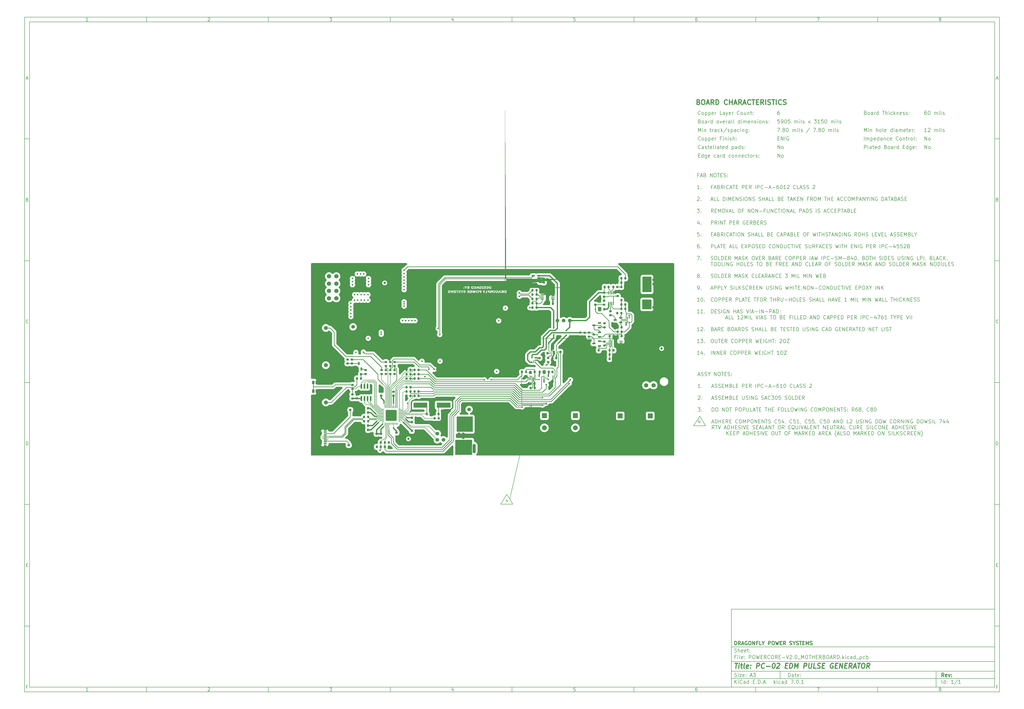
<source format=gbl>
G04 #@! TF.GenerationSoftware,KiCad,Pcbnew,7.0.1*
G04 #@! TF.CreationDate,2024-01-10T16:45:54-08:00*
G04 #@! TF.ProjectId,POWERCORE-V2.0_MOTHERBOARD,504f5745-5243-44f5-9245-2d56322e305f,rev?*
G04 #@! TF.SameCoordinates,PX791ddbePYb90347e*
G04 #@! TF.FileFunction,Copper,L6,Bot*
G04 #@! TF.FilePolarity,Positive*
%FSLAX46Y46*%
G04 Gerber Fmt 4.6, Leading zero omitted, Abs format (unit mm)*
G04 Created by KiCad (PCBNEW 7.0.1) date 2024-01-10 16:45:54*
%MOMM*%
%LPD*%
G01*
G04 APERTURE LIST*
G04 Aperture macros list*
%AMRoundRect*
0 Rectangle with rounded corners*
0 $1 Rounding radius*
0 $2 $3 $4 $5 $6 $7 $8 $9 X,Y pos of 4 corners*
0 Add a 4 corners polygon primitive as box body*
4,1,4,$2,$3,$4,$5,$6,$7,$8,$9,$2,$3,0*
0 Add four circle primitives for the rounded corners*
1,1,$1+$1,$2,$3*
1,1,$1+$1,$4,$5*
1,1,$1+$1,$6,$7*
1,1,$1+$1,$8,$9*
0 Add four rect primitives between the rounded corners*
20,1,$1+$1,$2,$3,$4,$5,0*
20,1,$1+$1,$4,$5,$6,$7,0*
20,1,$1+$1,$6,$7,$8,$9,0*
20,1,$1+$1,$8,$9,$2,$3,0*%
%AMFreePoly0*
4,1,54,24.365063,3.245106,24.380902,3.245106,24.393715,3.235796,24.408779,3.230902,24.418088,3.218088,24.430902,3.208779,24.435796,3.193715,24.445106,3.180902,24.445106,3.165063,24.450000,3.150000,24.450000,-0.550000,24.445106,-0.565063,24.445106,-0.580902,24.435796,-0.593715,24.430902,-0.608779,24.418088,-0.618088,24.408779,-0.630902,24.393715,-0.635796,24.380902,-0.645106,24.365063,-0.645106,
24.350000,-0.650000,-0.500000,-0.650000,-0.515063,-0.645106,-0.530902,-0.645106,-0.543715,-0.635796,-0.558779,-0.630902,-0.568088,-0.618088,-0.580902,-0.608779,-0.585796,-0.593715,-0.595106,-0.580902,-0.595106,-0.565063,-0.600000,-0.550000,-0.600000,3.050000,-0.400000,3.050000,-0.400000,0.500000,0.500000,0.500000,0.500000,-0.450000,24.250000,-0.450000,24.250000,3.050000,-0.400000,3.050000,
-0.600000,3.050000,-0.600000,3.150000,-0.595106,3.165063,-0.595106,3.180902,-0.585796,3.193715,-0.580902,3.208779,-0.568088,3.218088,-0.558779,3.230902,-0.543715,3.235796,-0.530902,3.245106,-0.515063,3.245106,-0.500000,3.250000,24.350000,3.250000,24.365063,3.245106,24.365063,3.245106,$1*%
G04 Aperture macros list end*
%ADD10C,0.100000*%
%ADD11C,0.150000*%
%ADD12C,0.300000*%
%ADD13C,0.400000*%
%ADD14C,0.203200*%
G04 #@! TA.AperFunction,ComponentPad*
%ADD15C,1.778000*%
G04 #@! TD*
G04 #@! TA.AperFunction,ComponentPad*
%ADD16C,3.175000*%
G04 #@! TD*
G04 #@! TA.AperFunction,ComponentPad*
%ADD17C,1.651000*%
G04 #@! TD*
G04 #@! TA.AperFunction,ComponentPad*
%ADD18R,2.000000X2.000000*%
G04 #@! TD*
G04 #@! TA.AperFunction,ComponentPad*
%ADD19C,2.000000*%
G04 #@! TD*
G04 #@! TA.AperFunction,SMDPad,CuDef*
%ADD20RoundRect,0.200000X-0.275000X0.200000X-0.275000X-0.200000X0.275000X-0.200000X0.275000X0.200000X0*%
G04 #@! TD*
G04 #@! TA.AperFunction,SMDPad,CuDef*
%ADD21RoundRect,0.225000X-0.250000X0.225000X-0.250000X-0.225000X0.250000X-0.225000X0.250000X0.225000X0*%
G04 #@! TD*
G04 #@! TA.AperFunction,SMDPad,CuDef*
%ADD22RoundRect,0.200000X-0.200000X-0.275000X0.200000X-0.275000X0.200000X0.275000X-0.200000X0.275000X0*%
G04 #@! TD*
G04 #@! TA.AperFunction,SMDPad,CuDef*
%ADD23RoundRect,0.225000X-0.225000X-0.250000X0.225000X-0.250000X0.225000X0.250000X-0.225000X0.250000X0*%
G04 #@! TD*
G04 #@! TA.AperFunction,SMDPad,CuDef*
%ADD24R,0.400000X0.650000*%
G04 #@! TD*
G04 #@! TA.AperFunction,SMDPad,CuDef*
%ADD25RoundRect,0.200000X0.275000X-0.200000X0.275000X0.200000X-0.275000X0.200000X-0.275000X-0.200000X0*%
G04 #@! TD*
G04 #@! TA.AperFunction,SMDPad,CuDef*
%ADD26RoundRect,0.225000X0.225000X0.250000X-0.225000X0.250000X-0.225000X-0.250000X0.225000X-0.250000X0*%
G04 #@! TD*
G04 #@! TA.AperFunction,SMDPad,CuDef*
%ADD27C,1.500000*%
G04 #@! TD*
G04 #@! TA.AperFunction,SMDPad,CuDef*
%ADD28RoundRect,0.200000X0.200000X0.275000X-0.200000X0.275000X-0.200000X-0.275000X0.200000X-0.275000X0*%
G04 #@! TD*
G04 #@! TA.AperFunction,SMDPad,CuDef*
%ADD29RoundRect,0.150000X0.150000X-0.512500X0.150000X0.512500X-0.150000X0.512500X-0.150000X-0.512500X0*%
G04 #@! TD*
G04 #@! TA.AperFunction,SMDPad,CuDef*
%ADD30RoundRect,0.250000X-0.850000X-0.350000X0.850000X-0.350000X0.850000X0.350000X-0.850000X0.350000X0*%
G04 #@! TD*
G04 #@! TA.AperFunction,SMDPad,CuDef*
%ADD31RoundRect,0.250000X-1.275000X-1.125000X1.275000X-1.125000X1.275000X1.125000X-1.275000X1.125000X0*%
G04 #@! TD*
G04 #@! TA.AperFunction,SMDPad,CuDef*
%ADD32RoundRect,0.249997X-2.950003X-2.650003X2.950003X-2.650003X2.950003X2.650003X-2.950003X2.650003X0*%
G04 #@! TD*
G04 #@! TA.AperFunction,SMDPad,CuDef*
%ADD33R,0.650000X0.400000*%
G04 #@! TD*
G04 #@! TA.AperFunction,SMDPad,CuDef*
%ADD34RoundRect,0.225000X0.250000X-0.225000X0.250000X0.225000X-0.250000X0.225000X-0.250000X-0.225000X0*%
G04 #@! TD*
G04 #@! TA.AperFunction,SMDPad,CuDef*
%ADD35RoundRect,0.050000X-0.050000X0.387500X-0.050000X-0.387500X0.050000X-0.387500X0.050000X0.387500X0*%
G04 #@! TD*
G04 #@! TA.AperFunction,SMDPad,CuDef*
%ADD36RoundRect,0.050000X-0.387500X0.050000X-0.387500X-0.050000X0.387500X-0.050000X0.387500X0.050000X0*%
G04 #@! TD*
G04 #@! TA.AperFunction,SMDPad,CuDef*
%ADD37R,3.200000X3.200000*%
G04 #@! TD*
G04 #@! TA.AperFunction,SMDPad,CuDef*
%ADD38RoundRect,0.150000X0.512500X0.150000X-0.512500X0.150000X-0.512500X-0.150000X0.512500X-0.150000X0*%
G04 #@! TD*
G04 #@! TA.AperFunction,SMDPad,CuDef*
%ADD39R,1.450000X0.450000*%
G04 #@! TD*
G04 #@! TA.AperFunction,SMDPad,CuDef*
%ADD40RoundRect,0.150000X-0.150000X0.825000X-0.150000X-0.825000X0.150000X-0.825000X0.150000X0.825000X0*%
G04 #@! TD*
G04 #@! TA.AperFunction,SMDPad,CuDef*
%ADD41R,1.050000X1.400000*%
G04 #@! TD*
G04 #@! TA.AperFunction,SMDPad,CuDef*
%ADD42FreePoly0,180.000000*%
G04 #@! TD*
G04 #@! TA.AperFunction,SMDPad,CuDef*
%ADD43R,2.000000X1.100000*%
G04 #@! TD*
G04 #@! TA.AperFunction,SMDPad,CuDef*
%ADD44R,0.800000X0.800000*%
G04 #@! TD*
G04 #@! TA.AperFunction,SMDPad,CuDef*
%ADD45R,0.500000X0.250000*%
G04 #@! TD*
G04 #@! TA.AperFunction,SMDPad,CuDef*
%ADD46R,0.900000X1.600000*%
G04 #@! TD*
G04 #@! TA.AperFunction,SMDPad,CuDef*
%ADD47C,1.000000*%
G04 #@! TD*
G04 #@! TA.AperFunction,SMDPad,CuDef*
%ADD48R,2.000000X1.500000*%
G04 #@! TD*
G04 #@! TA.AperFunction,SMDPad,CuDef*
%ADD49R,2.000000X3.800000*%
G04 #@! TD*
G04 #@! TA.AperFunction,SMDPad,CuDef*
%ADD50R,5.600000X2.100000*%
G04 #@! TD*
G04 #@! TA.AperFunction,SMDPad,CuDef*
%ADD51R,0.450000X1.450000*%
G04 #@! TD*
G04 #@! TA.AperFunction,SMDPad,CuDef*
%ADD52R,1.150000X0.600000*%
G04 #@! TD*
G04 #@! TA.AperFunction,SMDPad,CuDef*
%ADD53R,1.150000X0.300000*%
G04 #@! TD*
G04 #@! TA.AperFunction,SMDPad,CuDef*
%ADD54R,1.500000X1.500000*%
G04 #@! TD*
G04 #@! TA.AperFunction,ViaPad*
%ADD55C,0.635000*%
G04 #@! TD*
G04 #@! TA.AperFunction,Conductor*
%ADD56C,0.508000*%
G04 #@! TD*
G04 #@! TA.AperFunction,Conductor*
%ADD57C,0.254000*%
G04 #@! TD*
G04 #@! TA.AperFunction,Conductor*
%ADD58C,0.200660*%
G04 #@! TD*
G04 #@! TA.AperFunction,Conductor*
%ADD59C,0.381000*%
G04 #@! TD*
G04 #@! TA.AperFunction,Conductor*
%ADD60C,1.270000*%
G04 #@! TD*
G04 #@! TA.AperFunction,Conductor*
%ADD61C,0.278384*%
G04 #@! TD*
%ADD62C,0.200000*%
G04 APERTURE END LIST*
D10*
D11*
X172989002Y-59002202D02*
X280989002Y-59002202D01*
X280989002Y-91002202D01*
X172989002Y-91002202D01*
X172989002Y-59002202D01*
D10*
D11*
X-116999998Y183999998D02*
X282989002Y183999998D01*
X282989002Y-93002202D01*
X-116999998Y-93002202D01*
X-116999998Y183999998D01*
D10*
D11*
X-114999998Y181999998D02*
X280989002Y181999998D01*
X280989002Y-91002202D01*
X-114999998Y-91002202D01*
X-114999998Y181999998D01*
D10*
D11*
X-66999998Y181999998D02*
X-66999998Y183999998D01*
D10*
D11*
X-16999998Y181999998D02*
X-16999998Y183999998D01*
D10*
D11*
X33000002Y181999998D02*
X33000002Y183999998D01*
D10*
D11*
X83000002Y181999998D02*
X83000002Y183999998D01*
D10*
D11*
X133000002Y181999998D02*
X133000002Y183999998D01*
D10*
D11*
X183000002Y181999998D02*
X183000002Y183999998D01*
D10*
D11*
X233000002Y181999998D02*
X233000002Y183999998D01*
D10*
D11*
X-91009522Y182398594D02*
X-91752379Y182398594D01*
X-91380951Y182398594D02*
X-91380951Y183698594D01*
X-91380951Y183698594D02*
X-91504760Y183512879D01*
X-91504760Y183512879D02*
X-91628570Y183389070D01*
X-91628570Y183389070D02*
X-91752379Y183327165D01*
D10*
D11*
X-41752379Y183574784D02*
X-41690475Y183636689D01*
X-41690475Y183636689D02*
X-41566665Y183698594D01*
X-41566665Y183698594D02*
X-41257141Y183698594D01*
X-41257141Y183698594D02*
X-41133332Y183636689D01*
X-41133332Y183636689D02*
X-41071427Y183574784D01*
X-41071427Y183574784D02*
X-41009522Y183450975D01*
X-41009522Y183450975D02*
X-41009522Y183327165D01*
X-41009522Y183327165D02*
X-41071427Y183141451D01*
X-41071427Y183141451D02*
X-41814284Y182398594D01*
X-41814284Y182398594D02*
X-41009522Y182398594D01*
D10*
D11*
X8185716Y183698594D02*
X8990478Y183698594D01*
X8990478Y183698594D02*
X8557144Y183203356D01*
X8557144Y183203356D02*
X8742859Y183203356D01*
X8742859Y183203356D02*
X8866668Y183141451D01*
X8866668Y183141451D02*
X8928573Y183079546D01*
X8928573Y183079546D02*
X8990478Y182955737D01*
X8990478Y182955737D02*
X8990478Y182646213D01*
X8990478Y182646213D02*
X8928573Y182522403D01*
X8928573Y182522403D02*
X8866668Y182460498D01*
X8866668Y182460498D02*
X8742859Y182398594D01*
X8742859Y182398594D02*
X8371430Y182398594D01*
X8371430Y182398594D02*
X8247621Y182460498D01*
X8247621Y182460498D02*
X8185716Y182522403D01*
D10*
D11*
X58866668Y183265260D02*
X58866668Y182398594D01*
X58557144Y183760498D02*
X58247621Y182831927D01*
X58247621Y182831927D02*
X59052382Y182831927D01*
D10*
D11*
X108928573Y183698594D02*
X108309525Y183698594D01*
X108309525Y183698594D02*
X108247621Y183079546D01*
X108247621Y183079546D02*
X108309525Y183141451D01*
X108309525Y183141451D02*
X108433335Y183203356D01*
X108433335Y183203356D02*
X108742859Y183203356D01*
X108742859Y183203356D02*
X108866668Y183141451D01*
X108866668Y183141451D02*
X108928573Y183079546D01*
X108928573Y183079546D02*
X108990478Y182955737D01*
X108990478Y182955737D02*
X108990478Y182646213D01*
X108990478Y182646213D02*
X108928573Y182522403D01*
X108928573Y182522403D02*
X108866668Y182460498D01*
X108866668Y182460498D02*
X108742859Y182398594D01*
X108742859Y182398594D02*
X108433335Y182398594D01*
X108433335Y182398594D02*
X108309525Y182460498D01*
X108309525Y182460498D02*
X108247621Y182522403D01*
D10*
D11*
X158866668Y183698594D02*
X158619049Y183698594D01*
X158619049Y183698594D02*
X158495240Y183636689D01*
X158495240Y183636689D02*
X158433335Y183574784D01*
X158433335Y183574784D02*
X158309525Y183389070D01*
X158309525Y183389070D02*
X158247621Y183141451D01*
X158247621Y183141451D02*
X158247621Y182646213D01*
X158247621Y182646213D02*
X158309525Y182522403D01*
X158309525Y182522403D02*
X158371430Y182460498D01*
X158371430Y182460498D02*
X158495240Y182398594D01*
X158495240Y182398594D02*
X158742859Y182398594D01*
X158742859Y182398594D02*
X158866668Y182460498D01*
X158866668Y182460498D02*
X158928573Y182522403D01*
X158928573Y182522403D02*
X158990478Y182646213D01*
X158990478Y182646213D02*
X158990478Y182955737D01*
X158990478Y182955737D02*
X158928573Y183079546D01*
X158928573Y183079546D02*
X158866668Y183141451D01*
X158866668Y183141451D02*
X158742859Y183203356D01*
X158742859Y183203356D02*
X158495240Y183203356D01*
X158495240Y183203356D02*
X158371430Y183141451D01*
X158371430Y183141451D02*
X158309525Y183079546D01*
X158309525Y183079546D02*
X158247621Y182955737D01*
D10*
D11*
X208185716Y183698594D02*
X209052382Y183698594D01*
X209052382Y183698594D02*
X208495240Y182398594D01*
D10*
D11*
X258495240Y183141451D02*
X258371430Y183203356D01*
X258371430Y183203356D02*
X258309525Y183265260D01*
X258309525Y183265260D02*
X258247621Y183389070D01*
X258247621Y183389070D02*
X258247621Y183450975D01*
X258247621Y183450975D02*
X258309525Y183574784D01*
X258309525Y183574784D02*
X258371430Y183636689D01*
X258371430Y183636689D02*
X258495240Y183698594D01*
X258495240Y183698594D02*
X258742859Y183698594D01*
X258742859Y183698594D02*
X258866668Y183636689D01*
X258866668Y183636689D02*
X258928573Y183574784D01*
X258928573Y183574784D02*
X258990478Y183450975D01*
X258990478Y183450975D02*
X258990478Y183389070D01*
X258990478Y183389070D02*
X258928573Y183265260D01*
X258928573Y183265260D02*
X258866668Y183203356D01*
X258866668Y183203356D02*
X258742859Y183141451D01*
X258742859Y183141451D02*
X258495240Y183141451D01*
X258495240Y183141451D02*
X258371430Y183079546D01*
X258371430Y183079546D02*
X258309525Y183017641D01*
X258309525Y183017641D02*
X258247621Y182893832D01*
X258247621Y182893832D02*
X258247621Y182646213D01*
X258247621Y182646213D02*
X258309525Y182522403D01*
X258309525Y182522403D02*
X258371430Y182460498D01*
X258371430Y182460498D02*
X258495240Y182398594D01*
X258495240Y182398594D02*
X258742859Y182398594D01*
X258742859Y182398594D02*
X258866668Y182460498D01*
X258866668Y182460498D02*
X258928573Y182522403D01*
X258928573Y182522403D02*
X258990478Y182646213D01*
X258990478Y182646213D02*
X258990478Y182893832D01*
X258990478Y182893832D02*
X258928573Y183017641D01*
X258928573Y183017641D02*
X258866668Y183079546D01*
X258866668Y183079546D02*
X258742859Y183141451D01*
D10*
D11*
X-66999998Y-91002202D02*
X-66999998Y-93002202D01*
D10*
D11*
X-16999998Y-91002202D02*
X-16999998Y-93002202D01*
D10*
D11*
X33000002Y-91002202D02*
X33000002Y-93002202D01*
D10*
D11*
X83000002Y-91002202D02*
X83000002Y-93002202D01*
D10*
D11*
X133000002Y-91002202D02*
X133000002Y-93002202D01*
D10*
D11*
X183000002Y-91002202D02*
X183000002Y-93002202D01*
D10*
D11*
X233000002Y-91002202D02*
X233000002Y-93002202D01*
D10*
D11*
X-91009522Y-92603606D02*
X-91752379Y-92603606D01*
X-91380951Y-92603606D02*
X-91380951Y-91303606D01*
X-91380951Y-91303606D02*
X-91504760Y-91489321D01*
X-91504760Y-91489321D02*
X-91628570Y-91613130D01*
X-91628570Y-91613130D02*
X-91752379Y-91675035D01*
D10*
D11*
X-41752379Y-91427416D02*
X-41690475Y-91365511D01*
X-41690475Y-91365511D02*
X-41566665Y-91303606D01*
X-41566665Y-91303606D02*
X-41257141Y-91303606D01*
X-41257141Y-91303606D02*
X-41133332Y-91365511D01*
X-41133332Y-91365511D02*
X-41071427Y-91427416D01*
X-41071427Y-91427416D02*
X-41009522Y-91551225D01*
X-41009522Y-91551225D02*
X-41009522Y-91675035D01*
X-41009522Y-91675035D02*
X-41071427Y-91860749D01*
X-41071427Y-91860749D02*
X-41814284Y-92603606D01*
X-41814284Y-92603606D02*
X-41009522Y-92603606D01*
D10*
D11*
X8185716Y-91303606D02*
X8990478Y-91303606D01*
X8990478Y-91303606D02*
X8557144Y-91798844D01*
X8557144Y-91798844D02*
X8742859Y-91798844D01*
X8742859Y-91798844D02*
X8866668Y-91860749D01*
X8866668Y-91860749D02*
X8928573Y-91922654D01*
X8928573Y-91922654D02*
X8990478Y-92046463D01*
X8990478Y-92046463D02*
X8990478Y-92355987D01*
X8990478Y-92355987D02*
X8928573Y-92479797D01*
X8928573Y-92479797D02*
X8866668Y-92541702D01*
X8866668Y-92541702D02*
X8742859Y-92603606D01*
X8742859Y-92603606D02*
X8371430Y-92603606D01*
X8371430Y-92603606D02*
X8247621Y-92541702D01*
X8247621Y-92541702D02*
X8185716Y-92479797D01*
D10*
D11*
X58866668Y-91736940D02*
X58866668Y-92603606D01*
X58557144Y-91241702D02*
X58247621Y-92170273D01*
X58247621Y-92170273D02*
X59052382Y-92170273D01*
D10*
D11*
X108928573Y-91303606D02*
X108309525Y-91303606D01*
X108309525Y-91303606D02*
X108247621Y-91922654D01*
X108247621Y-91922654D02*
X108309525Y-91860749D01*
X108309525Y-91860749D02*
X108433335Y-91798844D01*
X108433335Y-91798844D02*
X108742859Y-91798844D01*
X108742859Y-91798844D02*
X108866668Y-91860749D01*
X108866668Y-91860749D02*
X108928573Y-91922654D01*
X108928573Y-91922654D02*
X108990478Y-92046463D01*
X108990478Y-92046463D02*
X108990478Y-92355987D01*
X108990478Y-92355987D02*
X108928573Y-92479797D01*
X108928573Y-92479797D02*
X108866668Y-92541702D01*
X108866668Y-92541702D02*
X108742859Y-92603606D01*
X108742859Y-92603606D02*
X108433335Y-92603606D01*
X108433335Y-92603606D02*
X108309525Y-92541702D01*
X108309525Y-92541702D02*
X108247621Y-92479797D01*
D10*
D11*
X158866668Y-91303606D02*
X158619049Y-91303606D01*
X158619049Y-91303606D02*
X158495240Y-91365511D01*
X158495240Y-91365511D02*
X158433335Y-91427416D01*
X158433335Y-91427416D02*
X158309525Y-91613130D01*
X158309525Y-91613130D02*
X158247621Y-91860749D01*
X158247621Y-91860749D02*
X158247621Y-92355987D01*
X158247621Y-92355987D02*
X158309525Y-92479797D01*
X158309525Y-92479797D02*
X158371430Y-92541702D01*
X158371430Y-92541702D02*
X158495240Y-92603606D01*
X158495240Y-92603606D02*
X158742859Y-92603606D01*
X158742859Y-92603606D02*
X158866668Y-92541702D01*
X158866668Y-92541702D02*
X158928573Y-92479797D01*
X158928573Y-92479797D02*
X158990478Y-92355987D01*
X158990478Y-92355987D02*
X158990478Y-92046463D01*
X158990478Y-92046463D02*
X158928573Y-91922654D01*
X158928573Y-91922654D02*
X158866668Y-91860749D01*
X158866668Y-91860749D02*
X158742859Y-91798844D01*
X158742859Y-91798844D02*
X158495240Y-91798844D01*
X158495240Y-91798844D02*
X158371430Y-91860749D01*
X158371430Y-91860749D02*
X158309525Y-91922654D01*
X158309525Y-91922654D02*
X158247621Y-92046463D01*
D10*
D11*
X208185716Y-91303606D02*
X209052382Y-91303606D01*
X209052382Y-91303606D02*
X208495240Y-92603606D01*
D10*
D11*
X258495240Y-91860749D02*
X258371430Y-91798844D01*
X258371430Y-91798844D02*
X258309525Y-91736940D01*
X258309525Y-91736940D02*
X258247621Y-91613130D01*
X258247621Y-91613130D02*
X258247621Y-91551225D01*
X258247621Y-91551225D02*
X258309525Y-91427416D01*
X258309525Y-91427416D02*
X258371430Y-91365511D01*
X258371430Y-91365511D02*
X258495240Y-91303606D01*
X258495240Y-91303606D02*
X258742859Y-91303606D01*
X258742859Y-91303606D02*
X258866668Y-91365511D01*
X258866668Y-91365511D02*
X258928573Y-91427416D01*
X258928573Y-91427416D02*
X258990478Y-91551225D01*
X258990478Y-91551225D02*
X258990478Y-91613130D01*
X258990478Y-91613130D02*
X258928573Y-91736940D01*
X258928573Y-91736940D02*
X258866668Y-91798844D01*
X258866668Y-91798844D02*
X258742859Y-91860749D01*
X258742859Y-91860749D02*
X258495240Y-91860749D01*
X258495240Y-91860749D02*
X258371430Y-91922654D01*
X258371430Y-91922654D02*
X258309525Y-91984559D01*
X258309525Y-91984559D02*
X258247621Y-92108368D01*
X258247621Y-92108368D02*
X258247621Y-92355987D01*
X258247621Y-92355987D02*
X258309525Y-92479797D01*
X258309525Y-92479797D02*
X258371430Y-92541702D01*
X258371430Y-92541702D02*
X258495240Y-92603606D01*
X258495240Y-92603606D02*
X258742859Y-92603606D01*
X258742859Y-92603606D02*
X258866668Y-92541702D01*
X258866668Y-92541702D02*
X258928573Y-92479797D01*
X258928573Y-92479797D02*
X258990478Y-92355987D01*
X258990478Y-92355987D02*
X258990478Y-92108368D01*
X258990478Y-92108368D02*
X258928573Y-91984559D01*
X258928573Y-91984559D02*
X258866668Y-91922654D01*
X258866668Y-91922654D02*
X258742859Y-91860749D01*
D10*
D11*
X-116999998Y133999998D02*
X-114999998Y133999998D01*
D10*
D11*
X-116999998Y83999998D02*
X-114999998Y83999998D01*
D10*
D11*
X-116999998Y33999998D02*
X-114999998Y33999998D01*
D10*
D11*
X-116999998Y-16000002D02*
X-114999998Y-16000002D01*
D10*
D11*
X-116999998Y-66000002D02*
X-114999998Y-66000002D01*
D10*
D11*
X-116309522Y158770022D02*
X-115690475Y158770022D01*
X-116433332Y158398594D02*
X-115999999Y159698594D01*
X-115999999Y159698594D02*
X-115566665Y158398594D01*
D10*
D11*
X-115907141Y109079546D02*
X-115721427Y109017641D01*
X-115721427Y109017641D02*
X-115659522Y108955737D01*
X-115659522Y108955737D02*
X-115597618Y108831927D01*
X-115597618Y108831927D02*
X-115597618Y108646213D01*
X-115597618Y108646213D02*
X-115659522Y108522403D01*
X-115659522Y108522403D02*
X-115721427Y108460498D01*
X-115721427Y108460498D02*
X-115845237Y108398594D01*
X-115845237Y108398594D02*
X-116340475Y108398594D01*
X-116340475Y108398594D02*
X-116340475Y109698594D01*
X-116340475Y109698594D02*
X-115907141Y109698594D01*
X-115907141Y109698594D02*
X-115783332Y109636689D01*
X-115783332Y109636689D02*
X-115721427Y109574784D01*
X-115721427Y109574784D02*
X-115659522Y109450975D01*
X-115659522Y109450975D02*
X-115659522Y109327165D01*
X-115659522Y109327165D02*
X-115721427Y109203356D01*
X-115721427Y109203356D02*
X-115783332Y109141451D01*
X-115783332Y109141451D02*
X-115907141Y109079546D01*
X-115907141Y109079546D02*
X-116340475Y109079546D01*
D10*
D11*
X-115597618Y58522403D02*
X-115659522Y58460498D01*
X-115659522Y58460498D02*
X-115845237Y58398594D01*
X-115845237Y58398594D02*
X-115969046Y58398594D01*
X-115969046Y58398594D02*
X-116154760Y58460498D01*
X-116154760Y58460498D02*
X-116278570Y58584308D01*
X-116278570Y58584308D02*
X-116340475Y58708118D01*
X-116340475Y58708118D02*
X-116402379Y58955737D01*
X-116402379Y58955737D02*
X-116402379Y59141451D01*
X-116402379Y59141451D02*
X-116340475Y59389070D01*
X-116340475Y59389070D02*
X-116278570Y59512879D01*
X-116278570Y59512879D02*
X-116154760Y59636689D01*
X-116154760Y59636689D02*
X-115969046Y59698594D01*
X-115969046Y59698594D02*
X-115845237Y59698594D01*
X-115845237Y59698594D02*
X-115659522Y59636689D01*
X-115659522Y59636689D02*
X-115597618Y59574784D01*
D10*
D11*
X-116340475Y8398594D02*
X-116340475Y9698594D01*
X-116340475Y9698594D02*
X-116030951Y9698594D01*
X-116030951Y9698594D02*
X-115845237Y9636689D01*
X-115845237Y9636689D02*
X-115721427Y9512879D01*
X-115721427Y9512879D02*
X-115659522Y9389070D01*
X-115659522Y9389070D02*
X-115597618Y9141451D01*
X-115597618Y9141451D02*
X-115597618Y8955737D01*
X-115597618Y8955737D02*
X-115659522Y8708118D01*
X-115659522Y8708118D02*
X-115721427Y8584308D01*
X-115721427Y8584308D02*
X-115845237Y8460498D01*
X-115845237Y8460498D02*
X-116030951Y8398594D01*
X-116030951Y8398594D02*
X-116340475Y8398594D01*
D10*
D11*
X-116278570Y-40920454D02*
X-115845236Y-40920454D01*
X-115659522Y-41601406D02*
X-116278570Y-41601406D01*
X-116278570Y-41601406D02*
X-116278570Y-40301406D01*
X-116278570Y-40301406D02*
X-115659522Y-40301406D01*
D10*
D11*
X-115814284Y-90920454D02*
X-116247618Y-90920454D01*
X-116247618Y-91601406D02*
X-116247618Y-90301406D01*
X-116247618Y-90301406D02*
X-115628570Y-90301406D01*
D10*
D11*
X282989002Y133999998D02*
X280989002Y133999998D01*
D10*
D11*
X282989002Y83999998D02*
X280989002Y83999998D01*
D10*
D11*
X282989002Y33999998D02*
X280989002Y33999998D01*
D10*
D11*
X282989002Y-16000002D02*
X280989002Y-16000002D01*
D10*
D11*
X282989002Y-66000002D02*
X280989002Y-66000002D01*
D10*
D11*
X281679478Y158770022D02*
X282298525Y158770022D01*
X281555668Y158398594D02*
X281989001Y159698594D01*
X281989001Y159698594D02*
X282422335Y158398594D01*
D10*
D11*
X282081859Y109079546D02*
X282267573Y109017641D01*
X282267573Y109017641D02*
X282329478Y108955737D01*
X282329478Y108955737D02*
X282391382Y108831927D01*
X282391382Y108831927D02*
X282391382Y108646213D01*
X282391382Y108646213D02*
X282329478Y108522403D01*
X282329478Y108522403D02*
X282267573Y108460498D01*
X282267573Y108460498D02*
X282143763Y108398594D01*
X282143763Y108398594D02*
X281648525Y108398594D01*
X281648525Y108398594D02*
X281648525Y109698594D01*
X281648525Y109698594D02*
X282081859Y109698594D01*
X282081859Y109698594D02*
X282205668Y109636689D01*
X282205668Y109636689D02*
X282267573Y109574784D01*
X282267573Y109574784D02*
X282329478Y109450975D01*
X282329478Y109450975D02*
X282329478Y109327165D01*
X282329478Y109327165D02*
X282267573Y109203356D01*
X282267573Y109203356D02*
X282205668Y109141451D01*
X282205668Y109141451D02*
X282081859Y109079546D01*
X282081859Y109079546D02*
X281648525Y109079546D01*
D10*
D11*
X282391382Y58522403D02*
X282329478Y58460498D01*
X282329478Y58460498D02*
X282143763Y58398594D01*
X282143763Y58398594D02*
X282019954Y58398594D01*
X282019954Y58398594D02*
X281834240Y58460498D01*
X281834240Y58460498D02*
X281710430Y58584308D01*
X281710430Y58584308D02*
X281648525Y58708118D01*
X281648525Y58708118D02*
X281586621Y58955737D01*
X281586621Y58955737D02*
X281586621Y59141451D01*
X281586621Y59141451D02*
X281648525Y59389070D01*
X281648525Y59389070D02*
X281710430Y59512879D01*
X281710430Y59512879D02*
X281834240Y59636689D01*
X281834240Y59636689D02*
X282019954Y59698594D01*
X282019954Y59698594D02*
X282143763Y59698594D01*
X282143763Y59698594D02*
X282329478Y59636689D01*
X282329478Y59636689D02*
X282391382Y59574784D01*
D10*
D11*
X281648525Y8398594D02*
X281648525Y9698594D01*
X281648525Y9698594D02*
X281958049Y9698594D01*
X281958049Y9698594D02*
X282143763Y9636689D01*
X282143763Y9636689D02*
X282267573Y9512879D01*
X282267573Y9512879D02*
X282329478Y9389070D01*
X282329478Y9389070D02*
X282391382Y9141451D01*
X282391382Y9141451D02*
X282391382Y8955737D01*
X282391382Y8955737D02*
X282329478Y8708118D01*
X282329478Y8708118D02*
X282267573Y8584308D01*
X282267573Y8584308D02*
X282143763Y8460498D01*
X282143763Y8460498D02*
X281958049Y8398594D01*
X281958049Y8398594D02*
X281648525Y8398594D01*
D10*
D11*
X281710430Y-40920454D02*
X282143764Y-40920454D01*
X282329478Y-41601406D02*
X281710430Y-41601406D01*
X281710430Y-41601406D02*
X281710430Y-40301406D01*
X281710430Y-40301406D02*
X282329478Y-40301406D01*
D10*
D11*
X282174716Y-90920454D02*
X281741382Y-90920454D01*
X281741382Y-91601406D02*
X281741382Y-90301406D01*
X281741382Y-90301406D02*
X282360430Y-90301406D01*
D10*
D11*
X196346144Y-86796130D02*
X196346144Y-85296130D01*
X196346144Y-85296130D02*
X196703287Y-85296130D01*
X196703287Y-85296130D02*
X196917573Y-85367559D01*
X196917573Y-85367559D02*
X197060430Y-85510416D01*
X197060430Y-85510416D02*
X197131859Y-85653273D01*
X197131859Y-85653273D02*
X197203287Y-85938987D01*
X197203287Y-85938987D02*
X197203287Y-86153273D01*
X197203287Y-86153273D02*
X197131859Y-86438987D01*
X197131859Y-86438987D02*
X197060430Y-86581844D01*
X197060430Y-86581844D02*
X196917573Y-86724702D01*
X196917573Y-86724702D02*
X196703287Y-86796130D01*
X196703287Y-86796130D02*
X196346144Y-86796130D01*
X198489002Y-86796130D02*
X198489002Y-86010416D01*
X198489002Y-86010416D02*
X198417573Y-85867559D01*
X198417573Y-85867559D02*
X198274716Y-85796130D01*
X198274716Y-85796130D02*
X197989002Y-85796130D01*
X197989002Y-85796130D02*
X197846144Y-85867559D01*
X198489002Y-86724702D02*
X198346144Y-86796130D01*
X198346144Y-86796130D02*
X197989002Y-86796130D01*
X197989002Y-86796130D02*
X197846144Y-86724702D01*
X197846144Y-86724702D02*
X197774716Y-86581844D01*
X197774716Y-86581844D02*
X197774716Y-86438987D01*
X197774716Y-86438987D02*
X197846144Y-86296130D01*
X197846144Y-86296130D02*
X197989002Y-86224702D01*
X197989002Y-86224702D02*
X198346144Y-86224702D01*
X198346144Y-86224702D02*
X198489002Y-86153273D01*
X198989002Y-85796130D02*
X199560430Y-85796130D01*
X199203287Y-85296130D02*
X199203287Y-86581844D01*
X199203287Y-86581844D02*
X199274716Y-86724702D01*
X199274716Y-86724702D02*
X199417573Y-86796130D01*
X199417573Y-86796130D02*
X199560430Y-86796130D01*
X200631859Y-86724702D02*
X200489002Y-86796130D01*
X200489002Y-86796130D02*
X200203288Y-86796130D01*
X200203288Y-86796130D02*
X200060430Y-86724702D01*
X200060430Y-86724702D02*
X199989002Y-86581844D01*
X199989002Y-86581844D02*
X199989002Y-86010416D01*
X199989002Y-86010416D02*
X200060430Y-85867559D01*
X200060430Y-85867559D02*
X200203288Y-85796130D01*
X200203288Y-85796130D02*
X200489002Y-85796130D01*
X200489002Y-85796130D02*
X200631859Y-85867559D01*
X200631859Y-85867559D02*
X200703288Y-86010416D01*
X200703288Y-86010416D02*
X200703288Y-86153273D01*
X200703288Y-86153273D02*
X199989002Y-86296130D01*
X201346144Y-86653273D02*
X201417573Y-86724702D01*
X201417573Y-86724702D02*
X201346144Y-86796130D01*
X201346144Y-86796130D02*
X201274716Y-86724702D01*
X201274716Y-86724702D02*
X201346144Y-86653273D01*
X201346144Y-86653273D02*
X201346144Y-86796130D01*
X201346144Y-85867559D02*
X201417573Y-85938987D01*
X201417573Y-85938987D02*
X201346144Y-86010416D01*
X201346144Y-86010416D02*
X201274716Y-85938987D01*
X201274716Y-85938987D02*
X201346144Y-85867559D01*
X201346144Y-85867559D02*
X201346144Y-86010416D01*
D10*
D11*
X172989002Y-87502202D02*
X280989002Y-87502202D01*
D10*
D11*
X174346144Y-89596130D02*
X174346144Y-88096130D01*
X175203287Y-89596130D02*
X174560430Y-88738987D01*
X175203287Y-88096130D02*
X174346144Y-88953273D01*
X175846144Y-89596130D02*
X175846144Y-88596130D01*
X175846144Y-88096130D02*
X175774716Y-88167559D01*
X175774716Y-88167559D02*
X175846144Y-88238987D01*
X175846144Y-88238987D02*
X175917573Y-88167559D01*
X175917573Y-88167559D02*
X175846144Y-88096130D01*
X175846144Y-88096130D02*
X175846144Y-88238987D01*
X177417573Y-89453273D02*
X177346145Y-89524702D01*
X177346145Y-89524702D02*
X177131859Y-89596130D01*
X177131859Y-89596130D02*
X176989002Y-89596130D01*
X176989002Y-89596130D02*
X176774716Y-89524702D01*
X176774716Y-89524702D02*
X176631859Y-89381844D01*
X176631859Y-89381844D02*
X176560430Y-89238987D01*
X176560430Y-89238987D02*
X176489002Y-88953273D01*
X176489002Y-88953273D02*
X176489002Y-88738987D01*
X176489002Y-88738987D02*
X176560430Y-88453273D01*
X176560430Y-88453273D02*
X176631859Y-88310416D01*
X176631859Y-88310416D02*
X176774716Y-88167559D01*
X176774716Y-88167559D02*
X176989002Y-88096130D01*
X176989002Y-88096130D02*
X177131859Y-88096130D01*
X177131859Y-88096130D02*
X177346145Y-88167559D01*
X177346145Y-88167559D02*
X177417573Y-88238987D01*
X178703288Y-89596130D02*
X178703288Y-88810416D01*
X178703288Y-88810416D02*
X178631859Y-88667559D01*
X178631859Y-88667559D02*
X178489002Y-88596130D01*
X178489002Y-88596130D02*
X178203288Y-88596130D01*
X178203288Y-88596130D02*
X178060430Y-88667559D01*
X178703288Y-89524702D02*
X178560430Y-89596130D01*
X178560430Y-89596130D02*
X178203288Y-89596130D01*
X178203288Y-89596130D02*
X178060430Y-89524702D01*
X178060430Y-89524702D02*
X177989002Y-89381844D01*
X177989002Y-89381844D02*
X177989002Y-89238987D01*
X177989002Y-89238987D02*
X178060430Y-89096130D01*
X178060430Y-89096130D02*
X178203288Y-89024702D01*
X178203288Y-89024702D02*
X178560430Y-89024702D01*
X178560430Y-89024702D02*
X178703288Y-88953273D01*
X180060431Y-89596130D02*
X180060431Y-88096130D01*
X180060431Y-89524702D02*
X179917573Y-89596130D01*
X179917573Y-89596130D02*
X179631859Y-89596130D01*
X179631859Y-89596130D02*
X179489002Y-89524702D01*
X179489002Y-89524702D02*
X179417573Y-89453273D01*
X179417573Y-89453273D02*
X179346145Y-89310416D01*
X179346145Y-89310416D02*
X179346145Y-88881844D01*
X179346145Y-88881844D02*
X179417573Y-88738987D01*
X179417573Y-88738987D02*
X179489002Y-88667559D01*
X179489002Y-88667559D02*
X179631859Y-88596130D01*
X179631859Y-88596130D02*
X179917573Y-88596130D01*
X179917573Y-88596130D02*
X180060431Y-88667559D01*
X181917573Y-88810416D02*
X182417573Y-88810416D01*
X182631859Y-89596130D02*
X181917573Y-89596130D01*
X181917573Y-89596130D02*
X181917573Y-88096130D01*
X181917573Y-88096130D02*
X182631859Y-88096130D01*
X183274716Y-89453273D02*
X183346145Y-89524702D01*
X183346145Y-89524702D02*
X183274716Y-89596130D01*
X183274716Y-89596130D02*
X183203288Y-89524702D01*
X183203288Y-89524702D02*
X183274716Y-89453273D01*
X183274716Y-89453273D02*
X183274716Y-89596130D01*
X183989002Y-89596130D02*
X183989002Y-88096130D01*
X183989002Y-88096130D02*
X184346145Y-88096130D01*
X184346145Y-88096130D02*
X184560431Y-88167559D01*
X184560431Y-88167559D02*
X184703288Y-88310416D01*
X184703288Y-88310416D02*
X184774717Y-88453273D01*
X184774717Y-88453273D02*
X184846145Y-88738987D01*
X184846145Y-88738987D02*
X184846145Y-88953273D01*
X184846145Y-88953273D02*
X184774717Y-89238987D01*
X184774717Y-89238987D02*
X184703288Y-89381844D01*
X184703288Y-89381844D02*
X184560431Y-89524702D01*
X184560431Y-89524702D02*
X184346145Y-89596130D01*
X184346145Y-89596130D02*
X183989002Y-89596130D01*
X185489002Y-89453273D02*
X185560431Y-89524702D01*
X185560431Y-89524702D02*
X185489002Y-89596130D01*
X185489002Y-89596130D02*
X185417574Y-89524702D01*
X185417574Y-89524702D02*
X185489002Y-89453273D01*
X185489002Y-89453273D02*
X185489002Y-89596130D01*
X186131860Y-89167559D02*
X186846146Y-89167559D01*
X185989003Y-89596130D02*
X186489003Y-88096130D01*
X186489003Y-88096130D02*
X186989003Y-89596130D01*
X187489002Y-89453273D02*
X187560431Y-89524702D01*
X187560431Y-89524702D02*
X187489002Y-89596130D01*
X187489002Y-89596130D02*
X187417574Y-89524702D01*
X187417574Y-89524702D02*
X187489002Y-89453273D01*
X187489002Y-89453273D02*
X187489002Y-89596130D01*
X190489002Y-89596130D02*
X190489002Y-88096130D01*
X190631860Y-89024702D02*
X191060431Y-89596130D01*
X191060431Y-88596130D02*
X190489002Y-89167559D01*
X191703288Y-89596130D02*
X191703288Y-88596130D01*
X191703288Y-88096130D02*
X191631860Y-88167559D01*
X191631860Y-88167559D02*
X191703288Y-88238987D01*
X191703288Y-88238987D02*
X191774717Y-88167559D01*
X191774717Y-88167559D02*
X191703288Y-88096130D01*
X191703288Y-88096130D02*
X191703288Y-88238987D01*
X193060432Y-89524702D02*
X192917574Y-89596130D01*
X192917574Y-89596130D02*
X192631860Y-89596130D01*
X192631860Y-89596130D02*
X192489003Y-89524702D01*
X192489003Y-89524702D02*
X192417574Y-89453273D01*
X192417574Y-89453273D02*
X192346146Y-89310416D01*
X192346146Y-89310416D02*
X192346146Y-88881844D01*
X192346146Y-88881844D02*
X192417574Y-88738987D01*
X192417574Y-88738987D02*
X192489003Y-88667559D01*
X192489003Y-88667559D02*
X192631860Y-88596130D01*
X192631860Y-88596130D02*
X192917574Y-88596130D01*
X192917574Y-88596130D02*
X193060432Y-88667559D01*
X194346146Y-89596130D02*
X194346146Y-88810416D01*
X194346146Y-88810416D02*
X194274717Y-88667559D01*
X194274717Y-88667559D02*
X194131860Y-88596130D01*
X194131860Y-88596130D02*
X193846146Y-88596130D01*
X193846146Y-88596130D02*
X193703288Y-88667559D01*
X194346146Y-89524702D02*
X194203288Y-89596130D01*
X194203288Y-89596130D02*
X193846146Y-89596130D01*
X193846146Y-89596130D02*
X193703288Y-89524702D01*
X193703288Y-89524702D02*
X193631860Y-89381844D01*
X193631860Y-89381844D02*
X193631860Y-89238987D01*
X193631860Y-89238987D02*
X193703288Y-89096130D01*
X193703288Y-89096130D02*
X193846146Y-89024702D01*
X193846146Y-89024702D02*
X194203288Y-89024702D01*
X194203288Y-89024702D02*
X194346146Y-88953273D01*
X195703289Y-89596130D02*
X195703289Y-88096130D01*
X195703289Y-89524702D02*
X195560431Y-89596130D01*
X195560431Y-89596130D02*
X195274717Y-89596130D01*
X195274717Y-89596130D02*
X195131860Y-89524702D01*
X195131860Y-89524702D02*
X195060431Y-89453273D01*
X195060431Y-89453273D02*
X194989003Y-89310416D01*
X194989003Y-89310416D02*
X194989003Y-88881844D01*
X194989003Y-88881844D02*
X195060431Y-88738987D01*
X195060431Y-88738987D02*
X195131860Y-88667559D01*
X195131860Y-88667559D02*
X195274717Y-88596130D01*
X195274717Y-88596130D02*
X195560431Y-88596130D01*
X195560431Y-88596130D02*
X195703289Y-88667559D01*
X197417574Y-88096130D02*
X198417574Y-88096130D01*
X198417574Y-88096130D02*
X197774717Y-89596130D01*
X198989002Y-89453273D02*
X199060431Y-89524702D01*
X199060431Y-89524702D02*
X198989002Y-89596130D01*
X198989002Y-89596130D02*
X198917574Y-89524702D01*
X198917574Y-89524702D02*
X198989002Y-89453273D01*
X198989002Y-89453273D02*
X198989002Y-89596130D01*
X199989003Y-88096130D02*
X200131860Y-88096130D01*
X200131860Y-88096130D02*
X200274717Y-88167559D01*
X200274717Y-88167559D02*
X200346146Y-88238987D01*
X200346146Y-88238987D02*
X200417574Y-88381844D01*
X200417574Y-88381844D02*
X200489003Y-88667559D01*
X200489003Y-88667559D02*
X200489003Y-89024702D01*
X200489003Y-89024702D02*
X200417574Y-89310416D01*
X200417574Y-89310416D02*
X200346146Y-89453273D01*
X200346146Y-89453273D02*
X200274717Y-89524702D01*
X200274717Y-89524702D02*
X200131860Y-89596130D01*
X200131860Y-89596130D02*
X199989003Y-89596130D01*
X199989003Y-89596130D02*
X199846146Y-89524702D01*
X199846146Y-89524702D02*
X199774717Y-89453273D01*
X199774717Y-89453273D02*
X199703288Y-89310416D01*
X199703288Y-89310416D02*
X199631860Y-89024702D01*
X199631860Y-89024702D02*
X199631860Y-88667559D01*
X199631860Y-88667559D02*
X199703288Y-88381844D01*
X199703288Y-88381844D02*
X199774717Y-88238987D01*
X199774717Y-88238987D02*
X199846146Y-88167559D01*
X199846146Y-88167559D02*
X199989003Y-88096130D01*
X201131859Y-89453273D02*
X201203288Y-89524702D01*
X201203288Y-89524702D02*
X201131859Y-89596130D01*
X201131859Y-89596130D02*
X201060431Y-89524702D01*
X201060431Y-89524702D02*
X201131859Y-89453273D01*
X201131859Y-89453273D02*
X201131859Y-89596130D01*
X202631860Y-89596130D02*
X201774717Y-89596130D01*
X202203288Y-89596130D02*
X202203288Y-88096130D01*
X202203288Y-88096130D02*
X202060431Y-88310416D01*
X202060431Y-88310416D02*
X201917574Y-88453273D01*
X201917574Y-88453273D02*
X201774717Y-88524702D01*
D10*
D11*
X172989002Y-84502202D02*
X280989002Y-84502202D01*
D10*
D12*
X260203287Y-86796130D02*
X259703287Y-86081844D01*
X259346144Y-86796130D02*
X259346144Y-85296130D01*
X259346144Y-85296130D02*
X259917573Y-85296130D01*
X259917573Y-85296130D02*
X260060430Y-85367559D01*
X260060430Y-85367559D02*
X260131859Y-85438987D01*
X260131859Y-85438987D02*
X260203287Y-85581844D01*
X260203287Y-85581844D02*
X260203287Y-85796130D01*
X260203287Y-85796130D02*
X260131859Y-85938987D01*
X260131859Y-85938987D02*
X260060430Y-86010416D01*
X260060430Y-86010416D02*
X259917573Y-86081844D01*
X259917573Y-86081844D02*
X259346144Y-86081844D01*
X261417573Y-86724702D02*
X261274716Y-86796130D01*
X261274716Y-86796130D02*
X260989002Y-86796130D01*
X260989002Y-86796130D02*
X260846144Y-86724702D01*
X260846144Y-86724702D02*
X260774716Y-86581844D01*
X260774716Y-86581844D02*
X260774716Y-86010416D01*
X260774716Y-86010416D02*
X260846144Y-85867559D01*
X260846144Y-85867559D02*
X260989002Y-85796130D01*
X260989002Y-85796130D02*
X261274716Y-85796130D01*
X261274716Y-85796130D02*
X261417573Y-85867559D01*
X261417573Y-85867559D02*
X261489002Y-86010416D01*
X261489002Y-86010416D02*
X261489002Y-86153273D01*
X261489002Y-86153273D02*
X260774716Y-86296130D01*
X261989001Y-85796130D02*
X262346144Y-86796130D01*
X262346144Y-86796130D02*
X262703287Y-85796130D01*
X263274715Y-86653273D02*
X263346144Y-86724702D01*
X263346144Y-86724702D02*
X263274715Y-86796130D01*
X263274715Y-86796130D02*
X263203287Y-86724702D01*
X263203287Y-86724702D02*
X263274715Y-86653273D01*
X263274715Y-86653273D02*
X263274715Y-86796130D01*
X263274715Y-85867559D02*
X263346144Y-85938987D01*
X263346144Y-85938987D02*
X263274715Y-86010416D01*
X263274715Y-86010416D02*
X263203287Y-85938987D01*
X263203287Y-85938987D02*
X263274715Y-85867559D01*
X263274715Y-85867559D02*
X263274715Y-86010416D01*
D10*
D11*
X174274716Y-86724702D02*
X174489002Y-86796130D01*
X174489002Y-86796130D02*
X174846144Y-86796130D01*
X174846144Y-86796130D02*
X174989002Y-86724702D01*
X174989002Y-86724702D02*
X175060430Y-86653273D01*
X175060430Y-86653273D02*
X175131859Y-86510416D01*
X175131859Y-86510416D02*
X175131859Y-86367559D01*
X175131859Y-86367559D02*
X175060430Y-86224702D01*
X175060430Y-86224702D02*
X174989002Y-86153273D01*
X174989002Y-86153273D02*
X174846144Y-86081844D01*
X174846144Y-86081844D02*
X174560430Y-86010416D01*
X174560430Y-86010416D02*
X174417573Y-85938987D01*
X174417573Y-85938987D02*
X174346144Y-85867559D01*
X174346144Y-85867559D02*
X174274716Y-85724702D01*
X174274716Y-85724702D02*
X174274716Y-85581844D01*
X174274716Y-85581844D02*
X174346144Y-85438987D01*
X174346144Y-85438987D02*
X174417573Y-85367559D01*
X174417573Y-85367559D02*
X174560430Y-85296130D01*
X174560430Y-85296130D02*
X174917573Y-85296130D01*
X174917573Y-85296130D02*
X175131859Y-85367559D01*
X175774715Y-86796130D02*
X175774715Y-85796130D01*
X175774715Y-85296130D02*
X175703287Y-85367559D01*
X175703287Y-85367559D02*
X175774715Y-85438987D01*
X175774715Y-85438987D02*
X175846144Y-85367559D01*
X175846144Y-85367559D02*
X175774715Y-85296130D01*
X175774715Y-85296130D02*
X175774715Y-85438987D01*
X176346144Y-85796130D02*
X177131859Y-85796130D01*
X177131859Y-85796130D02*
X176346144Y-86796130D01*
X176346144Y-86796130D02*
X177131859Y-86796130D01*
X178274716Y-86724702D02*
X178131859Y-86796130D01*
X178131859Y-86796130D02*
X177846145Y-86796130D01*
X177846145Y-86796130D02*
X177703287Y-86724702D01*
X177703287Y-86724702D02*
X177631859Y-86581844D01*
X177631859Y-86581844D02*
X177631859Y-86010416D01*
X177631859Y-86010416D02*
X177703287Y-85867559D01*
X177703287Y-85867559D02*
X177846145Y-85796130D01*
X177846145Y-85796130D02*
X178131859Y-85796130D01*
X178131859Y-85796130D02*
X178274716Y-85867559D01*
X178274716Y-85867559D02*
X178346145Y-86010416D01*
X178346145Y-86010416D02*
X178346145Y-86153273D01*
X178346145Y-86153273D02*
X177631859Y-86296130D01*
X178989001Y-86653273D02*
X179060430Y-86724702D01*
X179060430Y-86724702D02*
X178989001Y-86796130D01*
X178989001Y-86796130D02*
X178917573Y-86724702D01*
X178917573Y-86724702D02*
X178989001Y-86653273D01*
X178989001Y-86653273D02*
X178989001Y-86796130D01*
X178989001Y-85867559D02*
X179060430Y-85938987D01*
X179060430Y-85938987D02*
X178989001Y-86010416D01*
X178989001Y-86010416D02*
X178917573Y-85938987D01*
X178917573Y-85938987D02*
X178989001Y-85867559D01*
X178989001Y-85867559D02*
X178989001Y-86010416D01*
X180774716Y-86367559D02*
X181489002Y-86367559D01*
X180631859Y-86796130D02*
X181131859Y-85296130D01*
X181131859Y-85296130D02*
X181631859Y-86796130D01*
X181989001Y-85296130D02*
X182917573Y-85296130D01*
X182917573Y-85296130D02*
X182417573Y-85867559D01*
X182417573Y-85867559D02*
X182631858Y-85867559D01*
X182631858Y-85867559D02*
X182774716Y-85938987D01*
X182774716Y-85938987D02*
X182846144Y-86010416D01*
X182846144Y-86010416D02*
X182917573Y-86153273D01*
X182917573Y-86153273D02*
X182917573Y-86510416D01*
X182917573Y-86510416D02*
X182846144Y-86653273D01*
X182846144Y-86653273D02*
X182774716Y-86724702D01*
X182774716Y-86724702D02*
X182631858Y-86796130D01*
X182631858Y-86796130D02*
X182203287Y-86796130D01*
X182203287Y-86796130D02*
X182060430Y-86724702D01*
X182060430Y-86724702D02*
X181989001Y-86653273D01*
D10*
D11*
X259346144Y-89596130D02*
X259346144Y-88096130D01*
X260703288Y-89596130D02*
X260703288Y-88096130D01*
X260703288Y-89524702D02*
X260560430Y-89596130D01*
X260560430Y-89596130D02*
X260274716Y-89596130D01*
X260274716Y-89596130D02*
X260131859Y-89524702D01*
X260131859Y-89524702D02*
X260060430Y-89453273D01*
X260060430Y-89453273D02*
X259989002Y-89310416D01*
X259989002Y-89310416D02*
X259989002Y-88881844D01*
X259989002Y-88881844D02*
X260060430Y-88738987D01*
X260060430Y-88738987D02*
X260131859Y-88667559D01*
X260131859Y-88667559D02*
X260274716Y-88596130D01*
X260274716Y-88596130D02*
X260560430Y-88596130D01*
X260560430Y-88596130D02*
X260703288Y-88667559D01*
X261417573Y-89453273D02*
X261489002Y-89524702D01*
X261489002Y-89524702D02*
X261417573Y-89596130D01*
X261417573Y-89596130D02*
X261346145Y-89524702D01*
X261346145Y-89524702D02*
X261417573Y-89453273D01*
X261417573Y-89453273D02*
X261417573Y-89596130D01*
X261417573Y-88667559D02*
X261489002Y-88738987D01*
X261489002Y-88738987D02*
X261417573Y-88810416D01*
X261417573Y-88810416D02*
X261346145Y-88738987D01*
X261346145Y-88738987D02*
X261417573Y-88667559D01*
X261417573Y-88667559D02*
X261417573Y-88810416D01*
X264060431Y-89596130D02*
X263203288Y-89596130D01*
X263631859Y-89596130D02*
X263631859Y-88096130D01*
X263631859Y-88096130D02*
X263489002Y-88310416D01*
X263489002Y-88310416D02*
X263346145Y-88453273D01*
X263346145Y-88453273D02*
X263203288Y-88524702D01*
X265774716Y-88024702D02*
X264489002Y-89953273D01*
X267060431Y-89596130D02*
X266203288Y-89596130D01*
X266631859Y-89596130D02*
X266631859Y-88096130D01*
X266631859Y-88096130D02*
X266489002Y-88310416D01*
X266489002Y-88310416D02*
X266346145Y-88453273D01*
X266346145Y-88453273D02*
X266203288Y-88524702D01*
D10*
D11*
X172989002Y-80502202D02*
X280989002Y-80502202D01*
D10*
D13*
X174417573Y-81227440D02*
X175560430Y-81227440D01*
X174739002Y-83227440D02*
X174989002Y-81227440D01*
X175965192Y-83227440D02*
X176131859Y-81894106D01*
X176215192Y-81227440D02*
X176108049Y-81322678D01*
X176108049Y-81322678D02*
X176191383Y-81417916D01*
X176191383Y-81417916D02*
X176298526Y-81322678D01*
X176298526Y-81322678D02*
X176215192Y-81227440D01*
X176215192Y-81227440D02*
X176191383Y-81417916D01*
X176786621Y-81894106D02*
X177548525Y-81894106D01*
X177155668Y-81227440D02*
X176941383Y-82941725D01*
X176941383Y-82941725D02*
X177012811Y-83132202D01*
X177012811Y-83132202D02*
X177191383Y-83227440D01*
X177191383Y-83227440D02*
X177381859Y-83227440D01*
X178322335Y-83227440D02*
X178143763Y-83132202D01*
X178143763Y-83132202D02*
X178072335Y-82941725D01*
X178072335Y-82941725D02*
X178286620Y-81227440D01*
X179846144Y-83132202D02*
X179643763Y-83227440D01*
X179643763Y-83227440D02*
X179262810Y-83227440D01*
X179262810Y-83227440D02*
X179084239Y-83132202D01*
X179084239Y-83132202D02*
X179012810Y-82941725D01*
X179012810Y-82941725D02*
X179108049Y-82179821D01*
X179108049Y-82179821D02*
X179227096Y-81989344D01*
X179227096Y-81989344D02*
X179429477Y-81894106D01*
X179429477Y-81894106D02*
X179810429Y-81894106D01*
X179810429Y-81894106D02*
X179989001Y-81989344D01*
X179989001Y-81989344D02*
X180060429Y-82179821D01*
X180060429Y-82179821D02*
X180036620Y-82370297D01*
X180036620Y-82370297D02*
X179060429Y-82560773D01*
X180798525Y-83036963D02*
X180881858Y-83132202D01*
X180881858Y-83132202D02*
X180774715Y-83227440D01*
X180774715Y-83227440D02*
X180691382Y-83132202D01*
X180691382Y-83132202D02*
X180798525Y-83036963D01*
X180798525Y-83036963D02*
X180774715Y-83227440D01*
X180929477Y-81989344D02*
X181012810Y-82084582D01*
X181012810Y-82084582D02*
X180905668Y-82179821D01*
X180905668Y-82179821D02*
X180822334Y-82084582D01*
X180822334Y-82084582D02*
X180929477Y-81989344D01*
X180929477Y-81989344D02*
X180905668Y-82179821D01*
X183239001Y-83227440D02*
X183489001Y-81227440D01*
X183489001Y-81227440D02*
X184250906Y-81227440D01*
X184250906Y-81227440D02*
X184429477Y-81322678D01*
X184429477Y-81322678D02*
X184512811Y-81417916D01*
X184512811Y-81417916D02*
X184584239Y-81608392D01*
X184584239Y-81608392D02*
X184548525Y-81894106D01*
X184548525Y-81894106D02*
X184429477Y-82084582D01*
X184429477Y-82084582D02*
X184322335Y-82179821D01*
X184322335Y-82179821D02*
X184119954Y-82275059D01*
X184119954Y-82275059D02*
X183358049Y-82275059D01*
X186393763Y-83036963D02*
X186286620Y-83132202D01*
X186286620Y-83132202D02*
X185989001Y-83227440D01*
X185989001Y-83227440D02*
X185798525Y-83227440D01*
X185798525Y-83227440D02*
X185524715Y-83132202D01*
X185524715Y-83132202D02*
X185358049Y-82941725D01*
X185358049Y-82941725D02*
X185286620Y-82751249D01*
X185286620Y-82751249D02*
X185239001Y-82370297D01*
X185239001Y-82370297D02*
X185274715Y-82084582D01*
X185274715Y-82084582D02*
X185417572Y-81703630D01*
X185417572Y-81703630D02*
X185536620Y-81513154D01*
X185536620Y-81513154D02*
X185750906Y-81322678D01*
X185750906Y-81322678D02*
X186048525Y-81227440D01*
X186048525Y-81227440D02*
X186239001Y-81227440D01*
X186239001Y-81227440D02*
X186512811Y-81322678D01*
X186512811Y-81322678D02*
X186596144Y-81417916D01*
X187310429Y-82465535D02*
X188834239Y-82465535D01*
X190322334Y-81227440D02*
X190512810Y-81227440D01*
X190512810Y-81227440D02*
X190691381Y-81322678D01*
X190691381Y-81322678D02*
X190774715Y-81417916D01*
X190774715Y-81417916D02*
X190846143Y-81608392D01*
X190846143Y-81608392D02*
X190893762Y-81989344D01*
X190893762Y-81989344D02*
X190834238Y-82465535D01*
X190834238Y-82465535D02*
X190691381Y-82846487D01*
X190691381Y-82846487D02*
X190572334Y-83036963D01*
X190572334Y-83036963D02*
X190465191Y-83132202D01*
X190465191Y-83132202D02*
X190262810Y-83227440D01*
X190262810Y-83227440D02*
X190072334Y-83227440D01*
X190072334Y-83227440D02*
X189893762Y-83132202D01*
X189893762Y-83132202D02*
X189810429Y-83036963D01*
X189810429Y-83036963D02*
X189739000Y-82846487D01*
X189739000Y-82846487D02*
X189691381Y-82465535D01*
X189691381Y-82465535D02*
X189750905Y-81989344D01*
X189750905Y-81989344D02*
X189893762Y-81608392D01*
X189893762Y-81608392D02*
X190012810Y-81417916D01*
X190012810Y-81417916D02*
X190119953Y-81322678D01*
X190119953Y-81322678D02*
X190322334Y-81227440D01*
X191715191Y-81417916D02*
X191822333Y-81322678D01*
X191822333Y-81322678D02*
X192024714Y-81227440D01*
X192024714Y-81227440D02*
X192500905Y-81227440D01*
X192500905Y-81227440D02*
X192679476Y-81322678D01*
X192679476Y-81322678D02*
X192762810Y-81417916D01*
X192762810Y-81417916D02*
X192834238Y-81608392D01*
X192834238Y-81608392D02*
X192810429Y-81798868D01*
X192810429Y-81798868D02*
X192679476Y-82084582D01*
X192679476Y-82084582D02*
X191393762Y-83227440D01*
X191393762Y-83227440D02*
X192631857Y-83227440D01*
X195131858Y-82179821D02*
X195798524Y-82179821D01*
X195953286Y-83227440D02*
X195000905Y-83227440D01*
X195000905Y-83227440D02*
X195250905Y-81227440D01*
X195250905Y-81227440D02*
X196203286Y-81227440D01*
X196798524Y-83227440D02*
X197048524Y-81227440D01*
X197048524Y-81227440D02*
X197524715Y-81227440D01*
X197524715Y-81227440D02*
X197798524Y-81322678D01*
X197798524Y-81322678D02*
X197965191Y-81513154D01*
X197965191Y-81513154D02*
X198036619Y-81703630D01*
X198036619Y-81703630D02*
X198084239Y-82084582D01*
X198084239Y-82084582D02*
X198048524Y-82370297D01*
X198048524Y-82370297D02*
X197905667Y-82751249D01*
X197905667Y-82751249D02*
X197786619Y-82941725D01*
X197786619Y-82941725D02*
X197572334Y-83132202D01*
X197572334Y-83132202D02*
X197274715Y-83227440D01*
X197274715Y-83227440D02*
X196798524Y-83227440D01*
X198786619Y-83227440D02*
X199036619Y-81227440D01*
X199036619Y-81227440D02*
X199524714Y-82656011D01*
X199524714Y-82656011D02*
X200369953Y-81227440D01*
X200369953Y-81227440D02*
X200119953Y-83227440D01*
X202584239Y-83227440D02*
X202834239Y-81227440D01*
X202834239Y-81227440D02*
X203596144Y-81227440D01*
X203596144Y-81227440D02*
X203774715Y-81322678D01*
X203774715Y-81322678D02*
X203858049Y-81417916D01*
X203858049Y-81417916D02*
X203929477Y-81608392D01*
X203929477Y-81608392D02*
X203893763Y-81894106D01*
X203893763Y-81894106D02*
X203774715Y-82084582D01*
X203774715Y-82084582D02*
X203667573Y-82179821D01*
X203667573Y-82179821D02*
X203465192Y-82275059D01*
X203465192Y-82275059D02*
X202703287Y-82275059D01*
X204822334Y-81227440D02*
X204619953Y-82846487D01*
X204619953Y-82846487D02*
X204691382Y-83036963D01*
X204691382Y-83036963D02*
X204774715Y-83132202D01*
X204774715Y-83132202D02*
X204953287Y-83227440D01*
X204953287Y-83227440D02*
X205334239Y-83227440D01*
X205334239Y-83227440D02*
X205536620Y-83132202D01*
X205536620Y-83132202D02*
X205643763Y-83036963D01*
X205643763Y-83036963D02*
X205762810Y-82846487D01*
X205762810Y-82846487D02*
X205965191Y-81227440D01*
X207608048Y-83227440D02*
X206655667Y-83227440D01*
X206655667Y-83227440D02*
X206905667Y-81227440D01*
X208179477Y-83132202D02*
X208453286Y-83227440D01*
X208453286Y-83227440D02*
X208929477Y-83227440D01*
X208929477Y-83227440D02*
X209131858Y-83132202D01*
X209131858Y-83132202D02*
X209239001Y-83036963D01*
X209239001Y-83036963D02*
X209358048Y-82846487D01*
X209358048Y-82846487D02*
X209381858Y-82656011D01*
X209381858Y-82656011D02*
X209310429Y-82465535D01*
X209310429Y-82465535D02*
X209227096Y-82370297D01*
X209227096Y-82370297D02*
X209048525Y-82275059D01*
X209048525Y-82275059D02*
X208679477Y-82179821D01*
X208679477Y-82179821D02*
X208500905Y-82084582D01*
X208500905Y-82084582D02*
X208417572Y-81989344D01*
X208417572Y-81989344D02*
X208346144Y-81798868D01*
X208346144Y-81798868D02*
X208369953Y-81608392D01*
X208369953Y-81608392D02*
X208489001Y-81417916D01*
X208489001Y-81417916D02*
X208596144Y-81322678D01*
X208596144Y-81322678D02*
X208798525Y-81227440D01*
X208798525Y-81227440D02*
X209274715Y-81227440D01*
X209274715Y-81227440D02*
X209548525Y-81322678D01*
X210286620Y-82179821D02*
X210953286Y-82179821D01*
X211108048Y-83227440D02*
X210155667Y-83227440D01*
X210155667Y-83227440D02*
X210405667Y-81227440D01*
X210405667Y-81227440D02*
X211358048Y-81227440D01*
X214762811Y-81322678D02*
X214584239Y-81227440D01*
X214584239Y-81227440D02*
X214298525Y-81227440D01*
X214298525Y-81227440D02*
X214000906Y-81322678D01*
X214000906Y-81322678D02*
X213786620Y-81513154D01*
X213786620Y-81513154D02*
X213667572Y-81703630D01*
X213667572Y-81703630D02*
X213524715Y-82084582D01*
X213524715Y-82084582D02*
X213489001Y-82370297D01*
X213489001Y-82370297D02*
X213536620Y-82751249D01*
X213536620Y-82751249D02*
X213608049Y-82941725D01*
X213608049Y-82941725D02*
X213774715Y-83132202D01*
X213774715Y-83132202D02*
X214048525Y-83227440D01*
X214048525Y-83227440D02*
X214239001Y-83227440D01*
X214239001Y-83227440D02*
X214536620Y-83132202D01*
X214536620Y-83132202D02*
X214643763Y-83036963D01*
X214643763Y-83036963D02*
X214727096Y-82370297D01*
X214727096Y-82370297D02*
X214346144Y-82370297D01*
X215596144Y-82179821D02*
X216262810Y-82179821D01*
X216417572Y-83227440D02*
X215465191Y-83227440D01*
X215465191Y-83227440D02*
X215715191Y-81227440D01*
X215715191Y-81227440D02*
X216667572Y-81227440D01*
X217262810Y-83227440D02*
X217512810Y-81227440D01*
X217512810Y-81227440D02*
X218405667Y-83227440D01*
X218405667Y-83227440D02*
X218655667Y-81227440D01*
X219477096Y-82179821D02*
X220143762Y-82179821D01*
X220298524Y-83227440D02*
X219346143Y-83227440D01*
X219346143Y-83227440D02*
X219596143Y-81227440D01*
X219596143Y-81227440D02*
X220548524Y-81227440D01*
X222286619Y-83227440D02*
X221739000Y-82275059D01*
X221143762Y-83227440D02*
X221393762Y-81227440D01*
X221393762Y-81227440D02*
X222155667Y-81227440D01*
X222155667Y-81227440D02*
X222334238Y-81322678D01*
X222334238Y-81322678D02*
X222417572Y-81417916D01*
X222417572Y-81417916D02*
X222489000Y-81608392D01*
X222489000Y-81608392D02*
X222453286Y-81894106D01*
X222453286Y-81894106D02*
X222334238Y-82084582D01*
X222334238Y-82084582D02*
X222227096Y-82179821D01*
X222227096Y-82179821D02*
X222024715Y-82275059D01*
X222024715Y-82275059D02*
X221262810Y-82275059D01*
X223108048Y-82656011D02*
X224060429Y-82656011D01*
X222846143Y-83227440D02*
X223762810Y-81227440D01*
X223762810Y-81227440D02*
X224179476Y-83227440D01*
X224798524Y-81227440D02*
X225941381Y-81227440D01*
X225119953Y-83227440D02*
X225369953Y-81227440D01*
X226977096Y-81227440D02*
X227358048Y-81227440D01*
X227358048Y-81227440D02*
X227536619Y-81322678D01*
X227536619Y-81322678D02*
X227703286Y-81513154D01*
X227703286Y-81513154D02*
X227750905Y-81894106D01*
X227750905Y-81894106D02*
X227667572Y-82560773D01*
X227667572Y-82560773D02*
X227524715Y-82941725D01*
X227524715Y-82941725D02*
X227310429Y-83132202D01*
X227310429Y-83132202D02*
X227108048Y-83227440D01*
X227108048Y-83227440D02*
X226727096Y-83227440D01*
X226727096Y-83227440D02*
X226548524Y-83132202D01*
X226548524Y-83132202D02*
X226381858Y-82941725D01*
X226381858Y-82941725D02*
X226334238Y-82560773D01*
X226334238Y-82560773D02*
X226417572Y-81894106D01*
X226417572Y-81894106D02*
X226560429Y-81513154D01*
X226560429Y-81513154D02*
X226774715Y-81322678D01*
X226774715Y-81322678D02*
X226977096Y-81227440D01*
X229572333Y-83227440D02*
X229024714Y-82275059D01*
X228429476Y-83227440D02*
X228679476Y-81227440D01*
X228679476Y-81227440D02*
X229441381Y-81227440D01*
X229441381Y-81227440D02*
X229619952Y-81322678D01*
X229619952Y-81322678D02*
X229703286Y-81417916D01*
X229703286Y-81417916D02*
X229774714Y-81608392D01*
X229774714Y-81608392D02*
X229739000Y-81894106D01*
X229739000Y-81894106D02*
X229619952Y-82084582D01*
X229619952Y-82084582D02*
X229512810Y-82179821D01*
X229512810Y-82179821D02*
X229310429Y-82275059D01*
X229310429Y-82275059D02*
X228548524Y-82275059D01*
D10*
D11*
X174846144Y-78610416D02*
X174346144Y-78610416D01*
X174346144Y-79396130D02*
X174346144Y-77896130D01*
X174346144Y-77896130D02*
X175060430Y-77896130D01*
X175631858Y-79396130D02*
X175631858Y-78396130D01*
X175631858Y-77896130D02*
X175560430Y-77967559D01*
X175560430Y-77967559D02*
X175631858Y-78038987D01*
X175631858Y-78038987D02*
X175703287Y-77967559D01*
X175703287Y-77967559D02*
X175631858Y-77896130D01*
X175631858Y-77896130D02*
X175631858Y-78038987D01*
X176560430Y-79396130D02*
X176417573Y-79324702D01*
X176417573Y-79324702D02*
X176346144Y-79181844D01*
X176346144Y-79181844D02*
X176346144Y-77896130D01*
X177703287Y-79324702D02*
X177560430Y-79396130D01*
X177560430Y-79396130D02*
X177274716Y-79396130D01*
X177274716Y-79396130D02*
X177131858Y-79324702D01*
X177131858Y-79324702D02*
X177060430Y-79181844D01*
X177060430Y-79181844D02*
X177060430Y-78610416D01*
X177060430Y-78610416D02*
X177131858Y-78467559D01*
X177131858Y-78467559D02*
X177274716Y-78396130D01*
X177274716Y-78396130D02*
X177560430Y-78396130D01*
X177560430Y-78396130D02*
X177703287Y-78467559D01*
X177703287Y-78467559D02*
X177774716Y-78610416D01*
X177774716Y-78610416D02*
X177774716Y-78753273D01*
X177774716Y-78753273D02*
X177060430Y-78896130D01*
X178417572Y-79253273D02*
X178489001Y-79324702D01*
X178489001Y-79324702D02*
X178417572Y-79396130D01*
X178417572Y-79396130D02*
X178346144Y-79324702D01*
X178346144Y-79324702D02*
X178417572Y-79253273D01*
X178417572Y-79253273D02*
X178417572Y-79396130D01*
X178417572Y-78467559D02*
X178489001Y-78538987D01*
X178489001Y-78538987D02*
X178417572Y-78610416D01*
X178417572Y-78610416D02*
X178346144Y-78538987D01*
X178346144Y-78538987D02*
X178417572Y-78467559D01*
X178417572Y-78467559D02*
X178417572Y-78610416D01*
X180274715Y-79396130D02*
X180274715Y-77896130D01*
X180274715Y-77896130D02*
X180846144Y-77896130D01*
X180846144Y-77896130D02*
X180989001Y-77967559D01*
X180989001Y-77967559D02*
X181060430Y-78038987D01*
X181060430Y-78038987D02*
X181131858Y-78181844D01*
X181131858Y-78181844D02*
X181131858Y-78396130D01*
X181131858Y-78396130D02*
X181060430Y-78538987D01*
X181060430Y-78538987D02*
X180989001Y-78610416D01*
X180989001Y-78610416D02*
X180846144Y-78681844D01*
X180846144Y-78681844D02*
X180274715Y-78681844D01*
X182060430Y-77896130D02*
X182346144Y-77896130D01*
X182346144Y-77896130D02*
X182489001Y-77967559D01*
X182489001Y-77967559D02*
X182631858Y-78110416D01*
X182631858Y-78110416D02*
X182703287Y-78396130D01*
X182703287Y-78396130D02*
X182703287Y-78896130D01*
X182703287Y-78896130D02*
X182631858Y-79181844D01*
X182631858Y-79181844D02*
X182489001Y-79324702D01*
X182489001Y-79324702D02*
X182346144Y-79396130D01*
X182346144Y-79396130D02*
X182060430Y-79396130D01*
X182060430Y-79396130D02*
X181917573Y-79324702D01*
X181917573Y-79324702D02*
X181774715Y-79181844D01*
X181774715Y-79181844D02*
X181703287Y-78896130D01*
X181703287Y-78896130D02*
X181703287Y-78396130D01*
X181703287Y-78396130D02*
X181774715Y-78110416D01*
X181774715Y-78110416D02*
X181917573Y-77967559D01*
X181917573Y-77967559D02*
X182060430Y-77896130D01*
X183203287Y-77896130D02*
X183560430Y-79396130D01*
X183560430Y-79396130D02*
X183846144Y-78324702D01*
X183846144Y-78324702D02*
X184131859Y-79396130D01*
X184131859Y-79396130D02*
X184489002Y-77896130D01*
X185060430Y-78610416D02*
X185560430Y-78610416D01*
X185774716Y-79396130D02*
X185060430Y-79396130D01*
X185060430Y-79396130D02*
X185060430Y-77896130D01*
X185060430Y-77896130D02*
X185774716Y-77896130D01*
X187274716Y-79396130D02*
X186774716Y-78681844D01*
X186417573Y-79396130D02*
X186417573Y-77896130D01*
X186417573Y-77896130D02*
X186989002Y-77896130D01*
X186989002Y-77896130D02*
X187131859Y-77967559D01*
X187131859Y-77967559D02*
X187203288Y-78038987D01*
X187203288Y-78038987D02*
X187274716Y-78181844D01*
X187274716Y-78181844D02*
X187274716Y-78396130D01*
X187274716Y-78396130D02*
X187203288Y-78538987D01*
X187203288Y-78538987D02*
X187131859Y-78610416D01*
X187131859Y-78610416D02*
X186989002Y-78681844D01*
X186989002Y-78681844D02*
X186417573Y-78681844D01*
X188774716Y-79253273D02*
X188703288Y-79324702D01*
X188703288Y-79324702D02*
X188489002Y-79396130D01*
X188489002Y-79396130D02*
X188346145Y-79396130D01*
X188346145Y-79396130D02*
X188131859Y-79324702D01*
X188131859Y-79324702D02*
X187989002Y-79181844D01*
X187989002Y-79181844D02*
X187917573Y-79038987D01*
X187917573Y-79038987D02*
X187846145Y-78753273D01*
X187846145Y-78753273D02*
X187846145Y-78538987D01*
X187846145Y-78538987D02*
X187917573Y-78253273D01*
X187917573Y-78253273D02*
X187989002Y-78110416D01*
X187989002Y-78110416D02*
X188131859Y-77967559D01*
X188131859Y-77967559D02*
X188346145Y-77896130D01*
X188346145Y-77896130D02*
X188489002Y-77896130D01*
X188489002Y-77896130D02*
X188703288Y-77967559D01*
X188703288Y-77967559D02*
X188774716Y-78038987D01*
X189703288Y-77896130D02*
X189989002Y-77896130D01*
X189989002Y-77896130D02*
X190131859Y-77967559D01*
X190131859Y-77967559D02*
X190274716Y-78110416D01*
X190274716Y-78110416D02*
X190346145Y-78396130D01*
X190346145Y-78396130D02*
X190346145Y-78896130D01*
X190346145Y-78896130D02*
X190274716Y-79181844D01*
X190274716Y-79181844D02*
X190131859Y-79324702D01*
X190131859Y-79324702D02*
X189989002Y-79396130D01*
X189989002Y-79396130D02*
X189703288Y-79396130D01*
X189703288Y-79396130D02*
X189560431Y-79324702D01*
X189560431Y-79324702D02*
X189417573Y-79181844D01*
X189417573Y-79181844D02*
X189346145Y-78896130D01*
X189346145Y-78896130D02*
X189346145Y-78396130D01*
X189346145Y-78396130D02*
X189417573Y-78110416D01*
X189417573Y-78110416D02*
X189560431Y-77967559D01*
X189560431Y-77967559D02*
X189703288Y-77896130D01*
X191846145Y-79396130D02*
X191346145Y-78681844D01*
X190989002Y-79396130D02*
X190989002Y-77896130D01*
X190989002Y-77896130D02*
X191560431Y-77896130D01*
X191560431Y-77896130D02*
X191703288Y-77967559D01*
X191703288Y-77967559D02*
X191774717Y-78038987D01*
X191774717Y-78038987D02*
X191846145Y-78181844D01*
X191846145Y-78181844D02*
X191846145Y-78396130D01*
X191846145Y-78396130D02*
X191774717Y-78538987D01*
X191774717Y-78538987D02*
X191703288Y-78610416D01*
X191703288Y-78610416D02*
X191560431Y-78681844D01*
X191560431Y-78681844D02*
X190989002Y-78681844D01*
X192489002Y-78610416D02*
X192989002Y-78610416D01*
X193203288Y-79396130D02*
X192489002Y-79396130D01*
X192489002Y-79396130D02*
X192489002Y-77896130D01*
X192489002Y-77896130D02*
X193203288Y-77896130D01*
X193846145Y-78824702D02*
X194989003Y-78824702D01*
X195489003Y-77896130D02*
X195989003Y-79396130D01*
X195989003Y-79396130D02*
X196489003Y-77896130D01*
X196917574Y-78038987D02*
X196989002Y-77967559D01*
X196989002Y-77967559D02*
X197131860Y-77896130D01*
X197131860Y-77896130D02*
X197489002Y-77896130D01*
X197489002Y-77896130D02*
X197631860Y-77967559D01*
X197631860Y-77967559D02*
X197703288Y-78038987D01*
X197703288Y-78038987D02*
X197774717Y-78181844D01*
X197774717Y-78181844D02*
X197774717Y-78324702D01*
X197774717Y-78324702D02*
X197703288Y-78538987D01*
X197703288Y-78538987D02*
X196846145Y-79396130D01*
X196846145Y-79396130D02*
X197774717Y-79396130D01*
X198417573Y-79253273D02*
X198489002Y-79324702D01*
X198489002Y-79324702D02*
X198417573Y-79396130D01*
X198417573Y-79396130D02*
X198346145Y-79324702D01*
X198346145Y-79324702D02*
X198417573Y-79253273D01*
X198417573Y-79253273D02*
X198417573Y-79396130D01*
X199417574Y-77896130D02*
X199560431Y-77896130D01*
X199560431Y-77896130D02*
X199703288Y-77967559D01*
X199703288Y-77967559D02*
X199774717Y-78038987D01*
X199774717Y-78038987D02*
X199846145Y-78181844D01*
X199846145Y-78181844D02*
X199917574Y-78467559D01*
X199917574Y-78467559D02*
X199917574Y-78824702D01*
X199917574Y-78824702D02*
X199846145Y-79110416D01*
X199846145Y-79110416D02*
X199774717Y-79253273D01*
X199774717Y-79253273D02*
X199703288Y-79324702D01*
X199703288Y-79324702D02*
X199560431Y-79396130D01*
X199560431Y-79396130D02*
X199417574Y-79396130D01*
X199417574Y-79396130D02*
X199274717Y-79324702D01*
X199274717Y-79324702D02*
X199203288Y-79253273D01*
X199203288Y-79253273D02*
X199131859Y-79110416D01*
X199131859Y-79110416D02*
X199060431Y-78824702D01*
X199060431Y-78824702D02*
X199060431Y-78467559D01*
X199060431Y-78467559D02*
X199131859Y-78181844D01*
X199131859Y-78181844D02*
X199203288Y-78038987D01*
X199203288Y-78038987D02*
X199274717Y-77967559D01*
X199274717Y-77967559D02*
X199417574Y-77896130D01*
X200203288Y-79538987D02*
X201346145Y-79538987D01*
X201703287Y-79396130D02*
X201703287Y-77896130D01*
X201703287Y-77896130D02*
X202203287Y-78967559D01*
X202203287Y-78967559D02*
X202703287Y-77896130D01*
X202703287Y-77896130D02*
X202703287Y-79396130D01*
X203703288Y-77896130D02*
X203989002Y-77896130D01*
X203989002Y-77896130D02*
X204131859Y-77967559D01*
X204131859Y-77967559D02*
X204274716Y-78110416D01*
X204274716Y-78110416D02*
X204346145Y-78396130D01*
X204346145Y-78396130D02*
X204346145Y-78896130D01*
X204346145Y-78896130D02*
X204274716Y-79181844D01*
X204274716Y-79181844D02*
X204131859Y-79324702D01*
X204131859Y-79324702D02*
X203989002Y-79396130D01*
X203989002Y-79396130D02*
X203703288Y-79396130D01*
X203703288Y-79396130D02*
X203560431Y-79324702D01*
X203560431Y-79324702D02*
X203417573Y-79181844D01*
X203417573Y-79181844D02*
X203346145Y-78896130D01*
X203346145Y-78896130D02*
X203346145Y-78396130D01*
X203346145Y-78396130D02*
X203417573Y-78110416D01*
X203417573Y-78110416D02*
X203560431Y-77967559D01*
X203560431Y-77967559D02*
X203703288Y-77896130D01*
X204774717Y-77896130D02*
X205631860Y-77896130D01*
X205203288Y-79396130D02*
X205203288Y-77896130D01*
X206131859Y-79396130D02*
X206131859Y-77896130D01*
X206131859Y-78610416D02*
X206989002Y-78610416D01*
X206989002Y-79396130D02*
X206989002Y-77896130D01*
X207703288Y-78610416D02*
X208203288Y-78610416D01*
X208417574Y-79396130D02*
X207703288Y-79396130D01*
X207703288Y-79396130D02*
X207703288Y-77896130D01*
X207703288Y-77896130D02*
X208417574Y-77896130D01*
X209917574Y-79396130D02*
X209417574Y-78681844D01*
X209060431Y-79396130D02*
X209060431Y-77896130D01*
X209060431Y-77896130D02*
X209631860Y-77896130D01*
X209631860Y-77896130D02*
X209774717Y-77967559D01*
X209774717Y-77967559D02*
X209846146Y-78038987D01*
X209846146Y-78038987D02*
X209917574Y-78181844D01*
X209917574Y-78181844D02*
X209917574Y-78396130D01*
X209917574Y-78396130D02*
X209846146Y-78538987D01*
X209846146Y-78538987D02*
X209774717Y-78610416D01*
X209774717Y-78610416D02*
X209631860Y-78681844D01*
X209631860Y-78681844D02*
X209060431Y-78681844D01*
X211060431Y-78610416D02*
X211274717Y-78681844D01*
X211274717Y-78681844D02*
X211346146Y-78753273D01*
X211346146Y-78753273D02*
X211417574Y-78896130D01*
X211417574Y-78896130D02*
X211417574Y-79110416D01*
X211417574Y-79110416D02*
X211346146Y-79253273D01*
X211346146Y-79253273D02*
X211274717Y-79324702D01*
X211274717Y-79324702D02*
X211131860Y-79396130D01*
X211131860Y-79396130D02*
X210560431Y-79396130D01*
X210560431Y-79396130D02*
X210560431Y-77896130D01*
X210560431Y-77896130D02*
X211060431Y-77896130D01*
X211060431Y-77896130D02*
X211203289Y-77967559D01*
X211203289Y-77967559D02*
X211274717Y-78038987D01*
X211274717Y-78038987D02*
X211346146Y-78181844D01*
X211346146Y-78181844D02*
X211346146Y-78324702D01*
X211346146Y-78324702D02*
X211274717Y-78467559D01*
X211274717Y-78467559D02*
X211203289Y-78538987D01*
X211203289Y-78538987D02*
X211060431Y-78610416D01*
X211060431Y-78610416D02*
X210560431Y-78610416D01*
X212346146Y-77896130D02*
X212631860Y-77896130D01*
X212631860Y-77896130D02*
X212774717Y-77967559D01*
X212774717Y-77967559D02*
X212917574Y-78110416D01*
X212917574Y-78110416D02*
X212989003Y-78396130D01*
X212989003Y-78396130D02*
X212989003Y-78896130D01*
X212989003Y-78896130D02*
X212917574Y-79181844D01*
X212917574Y-79181844D02*
X212774717Y-79324702D01*
X212774717Y-79324702D02*
X212631860Y-79396130D01*
X212631860Y-79396130D02*
X212346146Y-79396130D01*
X212346146Y-79396130D02*
X212203289Y-79324702D01*
X212203289Y-79324702D02*
X212060431Y-79181844D01*
X212060431Y-79181844D02*
X211989003Y-78896130D01*
X211989003Y-78896130D02*
X211989003Y-78396130D01*
X211989003Y-78396130D02*
X212060431Y-78110416D01*
X212060431Y-78110416D02*
X212203289Y-77967559D01*
X212203289Y-77967559D02*
X212346146Y-77896130D01*
X213560432Y-78967559D02*
X214274718Y-78967559D01*
X213417575Y-79396130D02*
X213917575Y-77896130D01*
X213917575Y-77896130D02*
X214417575Y-79396130D01*
X215774717Y-79396130D02*
X215274717Y-78681844D01*
X214917574Y-79396130D02*
X214917574Y-77896130D01*
X214917574Y-77896130D02*
X215489003Y-77896130D01*
X215489003Y-77896130D02*
X215631860Y-77967559D01*
X215631860Y-77967559D02*
X215703289Y-78038987D01*
X215703289Y-78038987D02*
X215774717Y-78181844D01*
X215774717Y-78181844D02*
X215774717Y-78396130D01*
X215774717Y-78396130D02*
X215703289Y-78538987D01*
X215703289Y-78538987D02*
X215631860Y-78610416D01*
X215631860Y-78610416D02*
X215489003Y-78681844D01*
X215489003Y-78681844D02*
X214917574Y-78681844D01*
X216417574Y-79396130D02*
X216417574Y-77896130D01*
X216417574Y-77896130D02*
X216774717Y-77896130D01*
X216774717Y-77896130D02*
X216989003Y-77967559D01*
X216989003Y-77967559D02*
X217131860Y-78110416D01*
X217131860Y-78110416D02*
X217203289Y-78253273D01*
X217203289Y-78253273D02*
X217274717Y-78538987D01*
X217274717Y-78538987D02*
X217274717Y-78753273D01*
X217274717Y-78753273D02*
X217203289Y-79038987D01*
X217203289Y-79038987D02*
X217131860Y-79181844D01*
X217131860Y-79181844D02*
X216989003Y-79324702D01*
X216989003Y-79324702D02*
X216774717Y-79396130D01*
X216774717Y-79396130D02*
X216417574Y-79396130D01*
X217917574Y-79253273D02*
X217989003Y-79324702D01*
X217989003Y-79324702D02*
X217917574Y-79396130D01*
X217917574Y-79396130D02*
X217846146Y-79324702D01*
X217846146Y-79324702D02*
X217917574Y-79253273D01*
X217917574Y-79253273D02*
X217917574Y-79396130D01*
X218631860Y-79396130D02*
X218631860Y-77896130D01*
X218774718Y-78824702D02*
X219203289Y-79396130D01*
X219203289Y-78396130D02*
X218631860Y-78967559D01*
X219846146Y-79396130D02*
X219846146Y-78396130D01*
X219846146Y-77896130D02*
X219774718Y-77967559D01*
X219774718Y-77967559D02*
X219846146Y-78038987D01*
X219846146Y-78038987D02*
X219917575Y-77967559D01*
X219917575Y-77967559D02*
X219846146Y-77896130D01*
X219846146Y-77896130D02*
X219846146Y-78038987D01*
X221203290Y-79324702D02*
X221060432Y-79396130D01*
X221060432Y-79396130D02*
X220774718Y-79396130D01*
X220774718Y-79396130D02*
X220631861Y-79324702D01*
X220631861Y-79324702D02*
X220560432Y-79253273D01*
X220560432Y-79253273D02*
X220489004Y-79110416D01*
X220489004Y-79110416D02*
X220489004Y-78681844D01*
X220489004Y-78681844D02*
X220560432Y-78538987D01*
X220560432Y-78538987D02*
X220631861Y-78467559D01*
X220631861Y-78467559D02*
X220774718Y-78396130D01*
X220774718Y-78396130D02*
X221060432Y-78396130D01*
X221060432Y-78396130D02*
X221203290Y-78467559D01*
X222489004Y-79396130D02*
X222489004Y-78610416D01*
X222489004Y-78610416D02*
X222417575Y-78467559D01*
X222417575Y-78467559D02*
X222274718Y-78396130D01*
X222274718Y-78396130D02*
X221989004Y-78396130D01*
X221989004Y-78396130D02*
X221846146Y-78467559D01*
X222489004Y-79324702D02*
X222346146Y-79396130D01*
X222346146Y-79396130D02*
X221989004Y-79396130D01*
X221989004Y-79396130D02*
X221846146Y-79324702D01*
X221846146Y-79324702D02*
X221774718Y-79181844D01*
X221774718Y-79181844D02*
X221774718Y-79038987D01*
X221774718Y-79038987D02*
X221846146Y-78896130D01*
X221846146Y-78896130D02*
X221989004Y-78824702D01*
X221989004Y-78824702D02*
X222346146Y-78824702D01*
X222346146Y-78824702D02*
X222489004Y-78753273D01*
X223846147Y-79396130D02*
X223846147Y-77896130D01*
X223846147Y-79324702D02*
X223703289Y-79396130D01*
X223703289Y-79396130D02*
X223417575Y-79396130D01*
X223417575Y-79396130D02*
X223274718Y-79324702D01*
X223274718Y-79324702D02*
X223203289Y-79253273D01*
X223203289Y-79253273D02*
X223131861Y-79110416D01*
X223131861Y-79110416D02*
X223131861Y-78681844D01*
X223131861Y-78681844D02*
X223203289Y-78538987D01*
X223203289Y-78538987D02*
X223274718Y-78467559D01*
X223274718Y-78467559D02*
X223417575Y-78396130D01*
X223417575Y-78396130D02*
X223703289Y-78396130D01*
X223703289Y-78396130D02*
X223846147Y-78467559D01*
X224203290Y-79538987D02*
X225346147Y-79538987D01*
X225703289Y-78396130D02*
X225703289Y-79896130D01*
X225703289Y-78467559D02*
X225846147Y-78396130D01*
X225846147Y-78396130D02*
X226131861Y-78396130D01*
X226131861Y-78396130D02*
X226274718Y-78467559D01*
X226274718Y-78467559D02*
X226346147Y-78538987D01*
X226346147Y-78538987D02*
X226417575Y-78681844D01*
X226417575Y-78681844D02*
X226417575Y-79110416D01*
X226417575Y-79110416D02*
X226346147Y-79253273D01*
X226346147Y-79253273D02*
X226274718Y-79324702D01*
X226274718Y-79324702D02*
X226131861Y-79396130D01*
X226131861Y-79396130D02*
X225846147Y-79396130D01*
X225846147Y-79396130D02*
X225703289Y-79324702D01*
X227703290Y-79324702D02*
X227560432Y-79396130D01*
X227560432Y-79396130D02*
X227274718Y-79396130D01*
X227274718Y-79396130D02*
X227131861Y-79324702D01*
X227131861Y-79324702D02*
X227060432Y-79253273D01*
X227060432Y-79253273D02*
X226989004Y-79110416D01*
X226989004Y-79110416D02*
X226989004Y-78681844D01*
X226989004Y-78681844D02*
X227060432Y-78538987D01*
X227060432Y-78538987D02*
X227131861Y-78467559D01*
X227131861Y-78467559D02*
X227274718Y-78396130D01*
X227274718Y-78396130D02*
X227560432Y-78396130D01*
X227560432Y-78396130D02*
X227703290Y-78467559D01*
X228346146Y-79396130D02*
X228346146Y-77896130D01*
X228346146Y-78467559D02*
X228489004Y-78396130D01*
X228489004Y-78396130D02*
X228774718Y-78396130D01*
X228774718Y-78396130D02*
X228917575Y-78467559D01*
X228917575Y-78467559D02*
X228989004Y-78538987D01*
X228989004Y-78538987D02*
X229060432Y-78681844D01*
X229060432Y-78681844D02*
X229060432Y-79110416D01*
X229060432Y-79110416D02*
X228989004Y-79253273D01*
X228989004Y-79253273D02*
X228917575Y-79324702D01*
X228917575Y-79324702D02*
X228774718Y-79396130D01*
X228774718Y-79396130D02*
X228489004Y-79396130D01*
X228489004Y-79396130D02*
X228346146Y-79324702D01*
D10*
D11*
X172989002Y-74502202D02*
X280989002Y-74502202D01*
D10*
D11*
X174274716Y-76624702D02*
X174489002Y-76696130D01*
X174489002Y-76696130D02*
X174846144Y-76696130D01*
X174846144Y-76696130D02*
X174989002Y-76624702D01*
X174989002Y-76624702D02*
X175060430Y-76553273D01*
X175060430Y-76553273D02*
X175131859Y-76410416D01*
X175131859Y-76410416D02*
X175131859Y-76267559D01*
X175131859Y-76267559D02*
X175060430Y-76124702D01*
X175060430Y-76124702D02*
X174989002Y-76053273D01*
X174989002Y-76053273D02*
X174846144Y-75981844D01*
X174846144Y-75981844D02*
X174560430Y-75910416D01*
X174560430Y-75910416D02*
X174417573Y-75838987D01*
X174417573Y-75838987D02*
X174346144Y-75767559D01*
X174346144Y-75767559D02*
X174274716Y-75624702D01*
X174274716Y-75624702D02*
X174274716Y-75481844D01*
X174274716Y-75481844D02*
X174346144Y-75338987D01*
X174346144Y-75338987D02*
X174417573Y-75267559D01*
X174417573Y-75267559D02*
X174560430Y-75196130D01*
X174560430Y-75196130D02*
X174917573Y-75196130D01*
X174917573Y-75196130D02*
X175131859Y-75267559D01*
X175774715Y-76696130D02*
X175774715Y-75196130D01*
X176417573Y-76696130D02*
X176417573Y-75910416D01*
X176417573Y-75910416D02*
X176346144Y-75767559D01*
X176346144Y-75767559D02*
X176203287Y-75696130D01*
X176203287Y-75696130D02*
X175989001Y-75696130D01*
X175989001Y-75696130D02*
X175846144Y-75767559D01*
X175846144Y-75767559D02*
X175774715Y-75838987D01*
X177703287Y-76624702D02*
X177560430Y-76696130D01*
X177560430Y-76696130D02*
X177274716Y-76696130D01*
X177274716Y-76696130D02*
X177131858Y-76624702D01*
X177131858Y-76624702D02*
X177060430Y-76481844D01*
X177060430Y-76481844D02*
X177060430Y-75910416D01*
X177060430Y-75910416D02*
X177131858Y-75767559D01*
X177131858Y-75767559D02*
X177274716Y-75696130D01*
X177274716Y-75696130D02*
X177560430Y-75696130D01*
X177560430Y-75696130D02*
X177703287Y-75767559D01*
X177703287Y-75767559D02*
X177774716Y-75910416D01*
X177774716Y-75910416D02*
X177774716Y-76053273D01*
X177774716Y-76053273D02*
X177060430Y-76196130D01*
X178989001Y-76624702D02*
X178846144Y-76696130D01*
X178846144Y-76696130D02*
X178560430Y-76696130D01*
X178560430Y-76696130D02*
X178417572Y-76624702D01*
X178417572Y-76624702D02*
X178346144Y-76481844D01*
X178346144Y-76481844D02*
X178346144Y-75910416D01*
X178346144Y-75910416D02*
X178417572Y-75767559D01*
X178417572Y-75767559D02*
X178560430Y-75696130D01*
X178560430Y-75696130D02*
X178846144Y-75696130D01*
X178846144Y-75696130D02*
X178989001Y-75767559D01*
X178989001Y-75767559D02*
X179060430Y-75910416D01*
X179060430Y-75910416D02*
X179060430Y-76053273D01*
X179060430Y-76053273D02*
X178346144Y-76196130D01*
X179489001Y-75696130D02*
X180060429Y-75696130D01*
X179703286Y-75196130D02*
X179703286Y-76481844D01*
X179703286Y-76481844D02*
X179774715Y-76624702D01*
X179774715Y-76624702D02*
X179917572Y-76696130D01*
X179917572Y-76696130D02*
X180060429Y-76696130D01*
X180560429Y-76553273D02*
X180631858Y-76624702D01*
X180631858Y-76624702D02*
X180560429Y-76696130D01*
X180560429Y-76696130D02*
X180489001Y-76624702D01*
X180489001Y-76624702D02*
X180560429Y-76553273D01*
X180560429Y-76553273D02*
X180560429Y-76696130D01*
X180560429Y-75767559D02*
X180631858Y-75838987D01*
X180631858Y-75838987D02*
X180560429Y-75910416D01*
X180560429Y-75910416D02*
X180489001Y-75838987D01*
X180489001Y-75838987D02*
X180560429Y-75767559D01*
X180560429Y-75767559D02*
X180560429Y-75910416D01*
D10*
D12*
X174346144Y-73696130D02*
X174346144Y-72196130D01*
X174346144Y-72196130D02*
X174703287Y-72196130D01*
X174703287Y-72196130D02*
X174917573Y-72267559D01*
X174917573Y-72267559D02*
X175060430Y-72410416D01*
X175060430Y-72410416D02*
X175131859Y-72553273D01*
X175131859Y-72553273D02*
X175203287Y-72838987D01*
X175203287Y-72838987D02*
X175203287Y-73053273D01*
X175203287Y-73053273D02*
X175131859Y-73338987D01*
X175131859Y-73338987D02*
X175060430Y-73481844D01*
X175060430Y-73481844D02*
X174917573Y-73624702D01*
X174917573Y-73624702D02*
X174703287Y-73696130D01*
X174703287Y-73696130D02*
X174346144Y-73696130D01*
X176703287Y-73696130D02*
X176203287Y-72981844D01*
X175846144Y-73696130D02*
X175846144Y-72196130D01*
X175846144Y-72196130D02*
X176417573Y-72196130D01*
X176417573Y-72196130D02*
X176560430Y-72267559D01*
X176560430Y-72267559D02*
X176631859Y-72338987D01*
X176631859Y-72338987D02*
X176703287Y-72481844D01*
X176703287Y-72481844D02*
X176703287Y-72696130D01*
X176703287Y-72696130D02*
X176631859Y-72838987D01*
X176631859Y-72838987D02*
X176560430Y-72910416D01*
X176560430Y-72910416D02*
X176417573Y-72981844D01*
X176417573Y-72981844D02*
X175846144Y-72981844D01*
X177274716Y-73267559D02*
X177989002Y-73267559D01*
X177131859Y-73696130D02*
X177631859Y-72196130D01*
X177631859Y-72196130D02*
X178131859Y-73696130D01*
X179417573Y-72267559D02*
X179274716Y-72196130D01*
X179274716Y-72196130D02*
X179060430Y-72196130D01*
X179060430Y-72196130D02*
X178846144Y-72267559D01*
X178846144Y-72267559D02*
X178703287Y-72410416D01*
X178703287Y-72410416D02*
X178631858Y-72553273D01*
X178631858Y-72553273D02*
X178560430Y-72838987D01*
X178560430Y-72838987D02*
X178560430Y-73053273D01*
X178560430Y-73053273D02*
X178631858Y-73338987D01*
X178631858Y-73338987D02*
X178703287Y-73481844D01*
X178703287Y-73481844D02*
X178846144Y-73624702D01*
X178846144Y-73624702D02*
X179060430Y-73696130D01*
X179060430Y-73696130D02*
X179203287Y-73696130D01*
X179203287Y-73696130D02*
X179417573Y-73624702D01*
X179417573Y-73624702D02*
X179489001Y-73553273D01*
X179489001Y-73553273D02*
X179489001Y-73053273D01*
X179489001Y-73053273D02*
X179203287Y-73053273D01*
X180417573Y-72196130D02*
X180703287Y-72196130D01*
X180703287Y-72196130D02*
X180846144Y-72267559D01*
X180846144Y-72267559D02*
X180989001Y-72410416D01*
X180989001Y-72410416D02*
X181060430Y-72696130D01*
X181060430Y-72696130D02*
X181060430Y-73196130D01*
X181060430Y-73196130D02*
X180989001Y-73481844D01*
X180989001Y-73481844D02*
X180846144Y-73624702D01*
X180846144Y-73624702D02*
X180703287Y-73696130D01*
X180703287Y-73696130D02*
X180417573Y-73696130D01*
X180417573Y-73696130D02*
X180274716Y-73624702D01*
X180274716Y-73624702D02*
X180131858Y-73481844D01*
X180131858Y-73481844D02*
X180060430Y-73196130D01*
X180060430Y-73196130D02*
X180060430Y-72696130D01*
X180060430Y-72696130D02*
X180131858Y-72410416D01*
X180131858Y-72410416D02*
X180274716Y-72267559D01*
X180274716Y-72267559D02*
X180417573Y-72196130D01*
X181703287Y-73696130D02*
X181703287Y-72196130D01*
X181703287Y-72196130D02*
X182560430Y-73696130D01*
X182560430Y-73696130D02*
X182560430Y-72196130D01*
X183774716Y-72910416D02*
X183274716Y-72910416D01*
X183274716Y-73696130D02*
X183274716Y-72196130D01*
X183274716Y-72196130D02*
X183989002Y-72196130D01*
X185274716Y-73696130D02*
X184560430Y-73696130D01*
X184560430Y-73696130D02*
X184560430Y-72196130D01*
X186060431Y-72981844D02*
X186060431Y-73696130D01*
X185560431Y-72196130D02*
X186060431Y-72981844D01*
X186060431Y-72981844D02*
X186560431Y-72196130D01*
X188203287Y-73696130D02*
X188203287Y-72196130D01*
X188203287Y-72196130D02*
X188774716Y-72196130D01*
X188774716Y-72196130D02*
X188917573Y-72267559D01*
X188917573Y-72267559D02*
X188989002Y-72338987D01*
X188989002Y-72338987D02*
X189060430Y-72481844D01*
X189060430Y-72481844D02*
X189060430Y-72696130D01*
X189060430Y-72696130D02*
X188989002Y-72838987D01*
X188989002Y-72838987D02*
X188917573Y-72910416D01*
X188917573Y-72910416D02*
X188774716Y-72981844D01*
X188774716Y-72981844D02*
X188203287Y-72981844D01*
X189989002Y-72196130D02*
X190274716Y-72196130D01*
X190274716Y-72196130D02*
X190417573Y-72267559D01*
X190417573Y-72267559D02*
X190560430Y-72410416D01*
X190560430Y-72410416D02*
X190631859Y-72696130D01*
X190631859Y-72696130D02*
X190631859Y-73196130D01*
X190631859Y-73196130D02*
X190560430Y-73481844D01*
X190560430Y-73481844D02*
X190417573Y-73624702D01*
X190417573Y-73624702D02*
X190274716Y-73696130D01*
X190274716Y-73696130D02*
X189989002Y-73696130D01*
X189989002Y-73696130D02*
X189846145Y-73624702D01*
X189846145Y-73624702D02*
X189703287Y-73481844D01*
X189703287Y-73481844D02*
X189631859Y-73196130D01*
X189631859Y-73196130D02*
X189631859Y-72696130D01*
X189631859Y-72696130D02*
X189703287Y-72410416D01*
X189703287Y-72410416D02*
X189846145Y-72267559D01*
X189846145Y-72267559D02*
X189989002Y-72196130D01*
X191131859Y-72196130D02*
X191489002Y-73696130D01*
X191489002Y-73696130D02*
X191774716Y-72624702D01*
X191774716Y-72624702D02*
X192060431Y-73696130D01*
X192060431Y-73696130D02*
X192417574Y-72196130D01*
X192989002Y-72910416D02*
X193489002Y-72910416D01*
X193703288Y-73696130D02*
X192989002Y-73696130D01*
X192989002Y-73696130D02*
X192989002Y-72196130D01*
X192989002Y-72196130D02*
X193703288Y-72196130D01*
X195203288Y-73696130D02*
X194703288Y-72981844D01*
X194346145Y-73696130D02*
X194346145Y-72196130D01*
X194346145Y-72196130D02*
X194917574Y-72196130D01*
X194917574Y-72196130D02*
X195060431Y-72267559D01*
X195060431Y-72267559D02*
X195131860Y-72338987D01*
X195131860Y-72338987D02*
X195203288Y-72481844D01*
X195203288Y-72481844D02*
X195203288Y-72696130D01*
X195203288Y-72696130D02*
X195131860Y-72838987D01*
X195131860Y-72838987D02*
X195060431Y-72910416D01*
X195060431Y-72910416D02*
X194917574Y-72981844D01*
X194917574Y-72981844D02*
X194346145Y-72981844D01*
X196917574Y-73624702D02*
X197131860Y-73696130D01*
X197131860Y-73696130D02*
X197489002Y-73696130D01*
X197489002Y-73696130D02*
X197631860Y-73624702D01*
X197631860Y-73624702D02*
X197703288Y-73553273D01*
X197703288Y-73553273D02*
X197774717Y-73410416D01*
X197774717Y-73410416D02*
X197774717Y-73267559D01*
X197774717Y-73267559D02*
X197703288Y-73124702D01*
X197703288Y-73124702D02*
X197631860Y-73053273D01*
X197631860Y-73053273D02*
X197489002Y-72981844D01*
X197489002Y-72981844D02*
X197203288Y-72910416D01*
X197203288Y-72910416D02*
X197060431Y-72838987D01*
X197060431Y-72838987D02*
X196989002Y-72767559D01*
X196989002Y-72767559D02*
X196917574Y-72624702D01*
X196917574Y-72624702D02*
X196917574Y-72481844D01*
X196917574Y-72481844D02*
X196989002Y-72338987D01*
X196989002Y-72338987D02*
X197060431Y-72267559D01*
X197060431Y-72267559D02*
X197203288Y-72196130D01*
X197203288Y-72196130D02*
X197560431Y-72196130D01*
X197560431Y-72196130D02*
X197774717Y-72267559D01*
X198703288Y-72981844D02*
X198703288Y-73696130D01*
X198203288Y-72196130D02*
X198703288Y-72981844D01*
X198703288Y-72981844D02*
X199203288Y-72196130D01*
X199631859Y-73624702D02*
X199846145Y-73696130D01*
X199846145Y-73696130D02*
X200203287Y-73696130D01*
X200203287Y-73696130D02*
X200346145Y-73624702D01*
X200346145Y-73624702D02*
X200417573Y-73553273D01*
X200417573Y-73553273D02*
X200489002Y-73410416D01*
X200489002Y-73410416D02*
X200489002Y-73267559D01*
X200489002Y-73267559D02*
X200417573Y-73124702D01*
X200417573Y-73124702D02*
X200346145Y-73053273D01*
X200346145Y-73053273D02*
X200203287Y-72981844D01*
X200203287Y-72981844D02*
X199917573Y-72910416D01*
X199917573Y-72910416D02*
X199774716Y-72838987D01*
X199774716Y-72838987D02*
X199703287Y-72767559D01*
X199703287Y-72767559D02*
X199631859Y-72624702D01*
X199631859Y-72624702D02*
X199631859Y-72481844D01*
X199631859Y-72481844D02*
X199703287Y-72338987D01*
X199703287Y-72338987D02*
X199774716Y-72267559D01*
X199774716Y-72267559D02*
X199917573Y-72196130D01*
X199917573Y-72196130D02*
X200274716Y-72196130D01*
X200274716Y-72196130D02*
X200489002Y-72267559D01*
X200917573Y-72196130D02*
X201774716Y-72196130D01*
X201346144Y-73696130D02*
X201346144Y-72196130D01*
X202274715Y-72910416D02*
X202774715Y-72910416D01*
X202989001Y-73696130D02*
X202274715Y-73696130D01*
X202274715Y-73696130D02*
X202274715Y-72196130D01*
X202274715Y-72196130D02*
X202989001Y-72196130D01*
X203631858Y-73696130D02*
X203631858Y-72196130D01*
X203631858Y-72196130D02*
X204131858Y-73267559D01*
X204131858Y-73267559D02*
X204631858Y-72196130D01*
X204631858Y-72196130D02*
X204631858Y-73696130D01*
X205274716Y-73624702D02*
X205489002Y-73696130D01*
X205489002Y-73696130D02*
X205846144Y-73696130D01*
X205846144Y-73696130D02*
X205989002Y-73624702D01*
X205989002Y-73624702D02*
X206060430Y-73553273D01*
X206060430Y-73553273D02*
X206131859Y-73410416D01*
X206131859Y-73410416D02*
X206131859Y-73267559D01*
X206131859Y-73267559D02*
X206060430Y-73124702D01*
X206060430Y-73124702D02*
X205989002Y-73053273D01*
X205989002Y-73053273D02*
X205846144Y-72981844D01*
X205846144Y-72981844D02*
X205560430Y-72910416D01*
X205560430Y-72910416D02*
X205417573Y-72838987D01*
X205417573Y-72838987D02*
X205346144Y-72767559D01*
X205346144Y-72767559D02*
X205274716Y-72624702D01*
X205274716Y-72624702D02*
X205274716Y-72481844D01*
X205274716Y-72481844D02*
X205346144Y-72338987D01*
X205346144Y-72338987D02*
X205417573Y-72267559D01*
X205417573Y-72267559D02*
X205560430Y-72196130D01*
X205560430Y-72196130D02*
X205917573Y-72196130D01*
X205917573Y-72196130D02*
X206131859Y-72267559D01*
D10*
D11*
D10*
D11*
D10*
D11*
D10*
D11*
D10*
D11*
X192989002Y-84502202D02*
X192989002Y-87502202D01*
D10*
D11*
X256989002Y-84502202D02*
X256989002Y-91002202D01*
D14*
G36*
X75644694Y71633044D02*
G01*
X75657144Y71632195D01*
X75669416Y71630780D01*
X75681509Y71628799D01*
X75693425Y71626251D01*
X75705161Y71623138D01*
X75716720Y71619458D01*
X75728100Y71615212D01*
X75739216Y71610377D01*
X75750108Y71604806D01*
X75760774Y71598497D01*
X75771216Y71591452D01*
X75781433Y71583670D01*
X75791425Y71575152D01*
X75798771Y71568279D01*
X75805991Y71560992D01*
X75810734Y71555904D01*
X75819280Y71545823D01*
X75825424Y71537652D01*
X75831342Y71528957D01*
X75837033Y71519738D01*
X75842497Y71509997D01*
X75847735Y71499731D01*
X75852745Y71488942D01*
X75857529Y71477630D01*
X75862086Y71465795D01*
X75866416Y71453436D01*
X75867809Y71449200D01*
X75871711Y71436261D01*
X75875230Y71422943D01*
X75878365Y71409246D01*
X75881116Y71395169D01*
X75883483Y71380712D01*
X75884848Y71370864D01*
X75886042Y71360847D01*
X75887065Y71350661D01*
X75887918Y71340306D01*
X75888601Y71329783D01*
X75889113Y71319091D01*
X75889454Y71308231D01*
X75889625Y71297202D01*
X75889646Y71291624D01*
X75889562Y71280253D01*
X75889312Y71269093D01*
X75888896Y71258144D01*
X75888312Y71247407D01*
X75887562Y71236880D01*
X75886645Y71226566D01*
X75885561Y71216462D01*
X75884311Y71206570D01*
X75882122Y71192128D01*
X75879559Y71178162D01*
X75876620Y71164671D01*
X75873307Y71151655D01*
X75869618Y71139115D01*
X75868305Y71135041D01*
X75864186Y71123153D01*
X75859831Y71111684D01*
X75855241Y71100633D01*
X75850415Y71090001D01*
X75845353Y71079788D01*
X75840056Y71069994D01*
X75834524Y71060619D01*
X75828756Y71051662D01*
X75822752Y71043124D01*
X75816513Y71035005D01*
X75812223Y71029825D01*
X75805560Y71022382D01*
X75796357Y71013041D01*
X75786790Y71004368D01*
X75776858Y70996361D01*
X75766561Y70989021D01*
X75755901Y70982348D01*
X75744875Y70976342D01*
X75733486Y70971003D01*
X75730581Y70969772D01*
X75718782Y70965236D01*
X75706836Y70961304D01*
X75694743Y70957977D01*
X75682502Y70955256D01*
X75670114Y70953139D01*
X75657578Y70951626D01*
X75644896Y70950719D01*
X75632065Y70950417D01*
X75619239Y70950723D01*
X75606568Y70951642D01*
X75594052Y70953173D01*
X75581691Y70955318D01*
X75569485Y70958074D01*
X75557434Y70961444D01*
X75545538Y70965426D01*
X75533798Y70970021D01*
X75522259Y70975321D01*
X75511092Y70981296D01*
X75500297Y70987946D01*
X75489875Y70995270D01*
X75479825Y71003269D01*
X75470147Y71011942D01*
X75460841Y71021291D01*
X75454106Y71028745D01*
X75451908Y71031314D01*
X75444780Y71040256D01*
X75438005Y71049495D01*
X75431583Y71059030D01*
X75425515Y71068862D01*
X75419800Y71078991D01*
X75414438Y71089416D01*
X75409430Y71100138D01*
X75404775Y71111156D01*
X75400473Y71122471D01*
X75396525Y71134083D01*
X75394089Y71141989D01*
X75390718Y71154187D01*
X75387680Y71166774D01*
X75384972Y71179749D01*
X75382596Y71193112D01*
X75380552Y71206863D01*
X75378839Y71221003D01*
X75377458Y71235530D01*
X75376721Y71245431D01*
X75376132Y71255505D01*
X75375690Y71265751D01*
X75375395Y71276169D01*
X75375248Y71286760D01*
X75375229Y71292120D01*
X75375314Y71303582D01*
X75375567Y71314826D01*
X75375988Y71325853D01*
X75376579Y71336663D01*
X75377338Y71347256D01*
X75378265Y71357632D01*
X75379362Y71367791D01*
X75380627Y71377732D01*
X75382840Y71392237D01*
X75385434Y71406254D01*
X75388406Y71419782D01*
X75391759Y71432822D01*
X75395490Y71445373D01*
X75396818Y71449448D01*
X75400984Y71461420D01*
X75405385Y71472956D01*
X75410022Y71484056D01*
X75414895Y71494720D01*
X75420003Y71504947D01*
X75425346Y71514739D01*
X75430925Y71524094D01*
X75436740Y71533012D01*
X75442790Y71541495D01*
X75449076Y71549542D01*
X75453397Y71554664D01*
X75460149Y71562233D01*
X75467097Y71569401D01*
X75476666Y71578335D01*
X75486584Y71586555D01*
X75496851Y71594061D01*
X75507468Y71600855D01*
X75518433Y71606934D01*
X75529747Y71612301D01*
X75535535Y71614716D01*
X75547194Y71619078D01*
X75558969Y71622859D01*
X75570861Y71626057D01*
X75582869Y71628675D01*
X75594994Y71630710D01*
X75607235Y71632164D01*
X75619592Y71633037D01*
X75632065Y71633327D01*
X75644694Y71633044D01*
G37*
G36*
X68825512Y71633044D02*
G01*
X68837962Y71632195D01*
X68850234Y71630780D01*
X68862327Y71628799D01*
X68874242Y71626251D01*
X68885979Y71623138D01*
X68897538Y71619458D01*
X68908918Y71615212D01*
X68920034Y71610377D01*
X68930925Y71604806D01*
X68941592Y71598497D01*
X68952034Y71591452D01*
X68962251Y71583670D01*
X68972243Y71575152D01*
X68979589Y71568279D01*
X68986809Y71560992D01*
X68991552Y71555904D01*
X69000097Y71545823D01*
X69006242Y71537652D01*
X69012160Y71528957D01*
X69017851Y71519738D01*
X69023315Y71509997D01*
X69028552Y71499731D01*
X69033563Y71488942D01*
X69038347Y71477630D01*
X69042903Y71465795D01*
X69047233Y71453436D01*
X69048626Y71449200D01*
X69052529Y71436261D01*
X69056048Y71422943D01*
X69059183Y71409246D01*
X69061934Y71395169D01*
X69064301Y71380712D01*
X69065665Y71370864D01*
X69066860Y71360847D01*
X69067883Y71350661D01*
X69068736Y71340306D01*
X69069419Y71329783D01*
X69069931Y71319091D01*
X69070272Y71308231D01*
X69070442Y71297202D01*
X69070464Y71291624D01*
X69070380Y71280253D01*
X69070130Y71269093D01*
X69069713Y71258144D01*
X69069130Y71247407D01*
X69068380Y71236880D01*
X69067463Y71226566D01*
X69066379Y71216462D01*
X69065128Y71206570D01*
X69062940Y71192128D01*
X69060377Y71178162D01*
X69057438Y71164671D01*
X69054125Y71151655D01*
X69050436Y71139115D01*
X69049123Y71135041D01*
X69045004Y71123153D01*
X69040649Y71111684D01*
X69036058Y71100633D01*
X69031233Y71090001D01*
X69026171Y71079788D01*
X69020874Y71069994D01*
X69015342Y71060619D01*
X69009574Y71051662D01*
X69003570Y71043124D01*
X68997331Y71035005D01*
X68993041Y71029825D01*
X68986378Y71022382D01*
X68977175Y71013041D01*
X68967607Y71004368D01*
X68957676Y70996361D01*
X68947379Y70989021D01*
X68936718Y70982348D01*
X68925693Y70976342D01*
X68914303Y70971003D01*
X68911399Y70969772D01*
X68899600Y70965236D01*
X68887654Y70961304D01*
X68875561Y70957977D01*
X68863320Y70955256D01*
X68850932Y70953139D01*
X68838396Y70951626D01*
X68825713Y70950719D01*
X68812883Y70950417D01*
X68800057Y70950723D01*
X68787386Y70951642D01*
X68774870Y70953173D01*
X68762509Y70955318D01*
X68750303Y70958074D01*
X68738252Y70961444D01*
X68726356Y70965426D01*
X68714616Y70970021D01*
X68703077Y70975321D01*
X68691910Y70981296D01*
X68681115Y70987946D01*
X68670693Y70995270D01*
X68660643Y71003269D01*
X68650965Y71011942D01*
X68641659Y71021291D01*
X68634924Y71028745D01*
X68632726Y71031314D01*
X68625598Y71040256D01*
X68618823Y71049495D01*
X68612401Y71059030D01*
X68606333Y71068862D01*
X68600618Y71078991D01*
X68595256Y71089416D01*
X68590248Y71100138D01*
X68585593Y71111156D01*
X68581291Y71122471D01*
X68577343Y71134083D01*
X68574907Y71141989D01*
X68571536Y71154187D01*
X68568497Y71166774D01*
X68565790Y71179749D01*
X68563414Y71193112D01*
X68561370Y71206863D01*
X68559657Y71221003D01*
X68558276Y71235530D01*
X68557539Y71245431D01*
X68556950Y71255505D01*
X68556508Y71265751D01*
X68556213Y71276169D01*
X68556066Y71286760D01*
X68556047Y71292120D01*
X68556132Y71303582D01*
X68556385Y71314826D01*
X68556806Y71325853D01*
X68557397Y71336663D01*
X68558156Y71347256D01*
X68559083Y71357632D01*
X68560180Y71367791D01*
X68561445Y71377732D01*
X68563658Y71392237D01*
X68566251Y71406254D01*
X68569224Y71419782D01*
X68572576Y71432822D01*
X68576308Y71445373D01*
X68577636Y71449448D01*
X68581802Y71461420D01*
X68586203Y71472956D01*
X68590840Y71484056D01*
X68595713Y71494720D01*
X68600821Y71504947D01*
X68606164Y71514739D01*
X68611743Y71524094D01*
X68617558Y71533012D01*
X68623608Y71541495D01*
X68629893Y71549542D01*
X68634215Y71554664D01*
X68640966Y71562233D01*
X68647914Y71569401D01*
X68657484Y71578335D01*
X68667402Y71586555D01*
X68677669Y71594061D01*
X68688285Y71600855D01*
X68699251Y71606934D01*
X68710565Y71612301D01*
X68716353Y71614716D01*
X68728012Y71619078D01*
X68739787Y71622859D01*
X68751679Y71626057D01*
X68763687Y71628675D01*
X68775812Y71630710D01*
X68788053Y71632164D01*
X68800410Y71633037D01*
X68812883Y71633327D01*
X68825512Y71633044D01*
G37*
G36*
X80389611Y70966298D02*
G01*
X80321866Y70966298D01*
X80310123Y70966332D01*
X80298776Y70966434D01*
X80287828Y70966604D01*
X80277276Y70966841D01*
X80267123Y70967146D01*
X80252637Y70967732D01*
X80239046Y70968470D01*
X80226349Y70969360D01*
X80214546Y70970403D01*
X80203637Y70971599D01*
X80193623Y70972948D01*
X80181661Y70974984D01*
X80170525Y70977380D01*
X80159451Y70980226D01*
X80148440Y70983521D01*
X80137490Y70987267D01*
X80126602Y70991462D01*
X80115777Y70996107D01*
X80105013Y71001202D01*
X80094312Y71006747D01*
X80085313Y71012100D01*
X80076619Y71017673D01*
X80068230Y71023468D01*
X80060145Y71029484D01*
X80052364Y71035720D01*
X80041263Y71045490D01*
X80030847Y71055757D01*
X80021116Y71066521D01*
X80012070Y71077782D01*
X80003709Y71089540D01*
X79996033Y71101796D01*
X79989041Y71114549D01*
X79986863Y71118911D01*
X79980743Y71132371D01*
X79976997Y71141669D01*
X79973519Y71151226D01*
X79970309Y71161044D01*
X79967366Y71171121D01*
X79964690Y71181458D01*
X79962283Y71192055D01*
X79960142Y71202911D01*
X79958270Y71214028D01*
X79956664Y71225404D01*
X79955327Y71237040D01*
X79954256Y71248936D01*
X79953454Y71261091D01*
X79952919Y71273506D01*
X79952651Y71286182D01*
X79952618Y71292616D01*
X79952764Y71305342D01*
X79953203Y71317835D01*
X79953935Y71330095D01*
X79954960Y71342123D01*
X79956277Y71353917D01*
X79957887Y71365480D01*
X79959790Y71376809D01*
X79961985Y71387906D01*
X79964474Y71398771D01*
X79967255Y71409402D01*
X79970329Y71419801D01*
X79973695Y71429968D01*
X79977354Y71439902D01*
X79981306Y71449603D01*
X79985551Y71459071D01*
X79990089Y71468307D01*
X79994912Y71477303D01*
X80000077Y71486050D01*
X80005582Y71494549D01*
X80011430Y71502800D01*
X80017618Y71510803D01*
X80024147Y71518558D01*
X80031018Y71526064D01*
X80038230Y71533323D01*
X80045783Y71540333D01*
X80053677Y71547095D01*
X80061913Y71553609D01*
X80070489Y71559875D01*
X80079407Y71565892D01*
X80088666Y71571662D01*
X80098267Y71577183D01*
X80108208Y71582457D01*
X80118534Y71587338D01*
X80128913Y71591809D01*
X80139347Y71595868D01*
X80149836Y71599517D01*
X80160378Y71602754D01*
X80170975Y71605581D01*
X80181626Y71607997D01*
X80192331Y71610001D01*
X80203746Y71611746D01*
X80216526Y71613258D01*
X80227007Y71614240D01*
X80238255Y71615090D01*
X80250271Y71615810D01*
X80263054Y71616399D01*
X80276606Y71616857D01*
X80290925Y71617184D01*
X80300897Y71617329D01*
X80311211Y71617417D01*
X80321866Y71617446D01*
X80389611Y71617446D01*
X80389611Y70966298D01*
G37*
G36*
X78073620Y71172760D02*
G01*
X77818025Y71172760D01*
X77945823Y71543993D01*
X78073620Y71172760D01*
G37*
G36*
X79210647Y71347458D02*
G01*
X79128261Y71347458D01*
X79116396Y71347510D01*
X79104901Y71347667D01*
X79093777Y71347929D01*
X79083024Y71348295D01*
X79072642Y71348766D01*
X79062630Y71349342D01*
X79049858Y71350273D01*
X79037745Y71351389D01*
X79026291Y71352692D01*
X79020812Y71353413D01*
X79010234Y71355205D01*
X79000091Y71357477D01*
X78990382Y71360230D01*
X78978857Y71364347D01*
X78968010Y71369216D01*
X78957842Y71374835D01*
X78948352Y71381206D01*
X78939958Y71387823D01*
X78932304Y71394646D01*
X78924095Y71403106D01*
X78916950Y71411862D01*
X78910869Y71420914D01*
X78907407Y71427114D01*
X78903022Y71437208D01*
X78899544Y71448506D01*
X78897338Y71458840D01*
X78895763Y71470010D01*
X78894818Y71482017D01*
X78894516Y71492224D01*
X78894503Y71494859D01*
X78894897Y71506380D01*
X78896078Y71517367D01*
X78898047Y71527822D01*
X78900804Y71537743D01*
X78904348Y71547131D01*
X78909640Y71557693D01*
X78910633Y71559379D01*
X78917409Y71569120D01*
X78924308Y71576625D01*
X78932346Y71583573D01*
X78941523Y71589964D01*
X78951839Y71595797D01*
X78960912Y71600062D01*
X78965722Y71602060D01*
X78976273Y71605765D01*
X78987451Y71608877D01*
X78997246Y71611017D01*
X79007478Y71612744D01*
X79018145Y71614060D01*
X79029249Y71614964D01*
X79040862Y71615679D01*
X79053056Y71616273D01*
X79063230Y71616661D01*
X79073776Y71616971D01*
X79084695Y71617203D01*
X79095986Y71617359D01*
X79107649Y71617436D01*
X79113620Y71617446D01*
X79210647Y71617446D01*
X79210647Y71347458D01*
G37*
G36*
X70062570Y71299813D02*
G01*
X69985892Y71299813D01*
X69973264Y71299887D01*
X69961063Y71300109D01*
X69949290Y71300480D01*
X69937944Y71300999D01*
X69927026Y71301667D01*
X69916536Y71302482D01*
X69906472Y71303446D01*
X69893720Y71304962D01*
X69881727Y71306742D01*
X69873231Y71308250D01*
X69862351Y71310685D01*
X69851921Y71313647D01*
X69841941Y71317137D01*
X69832411Y71321154D01*
X69823330Y71325698D01*
X69814699Y71330770D01*
X69804543Y71337851D01*
X69798786Y71342495D01*
X69791073Y71349841D01*
X69784062Y71357612D01*
X69777754Y71365806D01*
X69772149Y71374425D01*
X69767246Y71383468D01*
X69763047Y71392934D01*
X69761563Y71396840D01*
X69758204Y71407105D01*
X69755413Y71418049D01*
X69753192Y71429671D01*
X69751541Y71441972D01*
X69750629Y71452301D01*
X69750083Y71463065D01*
X69749900Y71474263D01*
X69750273Y71485294D01*
X69751389Y71495929D01*
X69753250Y71506170D01*
X69755856Y71516014D01*
X69759206Y71525463D01*
X69763301Y71534517D01*
X69769466Y71545278D01*
X69773723Y71551438D01*
X69781284Y71561118D01*
X69789232Y71569841D01*
X69797569Y71577606D01*
X69806293Y71584415D01*
X69815404Y71590266D01*
X69824904Y71595160D01*
X69828812Y71596849D01*
X69839262Y71600889D01*
X69849641Y71604449D01*
X69859951Y71607528D01*
X69870191Y71610125D01*
X69880362Y71612242D01*
X69890462Y71613879D01*
X69900493Y71615034D01*
X69910454Y71615709D01*
X69920795Y71616116D01*
X69931965Y71616469D01*
X69943966Y71616767D01*
X69956796Y71617012D01*
X69966963Y71617159D01*
X69977597Y71617276D01*
X69988698Y71617363D01*
X70000265Y71617419D01*
X70012299Y71617444D01*
X70016414Y71617446D01*
X70062570Y71617446D01*
X70062570Y71299813D01*
G37*
G36*
X65235790Y71347458D02*
G01*
X65153404Y71347458D01*
X65141539Y71347510D01*
X65130044Y71347667D01*
X65118920Y71347929D01*
X65108167Y71348295D01*
X65097785Y71348766D01*
X65087773Y71349342D01*
X65075001Y71350273D01*
X65062888Y71351389D01*
X65051435Y71352692D01*
X65045955Y71353413D01*
X65035378Y71355205D01*
X65025235Y71357477D01*
X65015526Y71360230D01*
X65004000Y71364347D01*
X64993153Y71369216D01*
X64982985Y71374835D01*
X64973495Y71381206D01*
X64965102Y71387823D01*
X64957448Y71394646D01*
X64949238Y71403106D01*
X64942093Y71411862D01*
X64936013Y71420914D01*
X64932550Y71427114D01*
X64928165Y71437208D01*
X64924687Y71448506D01*
X64922482Y71458840D01*
X64920907Y71470010D01*
X64919961Y71482017D01*
X64919659Y71492224D01*
X64919646Y71494859D01*
X64920040Y71506380D01*
X64921222Y71517367D01*
X64923191Y71527822D01*
X64925947Y71537743D01*
X64929491Y71547131D01*
X64934784Y71557693D01*
X64935776Y71559379D01*
X64942552Y71569120D01*
X64949451Y71576625D01*
X64957489Y71583573D01*
X64966667Y71589964D01*
X64976983Y71595797D01*
X64986056Y71600062D01*
X64990866Y71602060D01*
X65001416Y71605765D01*
X65012594Y71608877D01*
X65022390Y71611017D01*
X65032621Y71612744D01*
X65043288Y71614060D01*
X65054392Y71614964D01*
X65066005Y71615679D01*
X65078199Y71616273D01*
X65088373Y71616661D01*
X65098920Y71616971D01*
X65109838Y71617203D01*
X65121129Y71617359D01*
X65132792Y71617436D01*
X65138763Y71617446D01*
X65235790Y71617446D01*
X65235790Y71347458D01*
G37*
G36*
X74147131Y72673178D02*
G01*
X74079386Y72673178D01*
X74067643Y72673212D01*
X74056296Y72673314D01*
X74045348Y72673484D01*
X74034796Y72673721D01*
X74024643Y72674026D01*
X74010157Y72674612D01*
X73996566Y72675350D01*
X73983869Y72676240D01*
X73972066Y72677283D01*
X73961157Y72678479D01*
X73951143Y72679828D01*
X73939181Y72681864D01*
X73928045Y72684260D01*
X73916971Y72687106D01*
X73905960Y72690401D01*
X73895010Y72694147D01*
X73884122Y72698342D01*
X73873297Y72702987D01*
X73862533Y72708082D01*
X73851832Y72713627D01*
X73842833Y72718980D01*
X73834139Y72724553D01*
X73825750Y72730348D01*
X73817665Y72736364D01*
X73809884Y72742600D01*
X73798783Y72752370D01*
X73788367Y72762637D01*
X73778636Y72773401D01*
X73769590Y72784662D01*
X73761229Y72796420D01*
X73753553Y72808676D01*
X73746561Y72821429D01*
X73744383Y72825791D01*
X73738263Y72839251D01*
X73734517Y72848549D01*
X73731039Y72858106D01*
X73727829Y72867924D01*
X73724886Y72878001D01*
X73722210Y72888338D01*
X73719803Y72898935D01*
X73717662Y72909791D01*
X73715790Y72920908D01*
X73714184Y72932284D01*
X73712847Y72943920D01*
X73711776Y72955816D01*
X73710974Y72967971D01*
X73710439Y72980386D01*
X73710171Y72993062D01*
X73710138Y72999496D01*
X73710284Y73012222D01*
X73710723Y73024715D01*
X73711455Y73036975D01*
X73712480Y73049003D01*
X73713797Y73060797D01*
X73715407Y73072360D01*
X73717310Y73083689D01*
X73719505Y73094786D01*
X73721994Y73105651D01*
X73724775Y73116282D01*
X73727849Y73126681D01*
X73731215Y73136848D01*
X73734874Y73146782D01*
X73738826Y73156483D01*
X73743071Y73165951D01*
X73747609Y73175187D01*
X73752432Y73184183D01*
X73757597Y73192930D01*
X73763102Y73201429D01*
X73768950Y73209680D01*
X73775138Y73217683D01*
X73781667Y73225438D01*
X73788538Y73232944D01*
X73795750Y73240203D01*
X73803303Y73247213D01*
X73811197Y73253975D01*
X73819433Y73260489D01*
X73828009Y73266755D01*
X73836927Y73272772D01*
X73846186Y73278542D01*
X73855787Y73284063D01*
X73865728Y73289337D01*
X73876054Y73294218D01*
X73886433Y73298689D01*
X73896867Y73302748D01*
X73907356Y73306397D01*
X73917898Y73309634D01*
X73928495Y73312461D01*
X73939146Y73314877D01*
X73949851Y73316881D01*
X73961266Y73318626D01*
X73974046Y73320138D01*
X73984527Y73321120D01*
X73995775Y73321970D01*
X74007791Y73322690D01*
X74020574Y73323279D01*
X74034126Y73323737D01*
X74048445Y73324064D01*
X74058417Y73324209D01*
X74068731Y73324297D01*
X74079386Y73324326D01*
X74147131Y73324326D01*
X74147131Y72673178D01*
G37*
G36*
X66879293Y72673178D02*
G01*
X66811547Y72673178D01*
X66799804Y72673212D01*
X66788458Y72673314D01*
X66777509Y72673484D01*
X66766958Y72673721D01*
X66756804Y72674026D01*
X66742318Y72674612D01*
X66728727Y72675350D01*
X66716030Y72676240D01*
X66704227Y72677283D01*
X66693318Y72678479D01*
X66683304Y72679828D01*
X66671342Y72681864D01*
X66660206Y72684260D01*
X66649133Y72687106D01*
X66638121Y72690401D01*
X66627171Y72694147D01*
X66616284Y72698342D01*
X66605458Y72702987D01*
X66594695Y72708082D01*
X66583993Y72713627D01*
X66574995Y72718980D01*
X66566301Y72724553D01*
X66557911Y72730348D01*
X66549826Y72736364D01*
X66542045Y72742600D01*
X66530944Y72752370D01*
X66520529Y72762637D01*
X66510798Y72773401D01*
X66501752Y72784662D01*
X66493390Y72796420D01*
X66485714Y72808676D01*
X66478722Y72821429D01*
X66476544Y72825791D01*
X66470424Y72839251D01*
X66466678Y72848549D01*
X66463200Y72858106D01*
X66459990Y72867924D01*
X66457047Y72878001D01*
X66454372Y72888338D01*
X66451964Y72898935D01*
X66449824Y72909791D01*
X66447951Y72920908D01*
X66446346Y72932284D01*
X66445008Y72943920D01*
X66443938Y72955816D01*
X66443135Y72967971D01*
X66442600Y72980386D01*
X66442333Y72993062D01*
X66442299Y72999496D01*
X66442445Y73012222D01*
X66442885Y73024715D01*
X66443616Y73036975D01*
X66444641Y73049003D01*
X66445958Y73060797D01*
X66447568Y73072360D01*
X66449471Y73083689D01*
X66451667Y73094786D01*
X66454155Y73105651D01*
X66456936Y73116282D01*
X66460010Y73126681D01*
X66463376Y73136848D01*
X66467036Y73146782D01*
X66470988Y73156483D01*
X66475232Y73165951D01*
X66479770Y73175187D01*
X66484593Y73184183D01*
X66489758Y73192930D01*
X66495264Y73201429D01*
X66501111Y73209680D01*
X66507299Y73217683D01*
X66513829Y73225438D01*
X66520699Y73232944D01*
X66527911Y73240203D01*
X66535464Y73247213D01*
X66543359Y73253975D01*
X66551594Y73260489D01*
X66560171Y73266755D01*
X66569089Y73272772D01*
X66578348Y73278542D01*
X66587948Y73284063D01*
X66597890Y73289337D01*
X66608215Y73294218D01*
X66618595Y73298689D01*
X66629029Y73302748D01*
X66639517Y73306397D01*
X66650059Y73309634D01*
X66660656Y73312461D01*
X66671307Y73314877D01*
X66682013Y73316881D01*
X66693428Y73318626D01*
X66706207Y73320138D01*
X66716688Y73321120D01*
X66727936Y73321970D01*
X66739952Y73322690D01*
X66752736Y73323279D01*
X66766287Y73323737D01*
X66780606Y73324064D01*
X66790579Y73324209D01*
X66800892Y73324297D01*
X66811547Y73324326D01*
X66879293Y73324326D01*
X66879293Y72673178D01*
G37*
G36*
X65214946Y72673178D02*
G01*
X65195342Y72673178D01*
X65181478Y72673181D01*
X65168115Y72673190D01*
X65155252Y72673204D01*
X65142889Y72673225D01*
X65131026Y72673251D01*
X65119663Y72673283D01*
X65108801Y72673321D01*
X65098439Y72673364D01*
X65083833Y72673441D01*
X65070353Y72673530D01*
X65057998Y72673633D01*
X65046769Y72673748D01*
X65036665Y72673877D01*
X65033547Y72673923D01*
X65021446Y72674365D01*
X65009585Y72675319D01*
X64997965Y72676784D01*
X64986585Y72678762D01*
X64975445Y72681251D01*
X64964546Y72684252D01*
X64953887Y72687765D01*
X64943469Y72691790D01*
X64933453Y72696245D01*
X64924253Y72701049D01*
X64913896Y72707544D01*
X64904812Y72714586D01*
X64897001Y72722172D01*
X64890461Y72730303D01*
X64886146Y72737201D01*
X64881571Y72746325D01*
X64877771Y72755861D01*
X64874746Y72765809D01*
X64872498Y72776169D01*
X64871024Y72786940D01*
X64870326Y72798124D01*
X64870264Y72802713D01*
X64870567Y72814523D01*
X64871474Y72825636D01*
X64872986Y72836050D01*
X64875103Y72845767D01*
X64878600Y72856931D01*
X64883042Y72867005D01*
X64888429Y72875989D01*
X64889620Y72877654D01*
X64896245Y72885553D01*
X64904179Y72892810D01*
X64913422Y72899425D01*
X64923973Y72905397D01*
X64933357Y72909712D01*
X64943577Y72913617D01*
X64954635Y72917110D01*
X64965060Y72919631D01*
X64976635Y72921763D01*
X64986723Y72923190D01*
X64997549Y72924369D01*
X65009111Y72925299D01*
X65021410Y72925982D01*
X65034446Y72926416D01*
X65041240Y72926540D01*
X65051613Y72926673D01*
X65062073Y72926793D01*
X65072620Y72926900D01*
X65083255Y72926994D01*
X65093977Y72927075D01*
X65104786Y72927142D01*
X65115682Y72927197D01*
X65126666Y72927238D01*
X65137737Y72927266D01*
X65148895Y72927282D01*
X65156382Y72927285D01*
X65214946Y72927285D01*
X65214946Y72673178D01*
G37*
G36*
X65214946Y73101983D02*
G01*
X65173008Y73101983D01*
X65161263Y73102000D01*
X65149849Y73102053D01*
X65138766Y73102140D01*
X65128015Y73102262D01*
X65117596Y73102419D01*
X65107508Y73102611D01*
X65094573Y73102921D01*
X65082228Y73103293D01*
X65070471Y73103728D01*
X65064814Y73103968D01*
X65053942Y73104677D01*
X65043660Y73105689D01*
X65031635Y73107380D01*
X65020531Y73109543D01*
X65010348Y73112178D01*
X64999344Y73115964D01*
X64994340Y73118113D01*
X64983630Y73123455D01*
X64974143Y73129245D01*
X64965881Y73135484D01*
X64957582Y73143563D01*
X64951044Y73152287D01*
X64946943Y73160050D01*
X64943148Y73170016D01*
X64940138Y73180557D01*
X64937913Y73191675D01*
X64936474Y73203368D01*
X64935874Y73213552D01*
X64935776Y73219854D01*
X64936393Y73231254D01*
X64938246Y73242653D01*
X64940817Y73252424D01*
X64944295Y73262195D01*
X64948680Y73271966D01*
X64954217Y73281350D01*
X64961149Y73289775D01*
X64969478Y73297240D01*
X64979202Y73303745D01*
X64988372Y73308433D01*
X64994340Y73310926D01*
X65003842Y73314167D01*
X65014046Y73316911D01*
X65024954Y73319159D01*
X65036564Y73320910D01*
X65048877Y73322164D01*
X65059233Y73322809D01*
X65067296Y73323085D01*
X65078765Y73323376D01*
X65091336Y73323628D01*
X65101486Y73323791D01*
X65112256Y73323933D01*
X65123645Y73324053D01*
X65135654Y73324151D01*
X65148282Y73324228D01*
X65161529Y73324282D01*
X65175396Y73324315D01*
X65189882Y73324326D01*
X65214946Y73324326D01*
X65214946Y73101983D01*
G37*
G36*
X81107557Y70309894D02*
G01*
X56265840Y70309894D01*
X56265840Y71101292D01*
X56715783Y71101292D01*
X56716292Y71082532D01*
X56717819Y71064217D01*
X56720363Y71046348D01*
X56723926Y71028925D01*
X56728506Y71011948D01*
X56734104Y70995417D01*
X56740719Y70979332D01*
X56748353Y70963693D01*
X56757004Y70948499D01*
X56766673Y70933752D01*
X56777360Y70919450D01*
X56789065Y70905594D01*
X56801788Y70892185D01*
X56815528Y70879221D01*
X56830286Y70866703D01*
X56846062Y70854630D01*
X56854280Y70848798D01*
X56862681Y70843152D01*
X56871263Y70837690D01*
X56880028Y70832413D01*
X56888975Y70827322D01*
X56898104Y70822415D01*
X56907416Y70817694D01*
X56916909Y70813158D01*
X56926585Y70808807D01*
X56936443Y70804642D01*
X56946484Y70800661D01*
X56956707Y70796866D01*
X56967111Y70793255D01*
X56977699Y70789830D01*
X56988468Y70786590D01*
X56999419Y70783535D01*
X57010553Y70780666D01*
X57021869Y70777981D01*
X57033368Y70775481D01*
X57045048Y70773167D01*
X57056911Y70771038D01*
X57068956Y70769094D01*
X57081183Y70767335D01*
X57093593Y70765761D01*
X57106184Y70764373D01*
X57118958Y70763169D01*
X57131914Y70762151D01*
X57145053Y70761318D01*
X57158374Y70760670D01*
X57171876Y70760207D01*
X57185562Y70759929D01*
X57199429Y70759837D01*
X57215430Y70759926D01*
X57231173Y70760194D01*
X57246658Y70760639D01*
X57261885Y70761264D01*
X57276855Y70762066D01*
X57291567Y70763047D01*
X57306020Y70764207D01*
X57320216Y70765544D01*
X57334154Y70767060D01*
X57347835Y70768755D01*
X57361257Y70770628D01*
X57374422Y70772679D01*
X57387328Y70774908D01*
X57399977Y70777316D01*
X57412368Y70779902D01*
X57424502Y70782667D01*
X57436457Y70785599D01*
X57448316Y70788626D01*
X57460078Y70791748D01*
X57471743Y70794966D01*
X57483311Y70798278D01*
X57494783Y70801685D01*
X57506157Y70805187D01*
X57517434Y70808785D01*
X57528614Y70812477D01*
X57539698Y70816264D01*
X57550684Y70820146D01*
X57561574Y70824123D01*
X57572367Y70828196D01*
X57583062Y70832363D01*
X57593661Y70836625D01*
X57604163Y70840982D01*
X57604163Y71093351D01*
X57574881Y71093351D01*
X57564413Y71084853D01*
X57553792Y71076605D01*
X57543018Y71068607D01*
X57532091Y71060859D01*
X57521010Y71053361D01*
X57509776Y71046114D01*
X57498390Y71039116D01*
X57486850Y71032368D01*
X57475156Y71025871D01*
X57463310Y71019624D01*
X57451311Y71013626D01*
X57439158Y71007879D01*
X57426852Y71002382D01*
X57414393Y70997135D01*
X57401781Y70992138D01*
X57389016Y70987391D01*
X57376174Y70982914D01*
X57363395Y70978725D01*
X57350677Y70974826D01*
X57338021Y70971215D01*
X57325427Y70967893D01*
X57312896Y70964860D01*
X57300426Y70962116D01*
X57288019Y70959660D01*
X57275673Y70957494D01*
X57263390Y70955616D01*
X57251168Y70954027D01*
X57239009Y70952728D01*
X57226912Y70951716D01*
X57214876Y70950994D01*
X57202903Y70950561D01*
X57190992Y70950417D01*
X57179616Y70950607D01*
X57168694Y70951072D01*
X57158765Y70951673D01*
X57148085Y70952468D01*
X57136655Y70953456D01*
X57126969Y70954387D01*
X57114847Y70955839D01*
X57103453Y70957557D01*
X57092785Y70959541D01*
X57082845Y70961793D01*
X57071876Y70964846D01*
X57061953Y70968283D01*
X57052604Y70972235D01*
X57042089Y70977376D01*
X57032341Y70982954D01*
X57023361Y70988967D01*
X57015149Y70995417D01*
X57011331Y70998806D01*
X57004584Y71006405D01*
X56999233Y71015242D01*
X56995278Y71025318D01*
X56992719Y71036633D01*
X56991653Y71047009D01*
X56991479Y71053647D01*
X56992187Y71063964D01*
X56994314Y71073819D01*
X56997858Y71083215D01*
X57002820Y71092149D01*
X57009199Y71100624D01*
X57016996Y71108638D01*
X57020512Y71111715D01*
X57030168Y71119113D01*
X57038844Y71124631D01*
X57048365Y71129791D01*
X57058731Y71134595D01*
X57069942Y71139043D01*
X57081999Y71143133D01*
X57091596Y71145967D01*
X57101668Y71148600D01*
X57105132Y71149434D01*
X57116216Y71152022D01*
X57127413Y71154575D01*
X57138724Y71157093D01*
X57150148Y71159577D01*
X57161685Y71162025D01*
X57173336Y71164439D01*
X57185101Y71166818D01*
X57196978Y71169161D01*
X57208970Y71171470D01*
X57221074Y71173745D01*
X57229207Y71175241D01*
X57241372Y71177578D01*
X57253393Y71180028D01*
X57265270Y71182591D01*
X57277003Y71185268D01*
X57288592Y71188058D01*
X57300038Y71190962D01*
X57311339Y71193979D01*
X57322496Y71197109D01*
X57333510Y71200353D01*
X57344379Y71203711D01*
X57351545Y71206012D01*
X57367666Y71211401D01*
X57383212Y71217024D01*
X57398181Y71222878D01*
X57412575Y71228966D01*
X57426393Y71235286D01*
X57439635Y71241839D01*
X57452301Y71248624D01*
X57464392Y71255642D01*
X57475907Y71262893D01*
X57486846Y71270376D01*
X57497209Y71278092D01*
X57506996Y71286040D01*
X57516208Y71294222D01*
X57524844Y71302636D01*
X57532904Y71311282D01*
X57540388Y71320161D01*
X57547360Y71329293D01*
X57553881Y71338699D01*
X57559953Y71348378D01*
X57565575Y71358330D01*
X57570748Y71368555D01*
X57575470Y71379054D01*
X57579743Y71389827D01*
X57583566Y71400872D01*
X57586940Y71412191D01*
X57589863Y71423784D01*
X57592337Y71435649D01*
X57594361Y71447788D01*
X57595935Y71460201D01*
X57597059Y71472886D01*
X57597734Y71485845D01*
X57597959Y71499078D01*
X57597451Y71516800D01*
X57595927Y71534110D01*
X57593388Y71551006D01*
X57589832Y71567490D01*
X57585261Y71583561D01*
X57579673Y71599218D01*
X57573070Y71614463D01*
X57565451Y71629295D01*
X57556816Y71643714D01*
X57547166Y71657720D01*
X57536499Y71671313D01*
X57524817Y71684493D01*
X57512118Y71697260D01*
X57498404Y71709614D01*
X57483674Y71721556D01*
X57467928Y71733084D01*
X57459713Y71738672D01*
X57451353Y71744082D01*
X57442849Y71749315D01*
X57434199Y71754371D01*
X57425404Y71759249D01*
X57416465Y71763950D01*
X57407380Y71768473D01*
X57398151Y71772819D01*
X57388777Y71776988D01*
X57379258Y71780979D01*
X57369594Y71784793D01*
X57359785Y71788429D01*
X57349831Y71791888D01*
X57339732Y71795170D01*
X57329488Y71798274D01*
X57319100Y71801201D01*
X57308566Y71803951D01*
X57297888Y71806523D01*
X57291095Y71808026D01*
X57806157Y71808026D01*
X57806157Y70775718D01*
X58072920Y70775718D01*
X58072920Y71465081D01*
X58265484Y71013943D01*
X58450357Y71013943D01*
X58642922Y71465081D01*
X58642922Y70775718D01*
X58895787Y70775718D01*
X58895787Y71808026D01*
X59115897Y71808026D01*
X59115897Y71601564D01*
X59600784Y71601564D01*
X59600784Y71426866D01*
X59150638Y71426866D01*
X59150638Y71220405D01*
X59600784Y71220405D01*
X59600784Y70982180D01*
X59115897Y70982180D01*
X59115897Y70775718D01*
X59867546Y70775718D01*
X59867546Y71808026D01*
X60023136Y71808026D01*
X60023136Y71601564D01*
X60347717Y71601564D01*
X60347717Y70775718D01*
X60615720Y70775718D01*
X60615720Y71101292D01*
X61014746Y71101292D01*
X61015255Y71082532D01*
X61016782Y71064217D01*
X61019327Y71046348D01*
X61022889Y71028925D01*
X61027469Y71011948D01*
X61033067Y70995417D01*
X61039683Y70979332D01*
X61047316Y70963693D01*
X61055968Y70948499D01*
X61065637Y70933752D01*
X61076324Y70919450D01*
X61088028Y70905594D01*
X61100751Y70892185D01*
X61114491Y70879221D01*
X61129250Y70866703D01*
X61145026Y70854630D01*
X61153244Y70848798D01*
X61161644Y70843152D01*
X61170226Y70837690D01*
X61178991Y70832413D01*
X61187938Y70827322D01*
X61197067Y70822415D01*
X61206379Y70817694D01*
X61215873Y70813158D01*
X61225549Y70808807D01*
X61235407Y70804642D01*
X61245447Y70800661D01*
X61255670Y70796866D01*
X61266075Y70793255D01*
X61276662Y70789830D01*
X61287431Y70786590D01*
X61298383Y70783535D01*
X61309517Y70780666D01*
X61320833Y70777981D01*
X61332331Y70775481D01*
X61344011Y70773167D01*
X61355874Y70771038D01*
X61367919Y70769094D01*
X61380146Y70767335D01*
X61392556Y70765761D01*
X61405148Y70764373D01*
X61417922Y70763169D01*
X61430878Y70762151D01*
X61444016Y70761318D01*
X61457337Y70760670D01*
X61470840Y70760207D01*
X61484525Y70759929D01*
X61498392Y70759837D01*
X61514393Y70759926D01*
X61530136Y70760194D01*
X61545621Y70760639D01*
X61560849Y70761264D01*
X61575818Y70762066D01*
X61590530Y70763047D01*
X61604984Y70764207D01*
X61619180Y70765544D01*
X61633118Y70767060D01*
X61646798Y70768755D01*
X61660220Y70770628D01*
X61673385Y70772679D01*
X61686292Y70774908D01*
X61698941Y70777316D01*
X61711332Y70779902D01*
X61723465Y70782667D01*
X61735421Y70785599D01*
X61747280Y70788626D01*
X61759042Y70791748D01*
X61770707Y70794966D01*
X61782275Y70798278D01*
X61793746Y70801685D01*
X61805120Y70805187D01*
X61816397Y70808785D01*
X61827578Y70812477D01*
X61838661Y70816264D01*
X61849648Y70820146D01*
X61860537Y70824123D01*
X61871330Y70828196D01*
X61882026Y70832363D01*
X61892624Y70836625D01*
X61903126Y70840982D01*
X61903126Y71093351D01*
X61873844Y71093351D01*
X61863376Y71084853D01*
X61852755Y71076605D01*
X61841981Y71068607D01*
X61831054Y71060859D01*
X61819973Y71053361D01*
X61808740Y71046114D01*
X61797353Y71039116D01*
X61785813Y71032368D01*
X61774120Y71025871D01*
X61762273Y71019624D01*
X61750274Y71013626D01*
X61738121Y71007879D01*
X61725816Y71002382D01*
X61713357Y70997135D01*
X61700745Y70992138D01*
X61687979Y70987391D01*
X61675138Y70982914D01*
X61662358Y70978725D01*
X61649640Y70974826D01*
X61636984Y70971215D01*
X61624391Y70967893D01*
X61611859Y70964860D01*
X61599390Y70962116D01*
X61586982Y70959660D01*
X61574637Y70957494D01*
X61562353Y70955616D01*
X61550132Y70954027D01*
X61537972Y70952728D01*
X61525875Y70951716D01*
X61513840Y70950994D01*
X61501866Y70950561D01*
X61489955Y70950417D01*
X61478579Y70950607D01*
X61467657Y70951072D01*
X61457728Y70951673D01*
X61447049Y70952468D01*
X61435618Y70953456D01*
X61425932Y70954387D01*
X61413811Y70955839D01*
X61402416Y70957557D01*
X61391748Y70959541D01*
X61381808Y70961793D01*
X61370839Y70964846D01*
X61360917Y70968283D01*
X61351567Y70972235D01*
X61341052Y70977376D01*
X61331304Y70982954D01*
X61322324Y70988967D01*
X61314112Y70995417D01*
X61310294Y70998806D01*
X61303547Y71006405D01*
X61298197Y71015242D01*
X61294242Y71025318D01*
X61291683Y71036633D01*
X61290616Y71047009D01*
X61290442Y71053647D01*
X61291151Y71063964D01*
X61293277Y71073819D01*
X61296821Y71083215D01*
X61301783Y71092149D01*
X61308163Y71100624D01*
X61315960Y71108638D01*
X61319476Y71111715D01*
X61329131Y71119113D01*
X61337807Y71124631D01*
X61347328Y71129791D01*
X61357694Y71134595D01*
X61368905Y71139043D01*
X61380962Y71143133D01*
X61390559Y71145967D01*
X61400632Y71148600D01*
X61404095Y71149434D01*
X61415179Y71152022D01*
X61426376Y71154575D01*
X61437687Y71157093D01*
X61449111Y71159577D01*
X61460649Y71162025D01*
X61472300Y71164439D01*
X61484064Y71166818D01*
X61495942Y71169161D01*
X61507933Y71171470D01*
X61520038Y71173745D01*
X61528170Y71175241D01*
X61540335Y71177578D01*
X61552356Y71180028D01*
X61564233Y71182591D01*
X61575966Y71185268D01*
X61587556Y71188058D01*
X61599001Y71190962D01*
X61610302Y71193979D01*
X61621459Y71197109D01*
X61632473Y71200353D01*
X61643342Y71203711D01*
X61650509Y71206012D01*
X61666630Y71211401D01*
X61682175Y71217024D01*
X61697144Y71222878D01*
X61711538Y71228966D01*
X61725356Y71235286D01*
X61738598Y71241839D01*
X61751265Y71248624D01*
X61763355Y71255642D01*
X61774870Y71262893D01*
X61785809Y71270376D01*
X61796172Y71278092D01*
X61805960Y71286040D01*
X61815171Y71294222D01*
X61823807Y71302636D01*
X61831867Y71311282D01*
X61839351Y71320161D01*
X61846323Y71329293D01*
X61852845Y71338699D01*
X61858916Y71348378D01*
X61864539Y71358330D01*
X61869711Y71368555D01*
X61874434Y71379054D01*
X61878706Y71389827D01*
X61882530Y71400872D01*
X61885903Y71412191D01*
X61888826Y71423784D01*
X61891300Y71435649D01*
X61893324Y71447788D01*
X61894898Y71460201D01*
X61896023Y71472886D01*
X61896697Y71485845D01*
X61896922Y71499078D01*
X61896414Y71516800D01*
X61894891Y71534110D01*
X61892351Y71551006D01*
X61888795Y71567490D01*
X61884224Y71583561D01*
X61878637Y71599218D01*
X61872034Y71614463D01*
X61864415Y71629295D01*
X61855780Y71643714D01*
X61846129Y71657720D01*
X61835462Y71671313D01*
X61823780Y71684493D01*
X61811082Y71697260D01*
X61797367Y71709614D01*
X61782637Y71721556D01*
X61766891Y71733084D01*
X61758676Y71738672D01*
X61750317Y71744082D01*
X61741812Y71749315D01*
X61733162Y71754371D01*
X61724368Y71759249D01*
X61715428Y71763950D01*
X61706344Y71768473D01*
X61697114Y71772819D01*
X61687740Y71776988D01*
X61678221Y71780979D01*
X61668557Y71784793D01*
X61658748Y71788429D01*
X61648794Y71791888D01*
X61638695Y71795170D01*
X61628452Y71798274D01*
X61618063Y71801201D01*
X61607529Y71803951D01*
X61596851Y71806523D01*
X61590058Y71808026D01*
X61979557Y71808026D01*
X62362701Y71174993D01*
X62362701Y70775718D01*
X62630704Y70775718D01*
X62630704Y71101292D01*
X63072412Y71101292D01*
X63072921Y71082532D01*
X63074448Y71064217D01*
X63076992Y71046348D01*
X63080555Y71028925D01*
X63085135Y71011948D01*
X63090733Y70995417D01*
X63097349Y70979332D01*
X63104982Y70963693D01*
X63113633Y70948499D01*
X63123303Y70933752D01*
X63133990Y70919450D01*
X63145694Y70905594D01*
X63158417Y70892185D01*
X63172157Y70879221D01*
X63186915Y70866703D01*
X63202691Y70854630D01*
X63210910Y70848798D01*
X63219310Y70843152D01*
X63227892Y70837690D01*
X63236657Y70832413D01*
X63245604Y70827322D01*
X63254733Y70822415D01*
X63264045Y70817694D01*
X63273539Y70813158D01*
X63283214Y70808807D01*
X63293073Y70804642D01*
X63303113Y70800661D01*
X63313336Y70796866D01*
X63323741Y70793255D01*
X63334328Y70789830D01*
X63345097Y70786590D01*
X63356049Y70783535D01*
X63367182Y70780666D01*
X63378499Y70777981D01*
X63389997Y70775481D01*
X63401677Y70773167D01*
X63413540Y70771038D01*
X63425585Y70769094D01*
X63437812Y70767335D01*
X63450222Y70765761D01*
X63462814Y70764373D01*
X63475587Y70763169D01*
X63488544Y70762151D01*
X63501682Y70761318D01*
X63515003Y70760670D01*
X63528506Y70760207D01*
X63542191Y70759929D01*
X63556058Y70759837D01*
X63572059Y70759926D01*
X63587802Y70760194D01*
X63603287Y70760639D01*
X63618515Y70761264D01*
X63633484Y70762066D01*
X63648196Y70763047D01*
X63662650Y70764207D01*
X63676845Y70765544D01*
X63690784Y70767060D01*
X63704464Y70768755D01*
X63717886Y70770628D01*
X63731051Y70772679D01*
X63743958Y70774908D01*
X63748213Y70775718D01*
X64501512Y70775718D01*
X64828823Y70775718D01*
X65112211Y71156878D01*
X65235790Y71156878D01*
X65235790Y70775718D01*
X65502552Y70775718D01*
X65502552Y71808026D01*
X65722662Y71808026D01*
X65722662Y71601564D01*
X66207549Y71601564D01*
X66207549Y71426866D01*
X65757403Y71426866D01*
X65757403Y71220405D01*
X66207549Y71220405D01*
X66207549Y70982180D01*
X65722662Y70982180D01*
X65722662Y70775718D01*
X66474311Y70775718D01*
X66474311Y71808026D01*
X66645038Y71808026D01*
X66924952Y70775718D01*
X67221493Y70775718D01*
X67407854Y71448207D01*
X67589252Y70775718D01*
X67885792Y70775718D01*
X68025682Y71291624D01*
X68277622Y71291624D01*
X68277761Y71276445D01*
X68278179Y71261464D01*
X68278874Y71246679D01*
X68279848Y71232091D01*
X68281100Y71217700D01*
X68282630Y71203505D01*
X68284438Y71189507D01*
X68286525Y71175706D01*
X68288889Y71162102D01*
X68291532Y71148695D01*
X68294453Y71135484D01*
X68297653Y71122470D01*
X68301130Y71109653D01*
X68304886Y71097033D01*
X68308920Y71084609D01*
X68313232Y71072383D01*
X68317822Y71060353D01*
X68322691Y71048520D01*
X68327837Y71036883D01*
X68333262Y71025443D01*
X68338965Y71014201D01*
X68344947Y71003154D01*
X68351206Y70992305D01*
X68357744Y70981653D01*
X68364560Y70971197D01*
X68371654Y70960938D01*
X68379026Y70950876D01*
X68386677Y70941010D01*
X68394605Y70931341D01*
X68402812Y70921870D01*
X68411297Y70912594D01*
X68420061Y70903516D01*
X68429054Y70894676D01*
X68438261Y70886117D01*
X68447681Y70877839D01*
X68457314Y70869841D01*
X68467161Y70862124D01*
X68477221Y70854688D01*
X68487494Y70847532D01*
X68497980Y70840656D01*
X68508680Y70834062D01*
X68519592Y70827748D01*
X68530718Y70821714D01*
X68542058Y70815962D01*
X68553610Y70810489D01*
X68565376Y70805298D01*
X68577355Y70800387D01*
X68589548Y70795757D01*
X68601953Y70791407D01*
X68614572Y70787338D01*
X68627404Y70783550D01*
X68640449Y70780042D01*
X68653708Y70776815D01*
X68667180Y70773868D01*
X68680865Y70771202D01*
X68694763Y70768817D01*
X68708875Y70766712D01*
X68723200Y70764888D01*
X68737738Y70763345D01*
X68752490Y70762082D01*
X68767454Y70761100D01*
X68782632Y70760398D01*
X68798023Y70759977D01*
X68813628Y70759837D01*
X68829187Y70759977D01*
X68844534Y70760398D01*
X68859670Y70761100D01*
X68874595Y70762082D01*
X68889309Y70763345D01*
X68903811Y70764888D01*
X68918102Y70766712D01*
X68932182Y70768817D01*
X68946050Y70771202D01*
X68959707Y70773868D01*
X68973153Y70776815D01*
X68986387Y70780042D01*
X68999410Y70783550D01*
X69012222Y70787338D01*
X69024822Y70791407D01*
X69037211Y70795757D01*
X69049389Y70800387D01*
X69061356Y70805298D01*
X69073111Y70810489D01*
X69084655Y70815962D01*
X69095987Y70821714D01*
X69107109Y70827748D01*
X69118018Y70834062D01*
X69128717Y70840656D01*
X69139204Y70847532D01*
X69149480Y70854688D01*
X69159545Y70862124D01*
X69169398Y70869841D01*
X69179040Y70877839D01*
X69188471Y70886117D01*
X69197690Y70894676D01*
X69206698Y70903516D01*
X69215446Y70912594D01*
X69223917Y70921870D01*
X69232109Y70931341D01*
X69240024Y70941010D01*
X69247661Y70950876D01*
X69255021Y70960938D01*
X69262103Y70971197D01*
X69268907Y70981653D01*
X69275433Y70992305D01*
X69281682Y71003154D01*
X69287653Y71014201D01*
X69293346Y71025443D01*
X69298761Y71036883D01*
X69303899Y71048520D01*
X69308759Y71060353D01*
X69313341Y71072383D01*
X69317646Y71084609D01*
X69321673Y71097033D01*
X69325422Y71109653D01*
X69328893Y71122470D01*
X69332087Y71135484D01*
X69335003Y71148695D01*
X69337641Y71162102D01*
X69340002Y71175706D01*
X69342085Y71189507D01*
X69343890Y71203505D01*
X69345417Y71217700D01*
X69346667Y71232091D01*
X69347639Y71246679D01*
X69348333Y71261464D01*
X69348750Y71276445D01*
X69348889Y71291624D01*
X69348750Y71306908D01*
X69348333Y71321991D01*
X69347639Y71336873D01*
X69346667Y71351552D01*
X69345417Y71366030D01*
X69343890Y71380307D01*
X69342085Y71394382D01*
X69340002Y71408255D01*
X69337641Y71421926D01*
X69335003Y71435396D01*
X69332087Y71448665D01*
X69328893Y71461731D01*
X69325422Y71474596D01*
X69323537Y71480963D01*
X69472716Y71480963D01*
X69472827Y71474263D01*
X69472932Y71467917D01*
X69473580Y71454927D01*
X69474659Y71441995D01*
X69476171Y71429119D01*
X69478114Y71416300D01*
X69480489Y71403537D01*
X69483296Y71390831D01*
X69486535Y71378182D01*
X69490206Y71365590D01*
X69494308Y71353054D01*
X69497283Y71344728D01*
X69502028Y71332488D01*
X69507144Y71320615D01*
X69512631Y71309108D01*
X69518488Y71297967D01*
X69524716Y71287193D01*
X69531315Y71276785D01*
X69538285Y71266744D01*
X69545626Y71257069D01*
X69553337Y71247760D01*
X69561419Y71238818D01*
X69567013Y71233060D01*
X69574824Y71225516D01*
X69582748Y71218206D01*
X69590783Y71211131D01*
X69598932Y71204290D01*
X69607192Y71197684D01*
X69615566Y71191313D01*
X69624051Y71185176D01*
X69632649Y71179274D01*
X69641360Y71173606D01*
X69650183Y71168173D01*
X69659118Y71162974D01*
X69668166Y71158010D01*
X69677326Y71153281D01*
X69686599Y71148786D01*
X69695984Y71144526D01*
X69705481Y71140500D01*
X69715182Y71136714D01*
X69725175Y71133172D01*
X69735460Y71129874D01*
X69746039Y71126821D01*
X69756910Y71124012D01*
X69768074Y71121447D01*
X69779530Y71119126D01*
X69791280Y71117050D01*
X69803322Y71115218D01*
X69815656Y71113630D01*
X69828284Y71112287D01*
X69841204Y71111187D01*
X69854417Y71110332D01*
X69867923Y71109722D01*
X69881722Y71109355D01*
X69895813Y71109233D01*
X70062570Y71109233D01*
X70062570Y70775718D01*
X70330573Y70775718D01*
X70330573Y71808026D01*
X70948717Y71808026D01*
X71331861Y71174993D01*
X71331861Y70775718D01*
X71599864Y70775718D01*
X72019735Y70775718D01*
X72769399Y70775718D01*
X72769399Y71808026D01*
X72949804Y71808026D01*
X72949804Y71601564D01*
X73427742Y71601564D01*
X73427742Y71410984D01*
X72984545Y71410984D01*
X72984545Y71204523D01*
X73427742Y71204523D01*
X73427742Y70775718D01*
X73694504Y70775718D01*
X73694504Y71808026D01*
X73953326Y71808026D01*
X73953326Y70775718D01*
X74211651Y70775718D01*
X74652863Y71484189D01*
X74652863Y70775718D01*
X74898532Y70775718D01*
X74898532Y71291624D01*
X75096804Y71291624D01*
X75096943Y71276445D01*
X75097361Y71261464D01*
X75098056Y71246679D01*
X75099030Y71232091D01*
X75100282Y71217700D01*
X75101812Y71203505D01*
X75103620Y71189507D01*
X75105707Y71175706D01*
X75108071Y71162102D01*
X75110714Y71148695D01*
X75113635Y71135484D01*
X75116835Y71122470D01*
X75120312Y71109653D01*
X75124068Y71097033D01*
X75128102Y71084609D01*
X75132414Y71072383D01*
X75137004Y71060353D01*
X75141873Y71048520D01*
X75147019Y71036883D01*
X75152444Y71025443D01*
X75158147Y71014201D01*
X75164129Y71003154D01*
X75170388Y70992305D01*
X75176926Y70981653D01*
X75183742Y70971197D01*
X75190836Y70960938D01*
X75198208Y70950876D01*
X75205859Y70941010D01*
X75213787Y70931341D01*
X75221994Y70921870D01*
X75230479Y70912594D01*
X75239243Y70903516D01*
X75248236Y70894676D01*
X75257443Y70886117D01*
X75266863Y70877839D01*
X75276496Y70869841D01*
X75286343Y70862124D01*
X75296403Y70854688D01*
X75306676Y70847532D01*
X75317162Y70840656D01*
X75327862Y70834062D01*
X75338774Y70827748D01*
X75349901Y70821714D01*
X75361240Y70815962D01*
X75372792Y70810489D01*
X75384558Y70805298D01*
X75396537Y70800387D01*
X75408730Y70795757D01*
X75421135Y70791407D01*
X75433754Y70787338D01*
X75446586Y70783550D01*
X75459632Y70780042D01*
X75472890Y70776815D01*
X75486362Y70773868D01*
X75500047Y70771202D01*
X75513946Y70768817D01*
X75528057Y70766712D01*
X75542382Y70764888D01*
X75556920Y70763345D01*
X75571672Y70762082D01*
X75586636Y70761100D01*
X75601814Y70760398D01*
X75617205Y70759977D01*
X75632810Y70759837D01*
X75648369Y70759977D01*
X75663716Y70760398D01*
X75678852Y70761100D01*
X75693777Y70762082D01*
X75708491Y70763345D01*
X75722993Y70764888D01*
X75737284Y70766712D01*
X75751364Y70768817D01*
X75765232Y70771202D01*
X75778889Y70773868D01*
X75792335Y70776815D01*
X75805569Y70780042D01*
X75818592Y70783550D01*
X75831404Y70787338D01*
X75844005Y70791407D01*
X75856394Y70795757D01*
X75868571Y70800387D01*
X75880538Y70805298D01*
X75892293Y70810489D01*
X75903837Y70815962D01*
X75915169Y70821714D01*
X75926291Y70827748D01*
X75937201Y70834062D01*
X75946818Y70839990D01*
X76341776Y70839990D01*
X76355250Y70834922D01*
X76364676Y70831549D01*
X76374457Y70828180D01*
X76384592Y70824814D01*
X76395082Y70821452D01*
X76405927Y70818095D01*
X76417127Y70814741D01*
X76428681Y70811391D01*
X76440591Y70808044D01*
X76452855Y70804702D01*
X76465474Y70801364D01*
X76478447Y70798029D01*
X76491776Y70794699D01*
X76505459Y70791372D01*
X76519497Y70788049D01*
X76526649Y70786389D01*
X76541039Y70783174D01*
X76555423Y70780166D01*
X76569801Y70777365D01*
X76584173Y70774772D01*
X76598540Y70772387D01*
X76612901Y70770209D01*
X76627255Y70768238D01*
X76641605Y70766475D01*
X76655948Y70764919D01*
X76670285Y70763571D01*
X76684617Y70762430D01*
X76698943Y70761496D01*
X76713263Y70760770D01*
X76727577Y70760252D01*
X76741886Y70759941D01*
X76756188Y70759837D01*
X76772655Y70759975D01*
X76788898Y70760390D01*
X76804915Y70761082D01*
X76820707Y70762051D01*
X76836275Y70763296D01*
X76851618Y70764818D01*
X76866735Y70766617D01*
X76881628Y70768693D01*
X76896296Y70771045D01*
X76910740Y70773674D01*
X76920741Y70775718D01*
X77404358Y70775718D01*
X77681294Y70775718D01*
X77753258Y70982180D01*
X78138388Y70982180D01*
X78210351Y70775718D01*
X78476369Y70775718D01*
X78480339Y70775718D01*
X78803680Y70775718D01*
X79087068Y71156878D01*
X79210647Y71156878D01*
X79210647Y70775718D01*
X79477409Y70775718D01*
X79477409Y71290879D01*
X79675433Y71290879D01*
X79675692Y71272975D01*
X79676469Y71255305D01*
X79677763Y71237869D01*
X79679574Y71220668D01*
X79681904Y71203702D01*
X79684751Y71186970D01*
X79688115Y71170473D01*
X79691997Y71154210D01*
X79696397Y71138182D01*
X79701315Y71122389D01*
X79706750Y71106830D01*
X79712703Y71091506D01*
X79719173Y71076416D01*
X79726161Y71061561D01*
X79733666Y71046940D01*
X79741690Y71032555D01*
X79750108Y71018523D01*
X79758800Y71004905D01*
X79767766Y70991700D01*
X79777005Y70978907D01*
X79786517Y70966528D01*
X79796302Y70954562D01*
X79806361Y70943008D01*
X79816693Y70931867D01*
X79827299Y70921140D01*
X79838178Y70910825D01*
X79849330Y70900923D01*
X79860755Y70891434D01*
X79872454Y70882358D01*
X79884427Y70873695D01*
X79896672Y70865445D01*
X79909191Y70857608D01*
X79918771Y70851978D01*
X79928466Y70846566D01*
X79938274Y70841370D01*
X79948198Y70836391D01*
X79958235Y70831630D01*
X79968387Y70827086D01*
X79978653Y70822759D01*
X79989034Y70818649D01*
X79999529Y70814756D01*
X80010138Y70811080D01*
X80020862Y70807621D01*
X80031700Y70804380D01*
X80042653Y70801356D01*
X80053720Y70798548D01*
X80064901Y70795958D01*
X80076197Y70793585D01*
X80087651Y70791422D01*
X80099368Y70789398D01*
X80111349Y70787513D01*
X80123594Y70785769D01*
X80136102Y70784163D01*
X80148874Y70782698D01*
X80161910Y70781372D01*
X80175209Y70780185D01*
X80188772Y70779138D01*
X80202599Y70778231D01*
X80216689Y70777463D01*
X80231043Y70776835D01*
X80245661Y70776347D01*
X80260542Y70775998D01*
X80275687Y70775788D01*
X80291095Y70775718D01*
X80657614Y70775718D01*
X80657614Y71808026D01*
X80280673Y71808026D01*
X80264928Y71807943D01*
X80249456Y71807696D01*
X80234258Y71807284D01*
X80219333Y71806707D01*
X80204682Y71805966D01*
X80190304Y71805059D01*
X80176199Y71803988D01*
X80162367Y71802752D01*
X80148809Y71801352D01*
X80135524Y71799786D01*
X80122513Y71798056D01*
X80109775Y71796161D01*
X80097310Y71794101D01*
X80085119Y71791876D01*
X80073201Y71789487D01*
X80061556Y71786933D01*
X80050132Y71784226D01*
X80038939Y71781380D01*
X80027977Y71778395D01*
X80017246Y71775270D01*
X80006745Y71772005D01*
X79996475Y71768601D01*
X79986435Y71765057D01*
X79976626Y71761373D01*
X79967048Y71757550D01*
X79957701Y71753587D01*
X79948584Y71749485D01*
X79935342Y71743070D01*
X79922619Y71736341D01*
X79910414Y71729298D01*
X79906462Y71726880D01*
X79893209Y71718575D01*
X79880313Y71709913D01*
X79867773Y71700894D01*
X79855591Y71691519D01*
X79843765Y71681787D01*
X79832296Y71671698D01*
X79821183Y71661252D01*
X79810427Y71650450D01*
X79800028Y71639291D01*
X79789986Y71627775D01*
X79780300Y71615903D01*
X79770971Y71603673D01*
X79761999Y71591088D01*
X79753384Y71578145D01*
X79745125Y71564846D01*
X79737223Y71551190D01*
X79729741Y71537203D01*
X79722741Y71522912D01*
X79716224Y71508317D01*
X79710190Y71493417D01*
X79704639Y71478213D01*
X79699570Y71462704D01*
X79694984Y71446892D01*
X79690881Y71430774D01*
X79687260Y71414353D01*
X79684123Y71397627D01*
X79681468Y71380597D01*
X79679295Y71363262D01*
X79677606Y71345623D01*
X79676399Y71327679D01*
X79675675Y71309432D01*
X79675456Y71292616D01*
X79675433Y71290879D01*
X79477409Y71290879D01*
X79477409Y71808026D01*
X79028008Y71808026D01*
X79016571Y71807985D01*
X79005337Y71807863D01*
X78994307Y71807659D01*
X78983481Y71807374D01*
X78972858Y71807008D01*
X78962438Y71806560D01*
X78952222Y71806031D01*
X78942210Y71805420D01*
X78927573Y71804351D01*
X78913394Y71803099D01*
X78899674Y71801664D01*
X78886411Y71800046D01*
X78873606Y71798244D01*
X78869440Y71797603D01*
X78857091Y71795480D01*
X78844890Y71792924D01*
X78832838Y71789937D01*
X78820934Y71786518D01*
X78809178Y71782667D01*
X78797571Y71778384D01*
X78786112Y71773670D01*
X78774801Y71768523D01*
X78763639Y71762945D01*
X78752625Y71756935D01*
X78745364Y71752688D01*
X78734551Y71746042D01*
X78724165Y71739038D01*
X78714207Y71731676D01*
X78704675Y71723957D01*
X78695572Y71715880D01*
X78686896Y71707445D01*
X78678647Y71698653D01*
X78670826Y71689503D01*
X78663433Y71679995D01*
X78656466Y71670129D01*
X78652060Y71663354D01*
X78645896Y71652824D01*
X78640338Y71641802D01*
X78635386Y71630287D01*
X78631041Y71618279D01*
X78627302Y71605779D01*
X78624169Y71592785D01*
X78621643Y71579298D01*
X78619723Y71565319D01*
X78618409Y71550846D01*
X78617870Y71540924D01*
X78617601Y71530783D01*
X78617567Y71525630D01*
X78617775Y71511556D01*
X78618400Y71497810D01*
X78618629Y71494859D01*
X78619443Y71484391D01*
X78620901Y71471301D01*
X78622777Y71458537D01*
X78625070Y71446102D01*
X78627779Y71433994D01*
X78630905Y71422213D01*
X78634448Y71410760D01*
X78638408Y71399635D01*
X78642784Y71388838D01*
X78647578Y71378368D01*
X78652788Y71368226D01*
X78658415Y71358411D01*
X78664459Y71348924D01*
X78670919Y71339765D01*
X78677767Y71330895D01*
X78684971Y71322212D01*
X78692532Y71313718D01*
X78700449Y71305412D01*
X78708723Y71297294D01*
X78717354Y71289363D01*
X78726342Y71281621D01*
X78735687Y71274067D01*
X78745388Y71266701D01*
X78755446Y71259523D01*
X78765860Y71252533D01*
X78776631Y71245731D01*
X78787759Y71239118D01*
X78799244Y71232692D01*
X78811086Y71226454D01*
X78823284Y71220405D01*
X78479058Y70779165D01*
X78096698Y71808026D01*
X77787999Y71808026D01*
X77551912Y71172760D01*
X77404358Y70775718D01*
X76920741Y70775718D01*
X76924958Y70776580D01*
X76938951Y70779763D01*
X76952720Y70783222D01*
X76966263Y70786958D01*
X76979582Y70790971D01*
X76992676Y70795260D01*
X77005545Y70799827D01*
X77018189Y70804670D01*
X77030608Y70809790D01*
X77042802Y70815186D01*
X77054772Y70820859D01*
X77066516Y70826809D01*
X77078036Y70833036D01*
X77089331Y70839540D01*
X77100400Y70846320D01*
X77111245Y70853377D01*
X77121865Y70860711D01*
X77132261Y70868321D01*
X77142431Y70876209D01*
X77152376Y70884373D01*
X77162097Y70892813D01*
X77171593Y70901531D01*
X77180814Y70910508D01*
X77189742Y70919696D01*
X77198378Y70929096D01*
X77206721Y70938707D01*
X77214772Y70948529D01*
X77222529Y70958563D01*
X77229994Y70968808D01*
X77237166Y70979264D01*
X77244046Y70989932D01*
X77250632Y71000811D01*
X77256926Y71011901D01*
X77262927Y71023202D01*
X77268636Y71034715D01*
X77274052Y71046439D01*
X77279175Y71058375D01*
X77284005Y71070522D01*
X77288542Y71082880D01*
X77292787Y71095449D01*
X77296739Y71108230D01*
X77300398Y71121222D01*
X77303765Y71134425D01*
X77306839Y71147840D01*
X77309620Y71161466D01*
X77312108Y71175303D01*
X77314303Y71189352D01*
X77316206Y71203612D01*
X77317816Y71218083D01*
X77319134Y71232766D01*
X77320158Y71247660D01*
X77320890Y71262765D01*
X77321329Y71278081D01*
X77321476Y71293609D01*
X77321328Y71308408D01*
X77320884Y71323027D01*
X77320145Y71337465D01*
X77319110Y71351723D01*
X77317780Y71365801D01*
X77316154Y71379698D01*
X77314232Y71393415D01*
X77312015Y71406952D01*
X77309502Y71420308D01*
X77306693Y71433485D01*
X77303589Y71446481D01*
X77300189Y71459296D01*
X77296493Y71471932D01*
X77292502Y71484387D01*
X77288215Y71496661D01*
X77283633Y71508756D01*
X77278754Y71520670D01*
X77273581Y71532404D01*
X77268111Y71543957D01*
X77262346Y71555331D01*
X77256285Y71566524D01*
X77249929Y71577536D01*
X77243277Y71588369D01*
X77236329Y71599021D01*
X77229085Y71609492D01*
X77221546Y71619784D01*
X77213712Y71629895D01*
X77205581Y71639826D01*
X77197155Y71649576D01*
X77188434Y71659147D01*
X77179417Y71668537D01*
X77170104Y71677746D01*
X77160511Y71686739D01*
X77150686Y71695446D01*
X77140628Y71703867D01*
X77130337Y71712003D01*
X77119814Y71719853D01*
X77109059Y71727418D01*
X77098070Y71734698D01*
X77086849Y71741692D01*
X77075395Y71748400D01*
X77063709Y71754823D01*
X77051790Y71760961D01*
X77039638Y71766813D01*
X77027254Y71772380D01*
X77014637Y71777661D01*
X77001788Y71782657D01*
X76988705Y71787367D01*
X76975391Y71791792D01*
X76961843Y71795931D01*
X76948063Y71799785D01*
X76934050Y71803353D01*
X76919805Y71806636D01*
X76905327Y71809634D01*
X76890616Y71812346D01*
X76875673Y71814772D01*
X76860497Y71816913D01*
X76845088Y71818769D01*
X76829447Y71820339D01*
X76813573Y71821623D01*
X76797467Y71822623D01*
X76781127Y71823336D01*
X76764556Y71823764D01*
X76747751Y71823907D01*
X76734978Y71823835D01*
X76722281Y71823620D01*
X76709659Y71823262D01*
X76697113Y71822759D01*
X76684642Y71822114D01*
X76672247Y71821325D01*
X76659928Y71820392D01*
X76647684Y71819316D01*
X76635516Y71818097D01*
X76623424Y71816734D01*
X76611407Y71815228D01*
X76599465Y71813578D01*
X76587600Y71811785D01*
X76575810Y71809848D01*
X76564095Y71807768D01*
X76552456Y71805544D01*
X76540744Y71803106D01*
X76528870Y71800383D01*
X76516836Y71797375D01*
X76504641Y71794083D01*
X76492285Y71790505D01*
X76479768Y71786642D01*
X76467090Y71782494D01*
X76454251Y71778061D01*
X76441251Y71773344D01*
X76428090Y71768341D01*
X76414769Y71763053D01*
X76401286Y71757480D01*
X76387643Y71751623D01*
X76373838Y71745480D01*
X76359873Y71739052D01*
X76345747Y71732340D01*
X76345747Y71490393D01*
X76375773Y71490393D01*
X76383761Y71496403D01*
X76393023Y71503269D01*
X76401715Y71509644D01*
X76411291Y71516612D01*
X76419588Y71522614D01*
X76428452Y71528997D01*
X76433096Y71532330D01*
X76442425Y71538968D01*
X76451676Y71545358D01*
X76460850Y71551500D01*
X76469946Y71557393D01*
X76478965Y71563039D01*
X76487906Y71568436D01*
X76496770Y71573585D01*
X76505556Y71578486D01*
X76515881Y71583973D01*
X76526633Y71589265D01*
X76537812Y71594364D01*
X76549417Y71599269D01*
X76561448Y71603980D01*
X76573906Y71608497D01*
X76583529Y71611757D01*
X76593393Y71614909D01*
X76600101Y71616949D01*
X76610303Y71619876D01*
X76620623Y71622515D01*
X76631061Y71624867D01*
X76641616Y71626930D01*
X76652289Y71628705D01*
X76663080Y71630193D01*
X76673989Y71631392D01*
X76685015Y71632304D01*
X76696160Y71632928D01*
X76707422Y71633263D01*
X76714995Y71633327D01*
X76728233Y71633146D01*
X76741240Y71632603D01*
X76754016Y71631698D01*
X76766560Y71630431D01*
X76778873Y71628802D01*
X76790955Y71626811D01*
X76802806Y71624457D01*
X76814426Y71621742D01*
X76825815Y71618664D01*
X76836972Y71615225D01*
X76844282Y71612731D01*
X76855018Y71608677D01*
X76865545Y71604240D01*
X76875863Y71599418D01*
X76885971Y71594213D01*
X76895870Y71588623D01*
X76905559Y71582650D01*
X76915040Y71576293D01*
X76924310Y71569553D01*
X76933372Y71562428D01*
X76942224Y71554920D01*
X76948009Y71549701D01*
X76956127Y71541825D01*
X76963918Y71533552D01*
X76971383Y71524883D01*
X76978520Y71515816D01*
X76985329Y71506353D01*
X76991812Y71496493D01*
X76997968Y71486235D01*
X77003796Y71475581D01*
X77009297Y71464530D01*
X77014471Y71453082D01*
X77017739Y71445229D01*
X77022262Y71433192D01*
X77026341Y71420811D01*
X77029975Y71408084D01*
X77033163Y71395014D01*
X77035907Y71381598D01*
X77038206Y71367838D01*
X77040060Y71353734D01*
X77041468Y71339284D01*
X77042432Y71324491D01*
X77042828Y71314437D01*
X77043026Y71304229D01*
X77043050Y71299068D01*
X77042961Y71288569D01*
X77042694Y71278224D01*
X77042248Y71268034D01*
X77041624Y71257999D01*
X77039840Y71238396D01*
X77037343Y71219412D01*
X77034133Y71201049D01*
X77030209Y71183306D01*
X77025571Y71166184D01*
X77020221Y71149682D01*
X77014156Y71133800D01*
X77007379Y71118539D01*
X76999888Y71103898D01*
X76991683Y71089877D01*
X76982765Y71076477D01*
X76973134Y71063697D01*
X76962789Y71051538D01*
X76951731Y71039999D01*
X76939945Y71029151D01*
X76927478Y71019003D01*
X76914331Y71009555D01*
X76900503Y71000807D01*
X76885995Y70992758D01*
X76870807Y70985410D01*
X76854938Y70978761D01*
X76838388Y70972812D01*
X76821158Y70967563D01*
X76803248Y70963014D01*
X76784657Y70959165D01*
X76765385Y70956016D01*
X76755494Y70954703D01*
X76745433Y70953566D01*
X76735202Y70952604D01*
X76724801Y70951816D01*
X76714230Y70951204D01*
X76703488Y70950767D01*
X76692577Y70950504D01*
X76681495Y70950417D01*
X76670566Y70950505D01*
X76660019Y70950737D01*
X76650030Y70951071D01*
X76647746Y70951161D01*
X76637533Y70951619D01*
X76626783Y70952220D01*
X76616663Y70952918D01*
X76613750Y70953146D01*
X76613750Y71156878D01*
X76821204Y71156878D01*
X76821204Y71347458D01*
X76341776Y71347458D01*
X76341776Y70839990D01*
X75946818Y70839990D01*
X75947899Y70840656D01*
X75958386Y70847532D01*
X75968662Y70854688D01*
X75978727Y70862124D01*
X75988580Y70869841D01*
X75998222Y70877839D01*
X76007653Y70886117D01*
X76016873Y70894676D01*
X76025881Y70903516D01*
X76034629Y70912594D01*
X76043099Y70921870D01*
X76051292Y70931341D01*
X76059206Y70941010D01*
X76066844Y70950876D01*
X76074203Y70960938D01*
X76081285Y70971197D01*
X76088089Y70981653D01*
X76094615Y70992305D01*
X76100864Y71003154D01*
X76106835Y71014201D01*
X76112528Y71025443D01*
X76117943Y71036883D01*
X76123081Y71048520D01*
X76127941Y71060353D01*
X76132523Y71072383D01*
X76136828Y71084609D01*
X76140855Y71097033D01*
X76144604Y71109653D01*
X76148075Y71122470D01*
X76151269Y71135484D01*
X76154185Y71148695D01*
X76156823Y71162102D01*
X76159184Y71175706D01*
X76161267Y71189507D01*
X76163072Y71203505D01*
X76164600Y71217700D01*
X76165849Y71232091D01*
X76166821Y71246679D01*
X76167516Y71261464D01*
X76167932Y71276445D01*
X76168071Y71291624D01*
X76167932Y71306908D01*
X76167516Y71321991D01*
X76166821Y71336873D01*
X76165849Y71351552D01*
X76164600Y71366030D01*
X76163072Y71380307D01*
X76161267Y71394382D01*
X76159184Y71408255D01*
X76156823Y71421926D01*
X76154185Y71435396D01*
X76151269Y71448665D01*
X76148075Y71461731D01*
X76144604Y71474596D01*
X76140855Y71487260D01*
X76136828Y71499722D01*
X76132523Y71511982D01*
X76127941Y71524040D01*
X76123081Y71535897D01*
X76117943Y71547553D01*
X76112528Y71559006D01*
X76106835Y71570258D01*
X76100864Y71581309D01*
X76094615Y71592158D01*
X76088089Y71602805D01*
X76081285Y71613250D01*
X76074203Y71623494D01*
X76066844Y71633537D01*
X76059206Y71643378D01*
X76051292Y71653017D01*
X76043099Y71662454D01*
X76034629Y71671690D01*
X76025881Y71680724D01*
X76016873Y71689533D01*
X76007653Y71698063D01*
X75998222Y71706313D01*
X75988580Y71714283D01*
X75978727Y71721973D01*
X75968662Y71729384D01*
X75958386Y71736515D01*
X75947899Y71743367D01*
X75937201Y71749939D01*
X75926291Y71756231D01*
X75915169Y71762243D01*
X75903837Y71767976D01*
X75892293Y71773430D01*
X75880538Y71778603D01*
X75868571Y71783497D01*
X75856394Y71788111D01*
X75844005Y71792446D01*
X75831404Y71796501D01*
X75818592Y71800276D01*
X75805569Y71803772D01*
X75792335Y71806988D01*
X75778889Y71809924D01*
X75765232Y71812581D01*
X75751364Y71814958D01*
X75737284Y71817056D01*
X75722993Y71818873D01*
X75708491Y71820412D01*
X75693777Y71821670D01*
X75678852Y71822649D01*
X75663716Y71823348D01*
X75648369Y71823767D01*
X75632810Y71823907D01*
X75617296Y71823767D01*
X75601992Y71823348D01*
X75586896Y71822649D01*
X75572009Y71821670D01*
X75557331Y71820412D01*
X75542862Y71818873D01*
X75528602Y71817056D01*
X75514550Y71814958D01*
X75500708Y71812581D01*
X75487075Y71809924D01*
X75473650Y71806988D01*
X75460434Y71803772D01*
X75447427Y71800276D01*
X75434629Y71796501D01*
X75422040Y71792446D01*
X75409660Y71788111D01*
X75397489Y71783497D01*
X75385527Y71778603D01*
X75373773Y71773430D01*
X75362229Y71767976D01*
X75350893Y71762243D01*
X75339766Y71756231D01*
X75328848Y71749939D01*
X75318139Y71743367D01*
X75307639Y71736515D01*
X75297348Y71729384D01*
X75287266Y71721973D01*
X75277392Y71714283D01*
X75267728Y71706313D01*
X75258272Y71698063D01*
X75249025Y71689533D01*
X75239987Y71680724D01*
X75231178Y71671690D01*
X75222649Y71662454D01*
X75214399Y71653017D01*
X75206429Y71643378D01*
X75198738Y71633537D01*
X75191327Y71623494D01*
X75184196Y71613250D01*
X75177345Y71602805D01*
X75170773Y71592158D01*
X75164481Y71581309D01*
X75158468Y71570258D01*
X75152735Y71559006D01*
X75147282Y71547553D01*
X75142108Y71535897D01*
X75137214Y71524040D01*
X75132600Y71511982D01*
X75128265Y71499722D01*
X75124210Y71487260D01*
X75120435Y71474596D01*
X75116939Y71461731D01*
X75113723Y71448665D01*
X75110787Y71435396D01*
X75108130Y71421926D01*
X75105753Y71408255D01*
X75103656Y71394382D01*
X75101838Y71380307D01*
X75100300Y71366030D01*
X75099041Y71351552D01*
X75098063Y71336873D01*
X75097364Y71321991D01*
X75096944Y71306908D01*
X75096809Y71292120D01*
X75096804Y71291624D01*
X74898532Y71291624D01*
X74898532Y71808026D01*
X74578169Y71808026D01*
X74198995Y71216682D01*
X74198995Y71808026D01*
X73953326Y71808026D01*
X73694504Y71808026D01*
X72949804Y71808026D01*
X72769399Y71808026D01*
X72501396Y71808026D01*
X72501396Y70982180D01*
X72019735Y70982180D01*
X72019735Y70775718D01*
X71599864Y70775718D01*
X71599864Y71162585D01*
X71989461Y71808026D01*
X71685228Y71808026D01*
X71460403Y71408751D01*
X71243272Y71808026D01*
X70948717Y71808026D01*
X70330573Y71808026D01*
X69889361Y71808026D01*
X69877106Y71807959D01*
X69865093Y71807758D01*
X69853322Y71807424D01*
X69841794Y71806955D01*
X69830508Y71806353D01*
X69819464Y71805618D01*
X69808663Y71804748D01*
X69798104Y71803745D01*
X69787787Y71802608D01*
X69777713Y71801337D01*
X69767881Y71799933D01*
X69753587Y71797575D01*
X69739839Y71794916D01*
X69726636Y71791957D01*
X69722356Y71790903D01*
X69709700Y71787587D01*
X69697323Y71783965D01*
X69685226Y71780037D01*
X69673408Y71775805D01*
X69661869Y71771267D01*
X69650609Y71766423D01*
X69639628Y71761275D01*
X69628927Y71755821D01*
X69618505Y71750062D01*
X69608361Y71743997D01*
X69601754Y71739784D01*
X69590244Y71731904D01*
X69579258Y71723618D01*
X69568795Y71714927D01*
X69558855Y71705830D01*
X69549439Y71696327D01*
X69540546Y71686419D01*
X69532177Y71676105D01*
X69524331Y71665385D01*
X69517009Y71654260D01*
X69510210Y71642729D01*
X69505968Y71634816D01*
X69500026Y71622585D01*
X69494668Y71609900D01*
X69489894Y71596762D01*
X69485705Y71583170D01*
X69482101Y71569124D01*
X69479081Y71554625D01*
X69477392Y71544707D01*
X69475963Y71534587D01*
X69474794Y71524265D01*
X69473885Y71513742D01*
X69473236Y71503017D01*
X69472846Y71492091D01*
X69472716Y71480963D01*
X69323537Y71480963D01*
X69321673Y71487260D01*
X69317646Y71499722D01*
X69313341Y71511982D01*
X69308759Y71524040D01*
X69303899Y71535897D01*
X69298761Y71547553D01*
X69293346Y71559006D01*
X69287653Y71570258D01*
X69281682Y71581309D01*
X69275433Y71592158D01*
X69268907Y71602805D01*
X69262103Y71613250D01*
X69255021Y71623494D01*
X69247661Y71633537D01*
X69240024Y71643378D01*
X69232109Y71653017D01*
X69223917Y71662454D01*
X69215446Y71671690D01*
X69206698Y71680724D01*
X69197690Y71689533D01*
X69188471Y71698063D01*
X69179040Y71706313D01*
X69169398Y71714283D01*
X69159545Y71721973D01*
X69149480Y71729384D01*
X69139204Y71736515D01*
X69128717Y71743367D01*
X69118018Y71749939D01*
X69107109Y71756231D01*
X69095987Y71762243D01*
X69084655Y71767976D01*
X69073111Y71773430D01*
X69061356Y71778603D01*
X69049389Y71783497D01*
X69037211Y71788111D01*
X69024822Y71792446D01*
X69012222Y71796501D01*
X68999410Y71800276D01*
X68986387Y71803772D01*
X68973153Y71806988D01*
X68959707Y71809924D01*
X68946050Y71812581D01*
X68932182Y71814958D01*
X68918102Y71817056D01*
X68903811Y71818873D01*
X68889309Y71820412D01*
X68874595Y71821670D01*
X68859670Y71822649D01*
X68844534Y71823348D01*
X68829187Y71823767D01*
X68813628Y71823907D01*
X68798114Y71823767D01*
X68782809Y71823348D01*
X68767714Y71822649D01*
X68752827Y71821670D01*
X68738149Y71820412D01*
X68723680Y71818873D01*
X68709420Y71817056D01*
X68695368Y71814958D01*
X68681526Y71812581D01*
X68667892Y71809924D01*
X68654468Y71806988D01*
X68641252Y71803772D01*
X68628245Y71800276D01*
X68615447Y71796501D01*
X68602858Y71792446D01*
X68590478Y71788111D01*
X68578307Y71783497D01*
X68566345Y71778603D01*
X68554591Y71773430D01*
X68543046Y71767976D01*
X68531711Y71762243D01*
X68520584Y71756231D01*
X68509666Y71749939D01*
X68498957Y71743367D01*
X68488457Y71736515D01*
X68478166Y71729384D01*
X68468083Y71721973D01*
X68458210Y71714283D01*
X68448545Y71706313D01*
X68439090Y71698063D01*
X68429843Y71689533D01*
X68420805Y71680724D01*
X68411996Y71671690D01*
X68403467Y71662454D01*
X68395217Y71653017D01*
X68387247Y71643378D01*
X68379556Y71633537D01*
X68372145Y71623494D01*
X68365014Y71613250D01*
X68358163Y71602805D01*
X68351591Y71592158D01*
X68345298Y71581309D01*
X68339286Y71570258D01*
X68333553Y71559006D01*
X68328100Y71547553D01*
X68322926Y71535897D01*
X68318032Y71524040D01*
X68313418Y71511982D01*
X68309083Y71499722D01*
X68305028Y71487260D01*
X68301253Y71474596D01*
X68297757Y71461731D01*
X68294541Y71448665D01*
X68291605Y71435396D01*
X68288948Y71421926D01*
X68286571Y71408255D01*
X68284474Y71394382D01*
X68282656Y71380307D01*
X68281118Y71366030D01*
X68279859Y71351552D01*
X68278881Y71336873D01*
X68278181Y71321991D01*
X68277762Y71306908D01*
X68277627Y71292120D01*
X68277622Y71291624D01*
X68025682Y71291624D01*
X68165706Y71808026D01*
X67885792Y71808026D01*
X67725983Y71097322D01*
X67534907Y71808026D01*
X67267649Y71808026D01*
X67085506Y71097322D01*
X66918004Y71808026D01*
X66645038Y71808026D01*
X66474311Y71808026D01*
X65722662Y71808026D01*
X65502552Y71808026D01*
X65053151Y71808026D01*
X65041714Y71807985D01*
X65030481Y71807863D01*
X65019450Y71807659D01*
X65008624Y71807374D01*
X64998001Y71807008D01*
X64987582Y71806560D01*
X64977366Y71806031D01*
X64967353Y71805420D01*
X64952717Y71804351D01*
X64938538Y71803099D01*
X64924817Y71801664D01*
X64911554Y71800046D01*
X64898750Y71798244D01*
X64894583Y71797603D01*
X64882234Y71795480D01*
X64870034Y71792924D01*
X64857981Y71789937D01*
X64846077Y71786518D01*
X64834322Y71782667D01*
X64822714Y71778384D01*
X64811255Y71773670D01*
X64799945Y71768523D01*
X64788782Y71762945D01*
X64777768Y71756935D01*
X64770508Y71752688D01*
X64759694Y71746042D01*
X64749308Y71739038D01*
X64739350Y71731676D01*
X64729819Y71723957D01*
X64720715Y71715880D01*
X64712039Y71707445D01*
X64703791Y71698653D01*
X64695970Y71689503D01*
X64688576Y71679995D01*
X64681610Y71670129D01*
X64677203Y71663354D01*
X64671039Y71652824D01*
X64665481Y71641802D01*
X64660529Y71630287D01*
X64656184Y71618279D01*
X64652445Y71605779D01*
X64649312Y71592785D01*
X64646786Y71579298D01*
X64644866Y71565319D01*
X64643552Y71550846D01*
X64643013Y71540924D01*
X64642744Y71530783D01*
X64642710Y71525630D01*
X64642919Y71511556D01*
X64643544Y71497810D01*
X64643773Y71494859D01*
X64644586Y71484391D01*
X64646045Y71471301D01*
X64647920Y71458537D01*
X64650213Y71446102D01*
X64652922Y71433994D01*
X64656048Y71422213D01*
X64659591Y71410760D01*
X64663551Y71399635D01*
X64667928Y71388838D01*
X64672721Y71378368D01*
X64677931Y71368226D01*
X64683558Y71358411D01*
X64689602Y71348924D01*
X64696063Y71339765D01*
X64702910Y71330895D01*
X64710114Y71322212D01*
X64717675Y71313718D01*
X64725593Y71305412D01*
X64733867Y71297294D01*
X64742498Y71289363D01*
X64751485Y71281621D01*
X64760830Y71274067D01*
X64770531Y71266701D01*
X64780589Y71259523D01*
X64791003Y71252533D01*
X64801775Y71245731D01*
X64812903Y71239118D01*
X64824388Y71232692D01*
X64836229Y71226454D01*
X64848427Y71220405D01*
X64501512Y70775718D01*
X63748213Y70775718D01*
X63756607Y70777316D01*
X63768998Y70779902D01*
X63781131Y70782667D01*
X63793087Y70785599D01*
X63804946Y70788626D01*
X63816707Y70791748D01*
X63828373Y70794966D01*
X63839941Y70798278D01*
X63851412Y70801685D01*
X63862786Y70805187D01*
X63874063Y70808785D01*
X63885244Y70812477D01*
X63896327Y70816264D01*
X63907314Y70820146D01*
X63918203Y70824123D01*
X63928996Y70828196D01*
X63939691Y70832363D01*
X63950290Y70836625D01*
X63960792Y70840982D01*
X63960792Y71093351D01*
X63931510Y71093351D01*
X63921042Y71084853D01*
X63910421Y71076605D01*
X63899647Y71068607D01*
X63888720Y71060859D01*
X63877639Y71053361D01*
X63866405Y71046114D01*
X63855019Y71039116D01*
X63843479Y71032368D01*
X63831786Y71025871D01*
X63819939Y71019624D01*
X63807940Y71013626D01*
X63795787Y71007879D01*
X63783481Y71002382D01*
X63771023Y70997135D01*
X63758410Y70992138D01*
X63745645Y70987391D01*
X63732803Y70982914D01*
X63720024Y70978725D01*
X63707306Y70974826D01*
X63694650Y70971215D01*
X63682057Y70967893D01*
X63669525Y70964860D01*
X63657055Y70962116D01*
X63644648Y70959660D01*
X63632302Y70957494D01*
X63620019Y70955616D01*
X63607798Y70954027D01*
X63595638Y70952728D01*
X63583541Y70951716D01*
X63571505Y70950994D01*
X63559532Y70950561D01*
X63547621Y70950417D01*
X63536245Y70950607D01*
X63525323Y70951072D01*
X63515394Y70951673D01*
X63504715Y70952468D01*
X63493284Y70953456D01*
X63483598Y70954387D01*
X63471477Y70955839D01*
X63460082Y70957557D01*
X63449414Y70959541D01*
X63439474Y70961793D01*
X63428505Y70964846D01*
X63418583Y70968283D01*
X63409233Y70972235D01*
X63398718Y70977376D01*
X63388970Y70982954D01*
X63379990Y70988967D01*
X63371778Y70995417D01*
X63367960Y70998806D01*
X63361213Y71006405D01*
X63355863Y71015242D01*
X63351908Y71025318D01*
X63349349Y71036633D01*
X63348282Y71047009D01*
X63348108Y71053647D01*
X63348817Y71063964D01*
X63350943Y71073819D01*
X63354487Y71083215D01*
X63359449Y71092149D01*
X63365829Y71100624D01*
X63373626Y71108638D01*
X63377141Y71111715D01*
X63386797Y71119113D01*
X63395473Y71124631D01*
X63404994Y71129791D01*
X63415360Y71134595D01*
X63426571Y71139043D01*
X63438628Y71143133D01*
X63448225Y71145967D01*
X63458298Y71148600D01*
X63461761Y71149434D01*
X63472845Y71152022D01*
X63484042Y71154575D01*
X63495353Y71157093D01*
X63506777Y71159577D01*
X63518314Y71162025D01*
X63529965Y71164439D01*
X63541730Y71166818D01*
X63553608Y71169161D01*
X63565599Y71171470D01*
X63577703Y71173745D01*
X63585836Y71175241D01*
X63598001Y71177578D01*
X63610022Y71180028D01*
X63621899Y71182591D01*
X63633632Y71185268D01*
X63645222Y71188058D01*
X63656667Y71190962D01*
X63667968Y71193979D01*
X63679125Y71197109D01*
X63690139Y71200353D01*
X63701008Y71203711D01*
X63708175Y71206012D01*
X63724296Y71211401D01*
X63739841Y71217024D01*
X63754810Y71222878D01*
X63769204Y71228966D01*
X63783022Y71235286D01*
X63796264Y71241839D01*
X63808930Y71248624D01*
X63821021Y71255642D01*
X63832536Y71262893D01*
X63843475Y71270376D01*
X63853838Y71278092D01*
X63863625Y71286040D01*
X63872837Y71294222D01*
X63881473Y71302636D01*
X63889533Y71311282D01*
X63897017Y71320161D01*
X63903989Y71329293D01*
X63910510Y71338699D01*
X63916582Y71348378D01*
X63922205Y71358330D01*
X63927377Y71368555D01*
X63932100Y71379054D01*
X63936372Y71389827D01*
X63940195Y71400872D01*
X63943569Y71412191D01*
X63946492Y71423784D01*
X63948966Y71435649D01*
X63950990Y71447788D01*
X63952564Y71460201D01*
X63953689Y71472886D01*
X63954363Y71485845D01*
X63954588Y71499078D01*
X63954080Y71516800D01*
X63952556Y71534110D01*
X63950017Y71551006D01*
X63946461Y71567490D01*
X63941890Y71583561D01*
X63936303Y71599218D01*
X63929699Y71614463D01*
X63922080Y71629295D01*
X63913446Y71643714D01*
X63903795Y71657720D01*
X63893128Y71671313D01*
X63881446Y71684493D01*
X63868747Y71697260D01*
X63855033Y71709614D01*
X63840303Y71721556D01*
X63824557Y71733084D01*
X63816342Y71738672D01*
X63807982Y71744082D01*
X63799478Y71749315D01*
X63790828Y71754371D01*
X63782034Y71759249D01*
X63773094Y71763950D01*
X63764010Y71768473D01*
X63754780Y71772819D01*
X63745406Y71776988D01*
X63735887Y71780979D01*
X63726223Y71784793D01*
X63716414Y71788429D01*
X63706460Y71791888D01*
X63696361Y71795170D01*
X63686117Y71798274D01*
X63675729Y71801201D01*
X63665195Y71803951D01*
X63654517Y71806523D01*
X63643693Y71808918D01*
X63632725Y71811135D01*
X63621612Y71813175D01*
X63610354Y71815038D01*
X63598951Y71816723D01*
X63587403Y71818231D01*
X63575710Y71819561D01*
X63563872Y71820714D01*
X63551889Y71821690D01*
X63539762Y71822488D01*
X63527489Y71823109D01*
X63515072Y71823552D01*
X63502509Y71823819D01*
X63489802Y71823907D01*
X63476971Y71823832D01*
X63464161Y71823605D01*
X63451372Y71823227D01*
X63438605Y71822697D01*
X63425859Y71822017D01*
X63413135Y71821185D01*
X63400432Y71820202D01*
X63387750Y71819068D01*
X63375089Y71817783D01*
X63362450Y71816346D01*
X63349832Y71814759D01*
X63337236Y71813020D01*
X63324660Y71811129D01*
X63312107Y71809088D01*
X63299574Y71806895D01*
X63287063Y71804551D01*
X63274637Y71802093D01*
X63262422Y71799557D01*
X63250419Y71796944D01*
X63238627Y71794253D01*
X63227046Y71791485D01*
X63215677Y71788639D01*
X63204519Y71785715D01*
X63193572Y71782714D01*
X63182837Y71779636D01*
X63172312Y71776479D01*
X63162000Y71773246D01*
X63151898Y71769934D01*
X63142008Y71766546D01*
X63132329Y71763079D01*
X63122862Y71759535D01*
X63113605Y71755914D01*
X63113605Y71522156D01*
X63142143Y71522156D01*
X63154163Y71530905D01*
X63162453Y71536586D01*
X63170964Y71542144D01*
X63179695Y71547580D01*
X63188648Y71552894D01*
X63197822Y71558086D01*
X63207217Y71563155D01*
X63216833Y71568103D01*
X63226670Y71572928D01*
X63236727Y71577631D01*
X63247006Y71582213D01*
X63257506Y71586671D01*
X63268227Y71591008D01*
X63279169Y71595223D01*
X63290332Y71599316D01*
X63295996Y71601316D01*
X63307396Y71605192D01*
X63318826Y71608819D01*
X63330287Y71612195D01*
X63341780Y71615321D01*
X63353303Y71618197D01*
X63364858Y71620823D01*
X63376444Y71623199D01*
X63388060Y71625325D01*
X63399708Y71627200D01*
X63411386Y71628826D01*
X63423096Y71630201D01*
X63434836Y71631327D01*
X63446608Y71632202D01*
X63458411Y71632827D01*
X63470244Y71633202D01*
X63482109Y71633327D01*
X63492572Y71633218D01*
X63503023Y71632891D01*
X63513461Y71632346D01*
X63523888Y71631583D01*
X63534302Y71630601D01*
X63544704Y71629402D01*
X63548862Y71628861D01*
X63559121Y71627277D01*
X63569271Y71625318D01*
X63579312Y71622983D01*
X63589244Y71620272D01*
X63599067Y71617186D01*
X63608781Y71613724D01*
X63612636Y71612235D01*
X63622602Y71608053D01*
X63632027Y71603138D01*
X63640911Y71597491D01*
X63649254Y71591111D01*
X63657056Y71583998D01*
X63659537Y71581464D01*
X63666115Y71573531D01*
X63672069Y71563746D01*
X63676171Y71553392D01*
X63678420Y71542467D01*
X63678893Y71534315D01*
X63678129Y71522058D01*
X63675839Y71510722D01*
X63672023Y71500306D01*
X63666679Y71490811D01*
X63659809Y71482238D01*
X63651412Y71474585D01*
X63647626Y71471781D01*
X63638875Y71466442D01*
X63628379Y71461219D01*
X63616138Y71456113D01*
X63605812Y71452359D01*
X63594505Y71448671D01*
X63582216Y71445049D01*
X63568946Y71441491D01*
X63554695Y71438000D01*
X63544649Y71435708D01*
X63534166Y71433446D01*
X63528762Y71432325D01*
X63518099Y71430143D01*
X63507516Y71427969D01*
X63497010Y71425804D01*
X63486584Y71423648D01*
X63476235Y71421500D01*
X63465966Y71419361D01*
X63455775Y71417231D01*
X63445662Y71415110D01*
X63435628Y71412997D01*
X63425672Y71410893D01*
X63419079Y71409495D01*
X63409099Y71407374D01*
X63398979Y71405104D01*
X63388719Y71402686D01*
X63378320Y71400120D01*
X63367781Y71397405D01*
X63357103Y71394542D01*
X63346285Y71391531D01*
X63335328Y71388372D01*
X63324231Y71385064D01*
X63312994Y71381608D01*
X63305426Y71379221D01*
X63290750Y71374274D01*
X63276563Y71369109D01*
X63262864Y71363727D01*
X63249654Y71358128D01*
X63236932Y71352312D01*
X63224699Y71346279D01*
X63212955Y71340029D01*
X63201699Y71333561D01*
X63190931Y71326877D01*
X63180653Y71319975D01*
X63170862Y71312856D01*
X63161560Y71305520D01*
X63152747Y71297967D01*
X63144423Y71290197D01*
X63136586Y71282210D01*
X63129239Y71274005D01*
X63122358Y71265537D01*
X63115920Y71256759D01*
X63109927Y71247670D01*
X63104377Y71238271D01*
X63099272Y71228563D01*
X63094610Y71218543D01*
X63090393Y71208214D01*
X63086619Y71197575D01*
X63083289Y71186625D01*
X63080404Y71175365D01*
X63077962Y71163795D01*
X63075964Y71151915D01*
X63074410Y71139725D01*
X63073300Y71127224D01*
X63072634Y71114413D01*
X63072412Y71101292D01*
X62630704Y71101292D01*
X62630704Y71162585D01*
X63020301Y71808026D01*
X62716068Y71808026D01*
X62491243Y71408751D01*
X62274111Y71808026D01*
X61979557Y71808026D01*
X61590058Y71808026D01*
X61586027Y71808918D01*
X61575059Y71811135D01*
X61563946Y71813175D01*
X61552688Y71815038D01*
X61541285Y71816723D01*
X61529737Y71818231D01*
X61518044Y71819561D01*
X61506206Y71820714D01*
X61494223Y71821690D01*
X61482096Y71822488D01*
X61469823Y71823109D01*
X61457406Y71823552D01*
X61444843Y71823819D01*
X61432136Y71823907D01*
X61419305Y71823832D01*
X61406495Y71823605D01*
X61393707Y71823227D01*
X61380939Y71822697D01*
X61368194Y71822017D01*
X61355469Y71821185D01*
X61342766Y71820202D01*
X61330084Y71819068D01*
X61317423Y71817783D01*
X61304784Y71816346D01*
X61292166Y71814759D01*
X61279570Y71813020D01*
X61266995Y71811129D01*
X61254441Y71809088D01*
X61241908Y71806895D01*
X61229397Y71804551D01*
X61216971Y71802093D01*
X61204756Y71799557D01*
X61192753Y71796944D01*
X61180961Y71794253D01*
X61169380Y71791485D01*
X61158011Y71788639D01*
X61146853Y71785715D01*
X61135906Y71782714D01*
X61125171Y71779636D01*
X61114647Y71776479D01*
X61104334Y71773246D01*
X61094232Y71769934D01*
X61084342Y71766546D01*
X61074663Y71763079D01*
X61065196Y71759535D01*
X61055939Y71755914D01*
X61055939Y71522156D01*
X61084477Y71522156D01*
X61096497Y71530905D01*
X61104787Y71536586D01*
X61113298Y71542144D01*
X61122029Y71547580D01*
X61130982Y71552894D01*
X61140156Y71558086D01*
X61149551Y71563155D01*
X61159167Y71568103D01*
X61169004Y71572928D01*
X61179062Y71577631D01*
X61189340Y71582213D01*
X61199840Y71586671D01*
X61210561Y71591008D01*
X61221503Y71595223D01*
X61232666Y71599316D01*
X61238330Y71601316D01*
X61249730Y71605192D01*
X61261160Y71608819D01*
X61272622Y71612195D01*
X61284114Y71615321D01*
X61295638Y71618197D01*
X61307192Y71620823D01*
X61318778Y71623199D01*
X61330394Y71625325D01*
X61342042Y71627200D01*
X61353720Y71628826D01*
X61365430Y71630201D01*
X61377171Y71631327D01*
X61388942Y71632202D01*
X61400745Y71632827D01*
X61412579Y71633202D01*
X61424443Y71633327D01*
X61434906Y71633218D01*
X61445357Y71632891D01*
X61455795Y71632346D01*
X61466222Y71631583D01*
X61476636Y71630601D01*
X61487038Y71629402D01*
X61491196Y71628861D01*
X61501455Y71627277D01*
X61511605Y71625318D01*
X61521646Y71622983D01*
X61531579Y71620272D01*
X61541402Y71617186D01*
X61551116Y71613724D01*
X61554971Y71612235D01*
X61564936Y71608053D01*
X61574361Y71603138D01*
X61583245Y71597491D01*
X61591588Y71591111D01*
X61599391Y71583998D01*
X61601871Y71581464D01*
X61608449Y71573531D01*
X61614403Y71563746D01*
X61618505Y71553392D01*
X61620754Y71542467D01*
X61621227Y71534315D01*
X61620463Y71522058D01*
X61618173Y71510722D01*
X61614357Y71500306D01*
X61609013Y71490811D01*
X61602143Y71482238D01*
X61593746Y71474585D01*
X61589960Y71471781D01*
X61581209Y71466442D01*
X61570713Y71461219D01*
X61558472Y71456113D01*
X61548146Y71452359D01*
X61536839Y71448671D01*
X61524551Y71445049D01*
X61511281Y71441491D01*
X61497029Y71438000D01*
X61486983Y71435708D01*
X61476500Y71433446D01*
X61471096Y71432325D01*
X61460433Y71430143D01*
X61449850Y71427969D01*
X61439344Y71425804D01*
X61428918Y71423648D01*
X61418570Y71421500D01*
X61408300Y71419361D01*
X61398109Y71417231D01*
X61387996Y71415110D01*
X61377962Y71412997D01*
X61368006Y71410893D01*
X61361413Y71409495D01*
X61351433Y71407374D01*
X61341313Y71405104D01*
X61331053Y71402686D01*
X61320654Y71400120D01*
X61310116Y71397405D01*
X61299437Y71394542D01*
X61288620Y71391531D01*
X61277662Y71388372D01*
X61266565Y71385064D01*
X61255329Y71381608D01*
X61247760Y71379221D01*
X61233084Y71374274D01*
X61218897Y71369109D01*
X61205198Y71363727D01*
X61191988Y71358128D01*
X61179267Y71352312D01*
X61167033Y71346279D01*
X61155289Y71340029D01*
X61144033Y71333561D01*
X61133266Y71326877D01*
X61122987Y71319975D01*
X61113196Y71312856D01*
X61103895Y71305520D01*
X61095081Y71297967D01*
X61086757Y71290197D01*
X61078921Y71282210D01*
X61071573Y71274005D01*
X61064692Y71265537D01*
X61058254Y71256759D01*
X61052261Y71247670D01*
X61046711Y71238271D01*
X61041606Y71228563D01*
X61036944Y71218543D01*
X61032727Y71208214D01*
X61028953Y71197575D01*
X61025623Y71186625D01*
X61022738Y71175365D01*
X61020296Y71163795D01*
X61018298Y71151915D01*
X61016744Y71139725D01*
X61015634Y71127224D01*
X61014968Y71114413D01*
X61014746Y71101292D01*
X60615720Y71101292D01*
X60615720Y71601564D01*
X60940301Y71601564D01*
X60940301Y71808026D01*
X60023136Y71808026D01*
X59867546Y71808026D01*
X59115897Y71808026D01*
X58895787Y71808026D01*
X58584358Y71808026D01*
X58350600Y71287157D01*
X58117587Y71808026D01*
X57806157Y71808026D01*
X57291095Y71808026D01*
X57287064Y71808918D01*
X57276096Y71811135D01*
X57264983Y71813175D01*
X57253725Y71815038D01*
X57242321Y71816723D01*
X57230773Y71818231D01*
X57219081Y71819561D01*
X57207243Y71820714D01*
X57195260Y71821690D01*
X57183132Y71822488D01*
X57170860Y71823109D01*
X57158442Y71823552D01*
X57145880Y71823819D01*
X57133173Y71823907D01*
X57120342Y71823832D01*
X57107532Y71823605D01*
X57094743Y71823227D01*
X57081976Y71822697D01*
X57069230Y71822017D01*
X57056506Y71821185D01*
X57043803Y71820202D01*
X57031121Y71819068D01*
X57018460Y71817783D01*
X57005821Y71816346D01*
X56993203Y71814759D01*
X56980607Y71813020D01*
X56968031Y71811129D01*
X56955477Y71809088D01*
X56942945Y71806895D01*
X56930434Y71804551D01*
X56918008Y71802093D01*
X56905793Y71799557D01*
X56893790Y71796944D01*
X56881998Y71794253D01*
X56870417Y71791485D01*
X56859048Y71788639D01*
X56847890Y71785715D01*
X56836943Y71782714D01*
X56826207Y71779636D01*
X56815683Y71776479D01*
X56805370Y71773246D01*
X56795269Y71769934D01*
X56785379Y71766546D01*
X56775700Y71763079D01*
X56766232Y71759535D01*
X56756976Y71755914D01*
X56756976Y71522156D01*
X56785514Y71522156D01*
X56797534Y71530905D01*
X56805824Y71536586D01*
X56814334Y71542144D01*
X56823066Y71547580D01*
X56832019Y71552894D01*
X56841193Y71558086D01*
X56850588Y71563155D01*
X56860203Y71568103D01*
X56870040Y71572928D01*
X56880098Y71577631D01*
X56890377Y71582213D01*
X56900877Y71586671D01*
X56911598Y71591008D01*
X56922540Y71595223D01*
X56933703Y71599316D01*
X56939367Y71601316D01*
X56950766Y71605192D01*
X56962197Y71608819D01*
X56973658Y71612195D01*
X56985151Y71615321D01*
X56996674Y71618197D01*
X57008229Y71620823D01*
X57019814Y71623199D01*
X57031431Y71625325D01*
X57043078Y71627200D01*
X57054757Y71628826D01*
X57066467Y71630201D01*
X57078207Y71631327D01*
X57089979Y71632202D01*
X57101782Y71632827D01*
X57113615Y71633202D01*
X57125480Y71633327D01*
X57135943Y71633218D01*
X57146394Y71632891D01*
X57156832Y71632346D01*
X57167259Y71631583D01*
X57177673Y71630601D01*
X57188075Y71629402D01*
X57192233Y71628861D01*
X57202492Y71627277D01*
X57212642Y71625318D01*
X57222683Y71622983D01*
X57232615Y71620272D01*
X57242438Y71617186D01*
X57252152Y71613724D01*
X57256007Y71612235D01*
X57265973Y71608053D01*
X57275398Y71603138D01*
X57284282Y71597491D01*
X57292625Y71591111D01*
X57300427Y71583998D01*
X57302908Y71581464D01*
X57309486Y71573531D01*
X57315440Y71563746D01*
X57319542Y71553392D01*
X57321791Y71542467D01*
X57322264Y71534315D01*
X57321500Y71522058D01*
X57319210Y71510722D01*
X57315393Y71500306D01*
X57310050Y71490811D01*
X57303180Y71482238D01*
X57294783Y71474585D01*
X57290997Y71471781D01*
X57282245Y71466442D01*
X57271749Y71461219D01*
X57259509Y71456113D01*
X57249183Y71452359D01*
X57237876Y71448671D01*
X57225587Y71445049D01*
X57212317Y71441491D01*
X57198066Y71438000D01*
X57188020Y71435708D01*
X57177537Y71433446D01*
X57172132Y71432325D01*
X57161470Y71430143D01*
X57150886Y71427969D01*
X57140381Y71425804D01*
X57129954Y71423648D01*
X57119606Y71421500D01*
X57109337Y71419361D01*
X57099146Y71417231D01*
X57089033Y71415110D01*
X57078999Y71412997D01*
X57069043Y71410893D01*
X57062450Y71409495D01*
X57052469Y71407374D01*
X57042350Y71405104D01*
X57032090Y71402686D01*
X57021691Y71400120D01*
X57011152Y71397405D01*
X57000474Y71394542D01*
X56989656Y71391531D01*
X56978699Y71388372D01*
X56967602Y71385064D01*
X56956365Y71381608D01*
X56948797Y71379221D01*
X56934121Y71374274D01*
X56919934Y71369109D01*
X56906235Y71363727D01*
X56893025Y71358128D01*
X56880303Y71352312D01*
X56868070Y71346279D01*
X56856326Y71340029D01*
X56845070Y71333561D01*
X56834302Y71326877D01*
X56824023Y71319975D01*
X56814233Y71312856D01*
X56804931Y71305520D01*
X56796118Y71297967D01*
X56787793Y71290197D01*
X56779957Y71282210D01*
X56772610Y71274005D01*
X56765728Y71265537D01*
X56759291Y71256759D01*
X56753298Y71247670D01*
X56747748Y71238271D01*
X56742643Y71228563D01*
X56737981Y71218543D01*
X56733763Y71208214D01*
X56729990Y71197575D01*
X56726660Y71186625D01*
X56723774Y71175365D01*
X56721333Y71163795D01*
X56719335Y71151915D01*
X56717781Y71139725D01*
X56716671Y71127224D01*
X56716005Y71114413D01*
X56715783Y71101292D01*
X56265840Y71101292D01*
X56265840Y72752586D01*
X63065960Y72752586D01*
X63065960Y72482598D01*
X63327015Y72482598D01*
X63327015Y72752586D01*
X63065960Y72752586D01*
X56265840Y72752586D01*
X56265840Y73260799D01*
X63065960Y73260799D01*
X63065960Y72990811D01*
X63327015Y72990811D01*
X63327015Y73260799D01*
X63065960Y73260799D01*
X56265840Y73260799D01*
X56265840Y73514906D01*
X63484342Y73514906D01*
X63867487Y72881873D01*
X63867487Y72482598D01*
X64135490Y72482598D01*
X64135490Y72796509D01*
X64592335Y72796509D01*
X64592604Y72782690D01*
X64593408Y72769151D01*
X64594750Y72755890D01*
X64596628Y72742909D01*
X64599042Y72730206D01*
X64601993Y72717783D01*
X64605480Y72705639D01*
X64609504Y72693775D01*
X64614065Y72682189D01*
X64619162Y72670883D01*
X64622858Y72663500D01*
X64628735Y72652739D01*
X64635013Y72642321D01*
X64641693Y72632249D01*
X64648774Y72622521D01*
X64656257Y72613137D01*
X64664140Y72604098D01*
X64672425Y72595404D01*
X64681111Y72587054D01*
X64690199Y72579049D01*
X64699688Y72571389D01*
X64706237Y72566473D01*
X64717838Y72558188D01*
X64729658Y72550360D01*
X64741695Y72542990D01*
X64753951Y72536079D01*
X64766425Y72529625D01*
X64779117Y72523630D01*
X64792027Y72518092D01*
X64805156Y72513012D01*
X64818502Y72508391D01*
X64832066Y72504227D01*
X64841231Y72501706D01*
X64855394Y72498291D01*
X64865219Y72496201D01*
X64875351Y72494261D01*
X64885789Y72492470D01*
X64896533Y72490827D01*
X64907583Y72489335D01*
X64918940Y72487991D01*
X64930603Y72486797D01*
X64942573Y72485752D01*
X64954848Y72484856D01*
X64967430Y72484110D01*
X64980319Y72483513D01*
X64993513Y72483065D01*
X65007014Y72482766D01*
X65020821Y72482617D01*
X65027840Y72482598D01*
X65481708Y72482598D01*
X65481708Y72997759D01*
X66165115Y72997759D01*
X66165374Y72979855D01*
X66166150Y72962185D01*
X66167444Y72944749D01*
X66169256Y72927548D01*
X66171585Y72910582D01*
X66174432Y72893850D01*
X66177797Y72877353D01*
X66181679Y72861090D01*
X66186079Y72845062D01*
X66190996Y72829269D01*
X66196431Y72813710D01*
X66202384Y72798386D01*
X66208854Y72783296D01*
X66215842Y72768441D01*
X66223348Y72753820D01*
X66231371Y72739435D01*
X66239790Y72725403D01*
X66248482Y72711785D01*
X66257447Y72698580D01*
X66266686Y72685787D01*
X66276198Y72673408D01*
X66285984Y72661442D01*
X66296042Y72649888D01*
X66306375Y72638747D01*
X66316980Y72628020D01*
X66327859Y72617705D01*
X66339011Y72607803D01*
X66350437Y72598314D01*
X66362136Y72589238D01*
X66374108Y72580575D01*
X66386354Y72572325D01*
X66398873Y72564488D01*
X66408453Y72558858D01*
X66418147Y72553446D01*
X66427956Y72548250D01*
X66437879Y72543271D01*
X66447916Y72538510D01*
X66458068Y72533966D01*
X66468335Y72529639D01*
X66478715Y72525529D01*
X66489210Y72521636D01*
X66499820Y72517960D01*
X66510543Y72514501D01*
X66521382Y72511260D01*
X66532334Y72508236D01*
X66543401Y72505428D01*
X66554582Y72502838D01*
X66565878Y72500465D01*
X66577332Y72498302D01*
X66589049Y72496278D01*
X66601030Y72494393D01*
X66613275Y72492649D01*
X66625783Y72491043D01*
X66638555Y72489578D01*
X66651591Y72488252D01*
X66664890Y72487065D01*
X66678453Y72486018D01*
X66692280Y72485111D01*
X66706370Y72484343D01*
X66720724Y72483715D01*
X66735342Y72483227D01*
X66750223Y72482878D01*
X66765368Y72482668D01*
X66780777Y72482598D01*
X67147295Y72482598D01*
X67147295Y73514906D01*
X67367405Y73514906D01*
X67367405Y73308444D01*
X67852292Y73308444D01*
X67852292Y73133746D01*
X67402146Y73133746D01*
X67402146Y72927285D01*
X67852292Y72927285D01*
X67852292Y72689060D01*
X67367405Y72689060D01*
X67367405Y72482598D01*
X68119054Y72482598D01*
X68119054Y73514906D01*
X68377875Y73514906D01*
X68377875Y72482598D01*
X68636200Y72482598D01*
X69077412Y73191069D01*
X69077412Y72482598D01*
X69323081Y72482598D01*
X69323081Y72546870D01*
X69557335Y72546870D01*
X69570809Y72541802D01*
X69580235Y72538429D01*
X69590015Y72535060D01*
X69600151Y72531694D01*
X69610641Y72528332D01*
X69621486Y72524975D01*
X69632686Y72521621D01*
X69644240Y72518271D01*
X69656149Y72514924D01*
X69668413Y72511582D01*
X69681032Y72508244D01*
X69694006Y72504909D01*
X69707334Y72501579D01*
X69721018Y72498252D01*
X69735056Y72494929D01*
X69742208Y72493269D01*
X69756597Y72490054D01*
X69770981Y72487046D01*
X69785360Y72484245D01*
X69799732Y72481652D01*
X69814099Y72479267D01*
X69828459Y72477089D01*
X69842814Y72475118D01*
X69857163Y72473355D01*
X69871507Y72471799D01*
X69885844Y72470451D01*
X69900176Y72469310D01*
X69914502Y72468376D01*
X69928822Y72467650D01*
X69943136Y72467132D01*
X69957444Y72466821D01*
X69971747Y72466717D01*
X69988214Y72466855D01*
X70004456Y72467270D01*
X70020474Y72467962D01*
X70036266Y72468931D01*
X70051834Y72470176D01*
X70067176Y72471698D01*
X70082294Y72473497D01*
X70097187Y72475573D01*
X70111855Y72477925D01*
X70126298Y72480554D01*
X70140517Y72483460D01*
X70154510Y72486643D01*
X70168278Y72490102D01*
X70181822Y72493838D01*
X70195141Y72497851D01*
X70208235Y72502140D01*
X70221104Y72506707D01*
X70233748Y72511550D01*
X70246167Y72516670D01*
X70258361Y72522066D01*
X70270330Y72527739D01*
X70282075Y72533689D01*
X70293595Y72539916D01*
X70304889Y72546420D01*
X70315959Y72553200D01*
X70326804Y72560257D01*
X70337424Y72567591D01*
X70347819Y72575201D01*
X70357990Y72583089D01*
X70367935Y72591253D01*
X70377656Y72599693D01*
X70387151Y72608411D01*
X70396373Y72617388D01*
X70405301Y72626576D01*
X70413937Y72635976D01*
X70422280Y72645587D01*
X70430331Y72655409D01*
X70438088Y72665443D01*
X70445553Y72675688D01*
X70452725Y72686144D01*
X70459605Y72696812D01*
X70466191Y72707691D01*
X70472485Y72718781D01*
X70478486Y72730082D01*
X70484195Y72741595D01*
X70489610Y72753319D01*
X70494733Y72765255D01*
X70499564Y72777402D01*
X70504101Y72789760D01*
X70508346Y72802329D01*
X70512298Y72815110D01*
X70515957Y72828102D01*
X70519324Y72841305D01*
X70522397Y72854720D01*
X70525178Y72868346D01*
X70527667Y72882183D01*
X70529862Y72896232D01*
X70531765Y72910492D01*
X70533375Y72924963D01*
X70534692Y72939646D01*
X70535717Y72954540D01*
X70536449Y72969645D01*
X70536888Y72984961D01*
X70537034Y73000489D01*
X70536887Y73015288D01*
X70536443Y73029907D01*
X70535704Y73044345D01*
X70534669Y73058603D01*
X70533339Y73072681D01*
X70531713Y73086578D01*
X70529791Y73100295D01*
X70527574Y73113832D01*
X70525061Y73127188D01*
X70522252Y73140365D01*
X70519148Y73153361D01*
X70515748Y73166176D01*
X70512052Y73178812D01*
X70508061Y73191267D01*
X70503774Y73203541D01*
X70499191Y73215636D01*
X70494313Y73227550D01*
X70489139Y73239284D01*
X70483670Y73250837D01*
X70477905Y73262211D01*
X70471844Y73273404D01*
X70465487Y73284416D01*
X70458835Y73295249D01*
X70451888Y73305901D01*
X70444644Y73316372D01*
X70437105Y73326664D01*
X70429271Y73336775D01*
X70421140Y73346706D01*
X70412714Y73356456D01*
X70403993Y73366027D01*
X70394975Y73375417D01*
X70385662Y73384626D01*
X70376070Y73393619D01*
X70366245Y73402326D01*
X70356187Y73410747D01*
X70345896Y73418883D01*
X70335373Y73426733D01*
X70324617Y73434298D01*
X70313629Y73441578D01*
X70302408Y73448572D01*
X70290954Y73455280D01*
X70279268Y73461703D01*
X70267349Y73467841D01*
X70255197Y73473693D01*
X70242813Y73479260D01*
X70230196Y73484541D01*
X70217346Y73489537D01*
X70204264Y73494247D01*
X70190949Y73498672D01*
X70177402Y73502811D01*
X70163622Y73506665D01*
X70149609Y73510233D01*
X70135364Y73513516D01*
X70128651Y73514906D01*
X70690888Y73514906D01*
X70690888Y73324326D01*
X70861119Y73324326D01*
X70861119Y72673178D01*
X70690888Y72673178D01*
X70690888Y72482598D01*
X71299353Y72482598D01*
X71299353Y72673178D01*
X71129122Y72673178D01*
X71129122Y72808172D01*
X71431121Y72808172D01*
X71431630Y72789412D01*
X71433157Y72771097D01*
X71435702Y72753228D01*
X71439264Y72735805D01*
X71443844Y72718828D01*
X71449442Y72702297D01*
X71456058Y72686212D01*
X71463691Y72670573D01*
X71472343Y72655379D01*
X71482012Y72640632D01*
X71492699Y72626330D01*
X71504403Y72612474D01*
X71517126Y72599065D01*
X71530866Y72586101D01*
X71545625Y72573583D01*
X71561401Y72561510D01*
X71569619Y72555678D01*
X71578019Y72550032D01*
X71586601Y72544570D01*
X71595366Y72539293D01*
X71604313Y72534202D01*
X71613442Y72529295D01*
X71622754Y72524574D01*
X71632248Y72520038D01*
X71641924Y72515687D01*
X71651782Y72511522D01*
X71661822Y72507541D01*
X71672045Y72503746D01*
X71682450Y72500135D01*
X71693037Y72496710D01*
X71703806Y72493470D01*
X71714758Y72490415D01*
X71725892Y72487546D01*
X71737208Y72484861D01*
X71748706Y72482361D01*
X71760386Y72480047D01*
X71772249Y72477918D01*
X71784294Y72475974D01*
X71796521Y72474215D01*
X71808931Y72472641D01*
X71821523Y72471253D01*
X71834297Y72470049D01*
X71847253Y72469031D01*
X71860391Y72468198D01*
X71873712Y72467550D01*
X71887215Y72467087D01*
X71900900Y72466809D01*
X71914767Y72466717D01*
X71930768Y72466806D01*
X71946511Y72467074D01*
X71961996Y72467519D01*
X71977224Y72468144D01*
X71992193Y72468946D01*
X72006905Y72469927D01*
X72021359Y72471087D01*
X72035555Y72472424D01*
X72049493Y72473940D01*
X72063173Y72475635D01*
X72076595Y72477508D01*
X72089760Y72479559D01*
X72102667Y72481788D01*
X72115316Y72484196D01*
X72127707Y72486782D01*
X72139840Y72489547D01*
X72151796Y72492479D01*
X72163655Y72495506D01*
X72175417Y72498628D01*
X72187082Y72501846D01*
X72198650Y72505158D01*
X72210121Y72508565D01*
X72221495Y72512067D01*
X72232772Y72515665D01*
X72243953Y72519357D01*
X72255036Y72523144D01*
X72266023Y72527026D01*
X72276912Y72531003D01*
X72287705Y72535076D01*
X72298401Y72539243D01*
X72308999Y72543505D01*
X72319501Y72547862D01*
X72319501Y72800231D01*
X72290219Y72800231D01*
X72279751Y72791733D01*
X72269130Y72783485D01*
X72258356Y72775487D01*
X72247429Y72767739D01*
X72236348Y72760241D01*
X72225115Y72752994D01*
X72213728Y72745996D01*
X72202188Y72739248D01*
X72190495Y72732751D01*
X72178648Y72726504D01*
X72166649Y72720506D01*
X72154496Y72714759D01*
X72142191Y72709262D01*
X72129732Y72704015D01*
X72117120Y72699018D01*
X72104354Y72694271D01*
X72091513Y72689794D01*
X72078733Y72685605D01*
X72066015Y72681706D01*
X72053359Y72678095D01*
X72040766Y72674773D01*
X72028234Y72671740D01*
X72015765Y72668996D01*
X72003357Y72666540D01*
X71991012Y72664374D01*
X71978728Y72662496D01*
X71966507Y72660907D01*
X71954347Y72659608D01*
X71942250Y72658596D01*
X71930215Y72657874D01*
X71918241Y72657441D01*
X71906330Y72657297D01*
X71894954Y72657487D01*
X71884032Y72657952D01*
X71874103Y72658553D01*
X71863424Y72659348D01*
X71851993Y72660336D01*
X71842307Y72661267D01*
X71830186Y72662719D01*
X71818791Y72664437D01*
X71808123Y72666421D01*
X71798183Y72668673D01*
X71787214Y72671726D01*
X71777292Y72675163D01*
X71767942Y72679115D01*
X71757427Y72684256D01*
X71747679Y72689834D01*
X71738699Y72695847D01*
X71730487Y72702297D01*
X71726669Y72705686D01*
X71719922Y72713285D01*
X71714572Y72722122D01*
X71710617Y72732198D01*
X71708058Y72743513D01*
X71706991Y72753889D01*
X71706817Y72760527D01*
X71707526Y72770844D01*
X71709652Y72780699D01*
X71713196Y72790095D01*
X71718158Y72799029D01*
X71724538Y72807504D01*
X71732335Y72815518D01*
X71735851Y72818595D01*
X71745506Y72825993D01*
X71754182Y72831511D01*
X71763703Y72836671D01*
X71774069Y72841475D01*
X71785280Y72845923D01*
X71797337Y72850013D01*
X71806934Y72852847D01*
X71817007Y72855480D01*
X71820470Y72856314D01*
X71831554Y72858902D01*
X71842751Y72861455D01*
X71854062Y72863973D01*
X71865486Y72866457D01*
X71877024Y72868905D01*
X71888675Y72871319D01*
X71900439Y72873698D01*
X71912317Y72876041D01*
X71924308Y72878350D01*
X71936413Y72880625D01*
X71944545Y72882121D01*
X71956710Y72884458D01*
X71968731Y72886908D01*
X71980608Y72889471D01*
X71992341Y72892148D01*
X72003931Y72894938D01*
X72015376Y72897842D01*
X72026677Y72900859D01*
X72037834Y72903989D01*
X72048848Y72907233D01*
X72059717Y72910591D01*
X72066884Y72912892D01*
X72083005Y72918281D01*
X72098550Y72923904D01*
X72113519Y72929758D01*
X72127913Y72935846D01*
X72141731Y72942166D01*
X72154973Y72948719D01*
X72167640Y72955504D01*
X72179730Y72962522D01*
X72191245Y72969773D01*
X72202184Y72977256D01*
X72212547Y72984972D01*
X72222335Y72992920D01*
X72231546Y73001102D01*
X72240182Y73009516D01*
X72248242Y73018162D01*
X72255726Y73027041D01*
X72262698Y73036173D01*
X72269220Y73045579D01*
X72275291Y73055258D01*
X72280914Y73065210D01*
X72286086Y73075435D01*
X72290809Y73085934D01*
X72295081Y73096707D01*
X72298905Y73107752D01*
X72302278Y73119071D01*
X72305201Y73130664D01*
X72307675Y73142529D01*
X72309699Y73154668D01*
X72311273Y73167081D01*
X72312398Y73179766D01*
X72313072Y73192725D01*
X72313297Y73205958D01*
X72312789Y73223680D01*
X72311266Y73240990D01*
X72308726Y73257886D01*
X72305170Y73274370D01*
X72300599Y73290441D01*
X72295012Y73306098D01*
X72288409Y73321343D01*
X72280790Y73336175D01*
X72272155Y73350594D01*
X72262504Y73364600D01*
X72251837Y73378193D01*
X72240155Y73391373D01*
X72227457Y73404140D01*
X72213742Y73416494D01*
X72199012Y73428436D01*
X72183266Y73439964D01*
X72175051Y73445552D01*
X72166692Y73450962D01*
X72158187Y73456195D01*
X72149537Y73461251D01*
X72140743Y73466129D01*
X72131803Y73470830D01*
X72122719Y73475353D01*
X72113489Y73479699D01*
X72104115Y73483868D01*
X72094596Y73487859D01*
X72084932Y73491673D01*
X72075123Y73495309D01*
X72065169Y73498768D01*
X72055070Y73502050D01*
X72044827Y73505154D01*
X72034438Y73508081D01*
X72023904Y73510831D01*
X72013226Y73513403D01*
X72006433Y73514906D01*
X72483281Y73514906D01*
X72483281Y73308444D01*
X72968167Y73308444D01*
X72968167Y73133746D01*
X72518022Y73133746D01*
X72518022Y72927285D01*
X72968167Y72927285D01*
X72968167Y72689060D01*
X72483281Y72689060D01*
X72483281Y72482598D01*
X73234929Y72482598D01*
X73234929Y72997759D01*
X73432953Y72997759D01*
X73433212Y72979855D01*
X73433989Y72962185D01*
X73435283Y72944749D01*
X73437094Y72927548D01*
X73439424Y72910582D01*
X73442271Y72893850D01*
X73445635Y72877353D01*
X73449517Y72861090D01*
X73453917Y72845062D01*
X73458835Y72829269D01*
X73464270Y72813710D01*
X73470223Y72798386D01*
X73476693Y72783296D01*
X73483681Y72768441D01*
X73491186Y72753820D01*
X73499210Y72739435D01*
X73507628Y72725403D01*
X73516320Y72711785D01*
X73525286Y72698580D01*
X73534525Y72685787D01*
X73544037Y72673408D01*
X73553822Y72661442D01*
X73563881Y72649888D01*
X73574213Y72638747D01*
X73584819Y72628020D01*
X73595698Y72617705D01*
X73606850Y72607803D01*
X73618275Y72598314D01*
X73629974Y72589238D01*
X73641947Y72580575D01*
X73654192Y72572325D01*
X73666711Y72564488D01*
X73676291Y72558858D01*
X73685986Y72553446D01*
X73695794Y72548250D01*
X73705718Y72543271D01*
X73715755Y72538510D01*
X73725907Y72533966D01*
X73736173Y72529639D01*
X73746554Y72525529D01*
X73757049Y72521636D01*
X73767658Y72517960D01*
X73778382Y72514501D01*
X73789220Y72511260D01*
X73800173Y72508236D01*
X73811240Y72505428D01*
X73822421Y72502838D01*
X73833717Y72500465D01*
X73845171Y72498302D01*
X73856888Y72496278D01*
X73868869Y72494393D01*
X73881114Y72492649D01*
X73893622Y72491043D01*
X73906394Y72489578D01*
X73919430Y72488252D01*
X73932729Y72487065D01*
X73946292Y72486018D01*
X73960119Y72485111D01*
X73974209Y72484343D01*
X73988563Y72483715D01*
X74003181Y72483227D01*
X74018062Y72482878D01*
X74033207Y72482668D01*
X74048615Y72482598D01*
X74415134Y72482598D01*
X74415134Y73514906D01*
X74038193Y73514906D01*
X74022448Y73514823D01*
X74006976Y73514576D01*
X73991778Y73514164D01*
X73976853Y73513587D01*
X73962202Y73512846D01*
X73947824Y73511939D01*
X73933719Y73510868D01*
X73919887Y73509632D01*
X73906329Y73508232D01*
X73893044Y73506666D01*
X73880033Y73504936D01*
X73867295Y73503041D01*
X73854830Y73500981D01*
X73842639Y73498756D01*
X73830721Y73496367D01*
X73819076Y73493813D01*
X73807652Y73491106D01*
X73796459Y73488260D01*
X73785497Y73485275D01*
X73774766Y73482150D01*
X73764265Y73478885D01*
X73753995Y73475481D01*
X73743955Y73471937D01*
X73734146Y73468253D01*
X73724568Y73464430D01*
X73715221Y73460467D01*
X73706104Y73456365D01*
X73692862Y73449950D01*
X73680139Y73443221D01*
X73667934Y73436178D01*
X73663982Y73433760D01*
X73650729Y73425455D01*
X73637833Y73416793D01*
X73625293Y73407774D01*
X73613111Y73398399D01*
X73601285Y73388667D01*
X73589816Y73378578D01*
X73578703Y73368132D01*
X73567947Y73357330D01*
X73557548Y73346171D01*
X73547506Y73334655D01*
X73537820Y73322783D01*
X73528491Y73310553D01*
X73519519Y73297968D01*
X73510904Y73285025D01*
X73502645Y73271726D01*
X73494743Y73258070D01*
X73487261Y73244083D01*
X73480261Y73229792D01*
X73473744Y73215197D01*
X73467710Y73200297D01*
X73462159Y73185093D01*
X73457090Y73169584D01*
X73452504Y73153772D01*
X73448401Y73137654D01*
X73444780Y73121233D01*
X73441643Y73104507D01*
X73438988Y73087477D01*
X73436815Y73070142D01*
X73435126Y73052503D01*
X73433919Y73034559D01*
X73433195Y73016312D01*
X73432976Y72999496D01*
X73432953Y72997759D01*
X73234929Y72997759D01*
X73234929Y73514906D01*
X72483281Y73514906D01*
X72006433Y73514906D01*
X72002402Y73515798D01*
X71991434Y73518015D01*
X71980321Y73520055D01*
X71969063Y73521918D01*
X71957660Y73523603D01*
X71946112Y73525111D01*
X71934419Y73526441D01*
X71922581Y73527594D01*
X71910598Y73528570D01*
X71898471Y73529368D01*
X71886198Y73529989D01*
X71873781Y73530432D01*
X71861218Y73530699D01*
X71848511Y73530787D01*
X71835680Y73530712D01*
X71822870Y73530485D01*
X71810082Y73530107D01*
X71797314Y73529577D01*
X71784569Y73528897D01*
X71771844Y73528065D01*
X71759141Y73527082D01*
X71746459Y73525948D01*
X71733798Y73524663D01*
X71721159Y73523226D01*
X71708541Y73521639D01*
X71695945Y73519900D01*
X71683370Y73518009D01*
X71670816Y73515968D01*
X71658283Y73513775D01*
X71645772Y73511431D01*
X71633346Y73508973D01*
X71621131Y73506437D01*
X71609128Y73503824D01*
X71597336Y73501133D01*
X71585755Y73498365D01*
X71574386Y73495519D01*
X71563228Y73492595D01*
X71552281Y73489594D01*
X71541546Y73486516D01*
X71531022Y73483359D01*
X71520709Y73480126D01*
X71510607Y73476814D01*
X71500717Y73473426D01*
X71491038Y73469959D01*
X71481571Y73466415D01*
X71472314Y73462794D01*
X71472314Y73229036D01*
X71500852Y73229036D01*
X71512872Y73237785D01*
X71521162Y73243466D01*
X71529673Y73249024D01*
X71538404Y73254460D01*
X71547357Y73259774D01*
X71556531Y73264966D01*
X71565926Y73270035D01*
X71575542Y73274983D01*
X71585379Y73279808D01*
X71595436Y73284511D01*
X71605715Y73289093D01*
X71616215Y73293551D01*
X71626936Y73297888D01*
X71637878Y73302103D01*
X71649041Y73306196D01*
X71654705Y73308196D01*
X71666105Y73312072D01*
X71677535Y73315699D01*
X71688997Y73319075D01*
X71700489Y73322201D01*
X71712013Y73325077D01*
X71723567Y73327703D01*
X71735153Y73330079D01*
X71746769Y73332205D01*
X71758417Y73334080D01*
X71770095Y73335706D01*
X71781805Y73337081D01*
X71793546Y73338207D01*
X71805317Y73339082D01*
X71817120Y73339707D01*
X71828954Y73340082D01*
X71840818Y73340207D01*
X71851281Y73340098D01*
X71861732Y73339771D01*
X71872170Y73339226D01*
X71882597Y73338463D01*
X71893011Y73337481D01*
X71903413Y73336282D01*
X71907571Y73335741D01*
X71917830Y73334157D01*
X71927980Y73332198D01*
X71938021Y73329863D01*
X71947954Y73327152D01*
X71957777Y73324066D01*
X71967491Y73320604D01*
X71971346Y73319115D01*
X71981311Y73314933D01*
X71990736Y73310018D01*
X71999620Y73304371D01*
X72007963Y73297991D01*
X72015766Y73290878D01*
X72018246Y73288344D01*
X72024824Y73280411D01*
X72030778Y73270626D01*
X72034880Y73260272D01*
X72037129Y73249347D01*
X72037602Y73241195D01*
X72036838Y73228938D01*
X72034548Y73217602D01*
X72030732Y73207186D01*
X72025388Y73197691D01*
X72018518Y73189118D01*
X72010121Y73181465D01*
X72006335Y73178661D01*
X71997584Y73173322D01*
X71987088Y73168099D01*
X71974847Y73162993D01*
X71964521Y73159239D01*
X71953214Y73155551D01*
X71940926Y73151929D01*
X71927656Y73148371D01*
X71913404Y73144880D01*
X71903358Y73142588D01*
X71892875Y73140326D01*
X71887471Y73139205D01*
X71876808Y73137023D01*
X71866225Y73134849D01*
X71855719Y73132684D01*
X71845293Y73130528D01*
X71834945Y73128380D01*
X71824675Y73126241D01*
X71814484Y73124111D01*
X71804371Y73121990D01*
X71794337Y73119877D01*
X71784381Y73117773D01*
X71777788Y73116375D01*
X71767808Y73114254D01*
X71757688Y73111984D01*
X71747428Y73109566D01*
X71737029Y73107000D01*
X71726491Y73104285D01*
X71715812Y73101422D01*
X71704995Y73098411D01*
X71694037Y73095252D01*
X71682940Y73091944D01*
X71671704Y73088488D01*
X71664135Y73086101D01*
X71649459Y73081154D01*
X71635272Y73075989D01*
X71621573Y73070607D01*
X71608363Y73065008D01*
X71595642Y73059192D01*
X71583408Y73053159D01*
X71571664Y73046909D01*
X71560408Y73040441D01*
X71549641Y73033757D01*
X71539362Y73026855D01*
X71529571Y73019736D01*
X71520270Y73012400D01*
X71511456Y73004847D01*
X71503132Y72997077D01*
X71495296Y72989090D01*
X71487948Y72980885D01*
X71481067Y72972417D01*
X71474629Y72963639D01*
X71468636Y72954550D01*
X71463086Y72945151D01*
X71457981Y72935443D01*
X71453319Y72925423D01*
X71449102Y72915094D01*
X71445328Y72904455D01*
X71441998Y72893505D01*
X71439113Y72882245D01*
X71436671Y72870675D01*
X71434673Y72858795D01*
X71433119Y72846605D01*
X71432009Y72834104D01*
X71431343Y72821293D01*
X71431121Y72808172D01*
X71129122Y72808172D01*
X71129122Y73324326D01*
X71299353Y73324326D01*
X71299353Y73514906D01*
X70690888Y73514906D01*
X70128651Y73514906D01*
X70120886Y73516514D01*
X70106175Y73519226D01*
X70091232Y73521652D01*
X70076056Y73523793D01*
X70060647Y73525649D01*
X70045006Y73527219D01*
X70029132Y73528503D01*
X70013025Y73529503D01*
X69996686Y73530216D01*
X69980114Y73530644D01*
X69963310Y73530787D01*
X69950537Y73530715D01*
X69937840Y73530500D01*
X69925218Y73530142D01*
X69912672Y73529639D01*
X69900201Y73528994D01*
X69887806Y73528205D01*
X69875487Y73527272D01*
X69863243Y73526196D01*
X69851075Y73524977D01*
X69838982Y73523614D01*
X69826966Y73522108D01*
X69815024Y73520458D01*
X69803159Y73518665D01*
X69791369Y73516728D01*
X69779654Y73514648D01*
X69768015Y73512424D01*
X69756303Y73509986D01*
X69744429Y73507263D01*
X69732395Y73504255D01*
X69720200Y73500963D01*
X69707844Y73497385D01*
X69695326Y73493522D01*
X69682648Y73489374D01*
X69669810Y73484941D01*
X69656810Y73480224D01*
X69643649Y73475221D01*
X69630327Y73469933D01*
X69616845Y73464360D01*
X69603201Y73458503D01*
X69589397Y73452360D01*
X69575432Y73445932D01*
X69561306Y73439220D01*
X69561306Y73197273D01*
X69591332Y73197273D01*
X69599320Y73203283D01*
X69608582Y73210149D01*
X69617274Y73216524D01*
X69626849Y73223492D01*
X69635147Y73229494D01*
X69644011Y73235877D01*
X69648655Y73239210D01*
X69657984Y73245848D01*
X69667235Y73252238D01*
X69676409Y73258380D01*
X69685505Y73264273D01*
X69694524Y73269919D01*
X69703465Y73275316D01*
X69712329Y73280465D01*
X69721115Y73285366D01*
X69731440Y73290853D01*
X69742192Y73296145D01*
X69753370Y73301244D01*
X69764975Y73306149D01*
X69777007Y73310860D01*
X69789465Y73315377D01*
X69799088Y73318637D01*
X69808951Y73321789D01*
X69815660Y73323829D01*
X69825862Y73326756D01*
X69836182Y73329395D01*
X69846620Y73331747D01*
X69857175Y73333810D01*
X69867848Y73335585D01*
X69878639Y73337073D01*
X69889548Y73338272D01*
X69900574Y73339184D01*
X69911719Y73339808D01*
X69922981Y73340143D01*
X69930554Y73340207D01*
X69943792Y73340026D01*
X69956799Y73339483D01*
X69969574Y73338578D01*
X69982119Y73337311D01*
X69994432Y73335682D01*
X70006514Y73333691D01*
X70018365Y73331337D01*
X70029985Y73328622D01*
X70041373Y73325544D01*
X70052531Y73322105D01*
X70059840Y73319611D01*
X70070577Y73315557D01*
X70081104Y73311120D01*
X70091422Y73306298D01*
X70101530Y73301093D01*
X70111429Y73295503D01*
X70121118Y73289530D01*
X70130598Y73283173D01*
X70139869Y73276433D01*
X70148930Y73269308D01*
X70157782Y73261800D01*
X70163568Y73256581D01*
X70171686Y73248705D01*
X70179477Y73240432D01*
X70186941Y73231763D01*
X70194078Y73222696D01*
X70200888Y73213233D01*
X70207371Y73203373D01*
X70213526Y73193115D01*
X70219355Y73182461D01*
X70224856Y73171410D01*
X70230030Y73159962D01*
X70233298Y73152109D01*
X70237821Y73140072D01*
X70241900Y73127691D01*
X70245533Y73114964D01*
X70248722Y73101894D01*
X70251466Y73088478D01*
X70253764Y73074718D01*
X70255618Y73060614D01*
X70257027Y73046164D01*
X70257991Y73031371D01*
X70258387Y73021317D01*
X70258585Y73011109D01*
X70258609Y73005948D01*
X70258520Y72995449D01*
X70258253Y72985104D01*
X70257807Y72974914D01*
X70257182Y72964879D01*
X70255399Y72945276D01*
X70252902Y72926292D01*
X70249691Y72907929D01*
X70245767Y72890186D01*
X70241130Y72873064D01*
X70235779Y72856562D01*
X70229715Y72840680D01*
X70222938Y72825419D01*
X70215447Y72810778D01*
X70207242Y72796757D01*
X70198324Y72783357D01*
X70188693Y72770577D01*
X70178348Y72758418D01*
X70167290Y72746879D01*
X70155504Y72736031D01*
X70143037Y72725883D01*
X70129890Y72716435D01*
X70116062Y72707687D01*
X70101554Y72699638D01*
X70086365Y72692290D01*
X70070496Y72685641D01*
X70053947Y72679692D01*
X70036717Y72674443D01*
X70018806Y72669894D01*
X70000215Y72666045D01*
X69980944Y72662896D01*
X69971053Y72661583D01*
X69960992Y72660446D01*
X69950761Y72659484D01*
X69940360Y72658696D01*
X69929788Y72658084D01*
X69919047Y72657647D01*
X69908135Y72657384D01*
X69897054Y72657297D01*
X69886124Y72657385D01*
X69875578Y72657617D01*
X69865589Y72657951D01*
X69863305Y72658041D01*
X69853091Y72658499D01*
X69842341Y72659100D01*
X69832222Y72659798D01*
X69829308Y72660026D01*
X69829308Y72863758D01*
X70036762Y72863758D01*
X70036762Y73054338D01*
X69557335Y73054338D01*
X69557335Y72546870D01*
X69323081Y72546870D01*
X69323081Y73514906D01*
X69002718Y73514906D01*
X68623544Y72923562D01*
X68623544Y73514906D01*
X68377875Y73514906D01*
X68119054Y73514906D01*
X67367405Y73514906D01*
X67147295Y73514906D01*
X66770354Y73514906D01*
X66754609Y73514823D01*
X66739138Y73514576D01*
X66723940Y73514164D01*
X66709015Y73513587D01*
X66694363Y73512846D01*
X66679985Y73511939D01*
X66665880Y73510868D01*
X66652049Y73509632D01*
X66638490Y73508232D01*
X66625206Y73506666D01*
X66612194Y73504936D01*
X66599456Y73503041D01*
X66586991Y73500981D01*
X66574800Y73498756D01*
X66562882Y73496367D01*
X66551237Y73493813D01*
X66539814Y73491106D01*
X66528621Y73488260D01*
X66517658Y73485275D01*
X66506927Y73482150D01*
X66496426Y73478885D01*
X66486156Y73475481D01*
X66476116Y73471937D01*
X66466308Y73468253D01*
X66456730Y73464430D01*
X66447382Y73460467D01*
X66438266Y73456365D01*
X66425023Y73449950D01*
X66412300Y73443221D01*
X66400096Y73436178D01*
X66396143Y73433760D01*
X66382890Y73425455D01*
X66369994Y73416793D01*
X66357455Y73407774D01*
X66345272Y73398399D01*
X66333446Y73388667D01*
X66321977Y73378578D01*
X66310865Y73368132D01*
X66300109Y73357330D01*
X66289710Y73346171D01*
X66279667Y73334655D01*
X66269982Y73322783D01*
X66260653Y73310553D01*
X66251681Y73297968D01*
X66243065Y73285025D01*
X66234806Y73271726D01*
X66226904Y73258070D01*
X66219422Y73244083D01*
X66212422Y73229792D01*
X66205905Y73215197D01*
X66199871Y73200297D01*
X66194320Y73185093D01*
X66189251Y73169584D01*
X66184665Y73153772D01*
X66180562Y73137654D01*
X66176942Y73121233D01*
X66173804Y73104507D01*
X66171149Y73087477D01*
X66168977Y73070142D01*
X66167287Y73052503D01*
X66166080Y73034559D01*
X66165356Y73016312D01*
X66165138Y72999496D01*
X66165115Y72997759D01*
X65481708Y72997759D01*
X65481708Y73514906D01*
X65078215Y73514906D01*
X65062782Y73514873D01*
X65047874Y73514774D01*
X65033492Y73514609D01*
X65019635Y73514378D01*
X65006304Y73514082D01*
X64993498Y73513719D01*
X64981218Y73513291D01*
X64969462Y73512796D01*
X64958233Y73512236D01*
X64947528Y73511610D01*
X64937349Y73510918D01*
X64923066Y73509756D01*
X64909964Y73508446D01*
X64898045Y73506988D01*
X64894335Y73506468D01*
X64883412Y73504710D01*
X64872510Y73502598D01*
X64861631Y73500133D01*
X64850773Y73497314D01*
X64839937Y73494142D01*
X64829123Y73490617D01*
X64818330Y73486738D01*
X64807560Y73482506D01*
X64796811Y73477921D01*
X64786084Y73472983D01*
X64778945Y73469494D01*
X64768048Y73463639D01*
X64757693Y73457426D01*
X64747878Y73450855D01*
X64738605Y73443927D01*
X64729872Y73436641D01*
X64721680Y73428997D01*
X64714029Y73420996D01*
X64706919Y73412636D01*
X64700350Y73403920D01*
X64694321Y73394845D01*
X64690603Y73388597D01*
X64685414Y73378976D01*
X64680736Y73369099D01*
X64676568Y73358963D01*
X64672911Y73348571D01*
X64669764Y73337921D01*
X64667127Y73327014D01*
X64665000Y73315849D01*
X64663384Y73304427D01*
X64662278Y73292748D01*
X64661683Y73280811D01*
X64661569Y73272710D01*
X64661921Y73258721D01*
X64662974Y73245041D01*
X64664730Y73231670D01*
X64666954Y73219854D01*
X64667188Y73218610D01*
X64670348Y73205859D01*
X64674211Y73193418D01*
X64678775Y73181286D01*
X64684043Y73169464D01*
X64690012Y73157952D01*
X64696684Y73146750D01*
X64701522Y73139453D01*
X64709254Y73128881D01*
X64717562Y73118754D01*
X64726446Y73109072D01*
X64735906Y73099835D01*
X64745942Y73091042D01*
X64756553Y73082695D01*
X64767740Y73074792D01*
X64779503Y73067335D01*
X64791842Y73060322D01*
X64804756Y73053754D01*
X64813686Y73049623D01*
X64813686Y73044164D01*
X64801103Y73041514D01*
X64788851Y73038530D01*
X64776931Y73035210D01*
X64765343Y73031554D01*
X64754086Y73027564D01*
X64743161Y73023238D01*
X64732567Y73018576D01*
X64722304Y73013579D01*
X64712373Y73008247D01*
X64702774Y73002579D01*
X64693506Y72996576D01*
X64684570Y72990237D01*
X64675965Y72983563D01*
X64667692Y72976554D01*
X64659750Y72969209D01*
X64652140Y72961529D01*
X64644898Y72953557D01*
X64638123Y72945272D01*
X64631816Y72936675D01*
X64625975Y72927765D01*
X64620602Y72918544D01*
X64615696Y72909011D01*
X64611258Y72899165D01*
X64607286Y72889007D01*
X64603782Y72878538D01*
X64600745Y72867756D01*
X64598176Y72856661D01*
X64596073Y72845255D01*
X64594438Y72833537D01*
X64593270Y72821506D01*
X64592569Y72809164D01*
X64592450Y72802713D01*
X64592335Y72796509D01*
X64135490Y72796509D01*
X64135490Y72869465D01*
X64525087Y73514906D01*
X64220854Y73514906D01*
X63996029Y73115631D01*
X63778897Y73514906D01*
X63484342Y73514906D01*
X56265840Y73514906D01*
X56265840Y73980730D01*
X81107557Y73980730D01*
X81107557Y70309894D01*
G37*
D15*
X7918000Y68584999D03*
X7918000Y71584999D03*
X7918000Y74584999D03*
X7918000Y77584999D03*
X10918000Y68584999D03*
X10918000Y71584999D03*
X10918000Y74584999D03*
X10918000Y77584999D03*
D16*
X3600000Y66430199D03*
X3600000Y79739799D03*
D17*
X6614322Y41100000D03*
X6614322Y38600000D03*
X6614322Y56392060D03*
X6614322Y53892060D03*
D18*
X127381000Y20274677D03*
D19*
X127381000Y15274677D03*
D17*
X6614322Y25808000D03*
X6614322Y23308000D03*
D18*
X96266000Y20401677D03*
D19*
X96266000Y15401677D03*
D18*
X108966000Y20401677D03*
D19*
X108966000Y15401677D03*
D15*
X141037252Y35860998D03*
X141037252Y32860998D03*
X138037252Y35860998D03*
X138037252Y32860998D03*
D18*
X139700000Y20274677D03*
D19*
X139700000Y15274677D03*
D20*
X120777002Y67570998D03*
X120777002Y65920998D03*
D21*
X35560002Y13418998D03*
X35560002Y11868998D03*
D22*
X39688002Y30296998D03*
X41338002Y30296998D03*
D23*
X127876002Y65983998D03*
X129426002Y65983998D03*
D24*
X92471002Y42300998D03*
X91821002Y42300998D03*
X91171002Y42300998D03*
X91171002Y44200998D03*
X92471002Y44200998D03*
D25*
X120904002Y49156998D03*
X120904002Y50806998D03*
D26*
X101105002Y44012998D03*
X99555002Y44012998D03*
D27*
X104140002Y59379998D03*
D22*
X22289002Y18104998D03*
X23939002Y18104998D03*
D26*
X23889002Y14548998D03*
X22339002Y14548998D03*
D28*
X88709002Y38297998D03*
X87059002Y38297998D03*
D27*
X65405002Y22930998D03*
D23*
X41897002Y14167998D03*
X43447002Y14167998D03*
D29*
X21143002Y39517496D03*
X19243002Y39517496D03*
X20193002Y41792496D03*
D30*
X65572002Y9855998D03*
D31*
X70197002Y13660998D03*
X70197002Y10610998D03*
D32*
X71872002Y12135998D03*
D31*
X73547002Y13660998D03*
X73547002Y10610998D03*
D30*
X65572002Y14415998D03*
D21*
X94234002Y44025998D03*
X94234002Y42475998D03*
D20*
X110998002Y54489998D03*
X110998002Y52839998D03*
D22*
X123000002Y43631998D03*
X124650002Y43631998D03*
D28*
X93027002Y68269998D03*
X91377002Y68269998D03*
D22*
X126302002Y54807998D03*
X127952002Y54807998D03*
D25*
X17526002Y27439998D03*
X17526002Y29089998D03*
D33*
X96073002Y36534998D03*
X96073002Y35884998D03*
X96073002Y35234998D03*
X94173002Y35234998D03*
X94173002Y36534998D03*
D34*
X34417002Y28632998D03*
X34417002Y30182998D03*
D22*
X90615002Y38297998D03*
X92265002Y38297998D03*
D26*
X23889002Y16326998D03*
X22339002Y16326998D03*
D23*
X94348002Y38297998D03*
X95898002Y38297998D03*
D22*
X127826002Y64205998D03*
X129476002Y64205998D03*
D34*
X29337002Y28632998D03*
X29337002Y30182998D03*
D20*
X120777002Y70872998D03*
X1207
... [733107 chars truncated]
</source>
